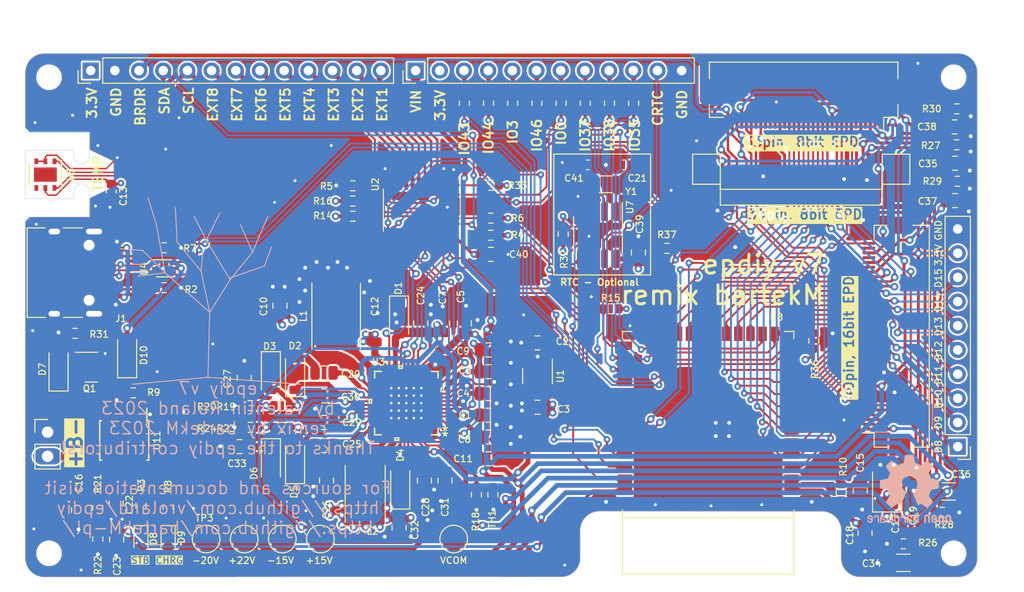
<source format=kicad_pcb>
(kicad_pcb (version 20221018) (generator pcbnew)
  (layers (0 "F.Cu" signal) (1 "In1.Cu" power) (2 "In2.Cu" power) (31 "B.Cu" signal) (34 "B.Paste" user) (35 "F.Paste" user) (36 "B.SilkS" user "B.Silkscreen") (37 "F.SilkS" user "F.Silkscreen") (38 "B.Mask" user) (39 "F.Mask" user) (44 "Edge.Cuts" user))
  (property "git_hash" "Git hash: <1bdea82>")
  (net 0 "")
  (net 1 "GND")
  (net 2 "Net-(U3-INT_LDO)")
  (net 3 "/+22V")
  (net 4 "/-20V")
  (net 5 "/-15V")
  (net 6 "/15V")
  (net 7 "/EN")
  (net 8 "/EP_OE")
  (net 9 "/EP_VCOM")
  (net 10 "/EP_MODE")
  (net 11 "Net-(U3-VREF)")
  (net 12 "Net-(D2-A)")
  (net 13 "EPD_VDD")
  (net 14 "Net-(U3-VEE_DRV)")
  (net 15 "Net-(U7-OSCI)")
  (net 16 "BAT+")
  (net 17 "VBUS")
  (net 18 "Net-(D5-K)")
  (net 19 "Net-(U3-VDDH_DRV)")
  (net 20 "Net-(D4-K)")
  (net 21 "Net-(D5-A)")
  (net 22 "Net-(D2-K)")
  (net 23 "/EP_STV")
  (net 24 "/VNEG_IN")
  (net 25 "Net-(U7-OSCO)")
  (net 26 "Net-(D1-K)")
  (net 27 "Net-(D4-A)")
  (net 28 "Net-(D8-K)")
  (net 29 "Net-(D10-K)")
  (net 30 "Net-(D9-K)")
  (net 31 "Net-(J1-CC1)")
  (net 33 "Net-(J1-CC2)")
  (net 34 "/SDA")
  (net 36 "/SCL")
  (net 37 "/TPS_PWR_GOOD")
  (net 38 "/TPS_nINT")
  (net 42 "/~{GPIO_INTR}")
  (net 43 "/TPS_WAKEUP")
  (net 44 "/TPS_VCOM_CTRL")
  (net 45 "/TPS_PWRUP")
  (net 46 "VIN")
  (net 47 "/USB_D-")
  (net 48 "/USB_D+")
  (net 49 "3.3V")
  (net 54 "/BORDER")
  (net 55 "/GPIO_1")
  (net 56 "/GPIO_2")
  (net 57 "/GPIO_46")
  (net 58 "/GPIO_37")
  (net 59 "/GPIO_36")
  (net 60 "/GPIO_35")
  (net 61 "/RTC_CLK")
  (net 62 "/IO0")
  (net 63 "/CKV")
  (net 64 "/XCL")
  (net 65 "/D0")
  (net 66 "/D1")
  (net 67 "/D2")
  (net 68 "/D3")
  (net 69 "/D4")
  (net 70 "/D5")
  (net 71 "/D6")
  (net 72 "/D7")
  (net 73 "/D8")
  (net 74 "/D9")
  (net 75 "/D10")
  (net 76 "/D11")
  (net 77 "/D12")
  (net 78 "/D13")
  (net 79 "/D14")
  (net 80 "/D15")
  (net 81 "/XSTL")
  (net 82 "/LEH")
  (net 83 "Net-(U11-~{STDBY})")
  (net 84 "Net-(U2-A0)")
  (net 85 "Net-(U11-~{CHRG})")
  (net 86 "Net-(U11-PROG)")
  (net 87 "Net-(U3-TS)")
  (net 88 "Net-(U3-VEE_FB)")
  (net 89 "Net-(U3-VDDH_FB)")
  (net 93 "/EXT1")
  (net 94 "/EXT2")
  (net 95 "/EXT3")
  (net 96 "/EXT4")
  (net 97 "/EXT5")
  (net 98 "/EXT6")
  (net 99 "/EXT7")
  (net 100 "/EXT8")
  (net 110 "/GPIO_3")
  (net 121 "/GPIO_43")
  (net 122 "/GPIO_44")
  (net 123 "Net-(J7-Pin_3)")
  (net 124 "Net-(J7-Pin_4)")
  (net 125 "Net-(J7-Pin_5)")
  (net 126 "Net-(J7-Pin_6)")
  (net 127 "Net-(J7-Pin_7)")
  (net 128 "Net-(J7-Pin_8)")
  (net 129 "Net-(J7-Pin_9)")
  (net 130 "Net-(J7-Pin_10)")
  (footprint "Resistor_SMD:R_0603_1608Metric" (layer "F.Cu") (at 86.487 36.322)
    (fp_text reference "R15")
    (fp_text value "10k")
  )
  (footprint "MountingHole:MountingHole_2.2mm_M2" (layer "F.Cu") (at 122.5 12)
    (fp_text reference "H1" hide)
    (fp_text value "MountingHole")
  )
  (footprint "Capacitor_SMD:C_0805_2012Metric" (layer "F.Cu") (at 78.800194 46.662208)
    (fp_text reference "C3")
    (fp_text value "10uF")
  )
  (footprint "Capacitor_SMD:C_0805_2012Metric" (layer "F.Cu") (at 34.544 56.769 90)
    (fp_text reference "C22")
    (fp_text value "100nF")
  )
  (footprint "LED_SMD:LED_0603_1608Metric" (layer "F.Cu") (at 40.005 60.579 -90)
    (fp_text reference "D9")
    (fp_text value "LED RED")
  )
  (footprint "Resistor_SMD:R_0603_1608Metric" (layer "F.Cu") (at 37.15 57 -90)
    (fp_text reference "R3")
    (fp_text value "1k")
  )
  (footprint "Resistor_SMD:R_0603_1608Metric" (layer "F.Cu") (at 40.005 57.15 -90)
    (fp_text reference "R8")
    (fp_text value "1k")
  )
  (footprint "LED_SMD:LED_0603_1608Metric" (layer "F.Cu") (at 37.151201 60.579113 -90)
    (fp_text reference "D8")
    (fp_text value "LED GREEN")
  )
  (footprint "Capacitor_SMD:C_0805_2012Metric" (layer "F.Cu") (at 113.2 59.9 90)
    (fp_text reference "C18")
    (fp_text value "1uF")
  )
  (footprint "Capacitor_SMD:C_0805_2012Metric" (layer "F.Cu") (at 34.6 60.55 90)
    (fp_text reference "C23")
    (fp_text value "100nF")
  )
  (footprint "Capacitor_SMD:C_0805_2012Metric" (layer "F.Cu") (at 73.66 52.07 180)
    (fp_text reference "C11")
    (fp_text value "4.7uF")
  )
  (footprint "Capacitor_SMD:C_0805_2012Metric" (layer "F.Cu") (at 118.3 55.3 -90)
    (fp_text reference "C19")
    (fp_text value "10uF")
  )
  (footprint "Capacitor_SMD:C_1206_3216Metric" (layer "F.Cu") (at 117.225 63 180)
    (fp_text reference "C34")
    (fp_text value "1uF/50V")
  )
  (footprint "Capacitor_SMD:C_0805_2012Metric" (layer "F.Cu") (at 122.647 21.03)
    (fp_text reference "C35")
    (fp_text value "1uF/25V")
  )
  (footprint "Capacitor_SMD:C_1206_3216Metric" (layer "F.Cu") (at 122 55.5)
    (fp_text reference "C36")
    (fp_text value "1uF/50V")
  )
  (footprint "Capacitor_SMD:C_0805_2012Metric" (layer "F.Cu") (at 122.65 24.957)
    (fp_text reference "C37")
    (fp_text value "1uF/25V")
  )
  (footprint "Resistor_SMD:R_0603_1608Metric" (layer "F.Cu") (at 59.4 23.4 180)
    (fp_text reference "R5")
    (fp_text value "0")
  )
  (footprint "Resistor_SMD:R_0603_1608Metric" (layer "F.Cu") (at 72.39 55.8466 90)
    (fp_text reference "R18")
    (fp_text value "43k")
  )
  (footprint "Resistor_SMD:R_0603_1608Metric" (layer "F.Cu") (at 117.225 61 180)
    (fp_text reference "R26")
    (fp_text value "47k")
  )
  (footprint "Resistor_SMD:R_0603_1608Metric" (layer "F.Cu") (at 122.825 19.1)
    (fp_text reference "R27")
    (fp_text value "47k")
  )
  (footprint "Resistor_SMD:R_0603_1608Metric" (layer "F.Cu") (at 121.3 57.7)
    (fp_text reference "R28")
    (fp_text value "47k")
  )
  (footprint "Resistor_SMD:R_0603_1608Metric" (layer "F.Cu") (at 122.9 22.925)
    (fp_text reference "R29")
    (fp_text value "47k")
  )
  (footprint "Resistor_SMD:R_0603_1608Metric" (layer "F.Cu") (at 74.1132 55.8466 -90)
    (fp_text reference "TH1")
    (fp_text value "10k/3380K")
  )
  (footprint "Package_SO:TSSOP-24_4.4x7.8mm_P0.65mm" (layer "F.Cu") (at 66.65 25.9625 -90)
    (fp_text reference "U2")
    (fp_text value "PCA9535PW")
  )
  (footprint "Capacitor_SMD:C_0805_2012Metric" (layer "F.Cu") (at 71.12 37.846 -90)
    (fp_text reference "C5")
    (fp_text value "4.7uF")
  )
  (footprint "Capacitor_Tantalum_SMD:CP_EIA-3528-15_AVX-H" (layer "F.Cu") (at 115.5 55.2 90)
    (fp_text reference "C17")
    (fp_text value "100uF")
  )
  (footprint "Capacitor_SMD:C_0805_2012Metric" (layer "F.Cu") (at 73.66 40.64)
    (fp_text reference "C9")
    (fp_text value "10uF")
  )
  (footprint "Resistor_SMD:R_0603_1608Metric" (layer "F.Cu") (at 51.943 46.482 180)
    (fp_text reference "R19")
    (fp_text value "1M")
  )
  (footprint "Inductor_SMD:L_Taiyo-Yuden_NR-40xx_HandSoldering" (layer "F.Cu") (at 60.706 55.753 90)
    (fp_text reference "L2")
    (fp_text value "2.2uH")
  )
  (footprint "Inductor_SMD:L_Taiyo-Yuden_NR-50xx_HandSoldering" (layer "F.Cu") (at 57.658 37.084 90)
    (fp_text reference "L1")
    (fp_text value "4.7uH")
  )
  (footprint "Resistor_SMD:R_0603_1608Metric" (layer "F.Cu") (at 48.641 48.768 180)
    (fp_text reference "R24")
    (fp_text value "47.5k")
  )
  (footprint "Resistor_SMD:R_0603_1608Metric" (layer "F.Cu") (at 51.943 48.768 180)
    (fp_text reference "R23")
    (fp_text value "1M")
  )
  (footprint "Resistor_SMD:R_0603_1608Metric" (layer "F.Cu") (at 48.641 46.482 180)
    (fp_text reference "R20")
    (fp_text value "52.3k")
  )
  (footprint "Capacitor_SMD:C_0805_2012Metric" (layer "F.Cu") (at 64.262 59.309 90)
    (fp_text reference "C32")
    (fp_text value "10uF")
  )
  (footprint "Capacitor_SMD:C_0805_2012Metric" (layer "F.Cu") (at 69.088 54.356 90)
    (fp_text reference "C31")
    (fp_text value "4.7uF")
  )
  (footprint "Capacitor_SMD:C_0805_2012Metric" (layer "F.Cu") (at 56.388 45.466 180)
    (fp_text reference "C30")
    (fp_text value "100nF")
  )
  (footprint "Capacitor_SMD:C_0805_2012Metric" (layer "F.Cu") (at 56.388 48.26)
    (fp_text reference "C29")
    (fp_text value "100nF")
  )
  (footprint "Capacitor_SMD:C_0805_2012Metric" (layer "F.Cu") (at 112.7 55.4 -90)
    (fp_text reference "C15")
    (fp_text value "100nF")
  )
  (footprint "epaper-breakout:TPS651851RSLR" (layer "F.Cu") (at 65.024 46.228 180)
    (fp_text reference "U3")
    (fp_text value "TPS651851RSLR" hide)
  )
  (footprint "Capacitor_SMD:C_0805_2012Metric" (layer "F.Cu") (at 73.66 49.784 180)
    (fp_text reference "C8")
    (fp_text value "4.7uF")
  )
  (footprint "Capacitor_SMD:C_0805_2012Metric" (layer "F.Cu") (at 61.722 38.862 90)
    (fp_text reference "C12")
    (fp_text value "10uF")
  )
  (footprint "Capacitor_SMD:C_0805_2012Metric" (layer "F.Cu") (at 73.66 42.926 180)
    (fp_text reference "C6")
    (fp_text value "22uF")
  )
  (footprint "Diode_SMD:D_SOD-123" (layer "F.Cu") (at 50.8 52.324 -90)
    (fp_text reference "D6")
    (fp_text value "MBR0540")
  )
  (footprint "Diode_SMD:D_SOD-123" (layer "F.Cu") (at 53.34 52.324 90)
    (fp_text reference "D5")
    (fp_text value "MBR0540")
  )
  (footprint "Diode_SMD:D_SOD-123" (layer "F.Cu") (at 50.8 43.18 -90)
    (fp_text reference "D3")
    (fp_text value "MBR0540")
  )
  (footprint "Diode_SMD:D_SOD-123" (layer "F.Cu") (at 53.34 43.18 90)
    (fp_text reference "D2")
    (fp_text value "MBR0540")
  )
  (footprint "Capacitor_SMD:C_0805_2012Metric" (layer "F.Cu") (at 48.006 43.561 -90)
    (fp_text reference "C27")
    (fp_text value "2.2uF")
  )
  (footprint "Capacitor_SMD:C_0805_2012Metric" (layer "F.Cu") (at 66.548 37.846 90)
    (fp_text reference "C24")
    (fp_text value "4.7uF")
  )
  (footprint "Capacitor_SMD:C_0805_2012Metric" (layer "F.Cu") (at 73.66 47.498)
    (fp_text reference "C1")
    (fp_text value "4.7uF")
  )
  (footprint "Capacitor_SMD:C_0805_2012Metric" (layer "F.Cu") (at 56.388 43.053)
    (fp_text reference "C20")
    (fp_text value "10nF")
  )
  (footprint "Capacitor_SMD:C_0805_2012Metric" (layer "F.Cu") (at 68.834 37.846 90)
    (fp_text reference "C7")
    (fp_text value "4.7uF")
  )
  (footprint "Capacitor_SMD:C_0805_2012Metric" (layer "F.Cu") (at 56.388 50.673)
    (fp_text reference "C25")
    (fp_text value "10nF")
  )
  (footprint "Capacitor_SMD:C_0805_2012Metric" (layer "F.Cu") (at 47.498 50.8 180)
    (fp_text reference "C33")
    (fp_text value "2.2uF")
  )
  (footprint "Capacitor_SMD:C_0805_2012Metric" (layer "F.Cu") (at 73.66 45.2247 180)
    (fp_text reference "C4")
    (fp_text value "4.7uF")
  )
  (footprint "Capacitor_SMD:C_0805_2012Metric" (layer "F.Cu") (at 66.929 54.356 90)
    (fp_text reference "C28")
    (fp_text value "4.7uF")
  )
  (footprint "Diode_SMD:D_SOD-123" (layer "F.Cu") (at 64.389 54.991 90)
    (fp_text reference "D4")
    (fp_text value "MBR0540")
  )
  (footprint "Capacitor_SMD:C_0805_2012Metric" (layer "F.Cu") (at 78.8 39.9 180)
    (fp_text reference "C2")
    (fp_text value "10uF")
  )
  (footprint "Capacitor_SMD:C_0805_2012Metric" (layer "F.Cu") (at 122.6 17.221)
    (fp_text reference "C38")
    (fp_text value "1uF/25V")
  )
  (footprint "Resistor_SMD:R_0603_1608Metric" (layer "F.Cu") (at 122.825 15.321)
    (fp_text reference "R30")
    (fp_text value "100k")
  )
  (footprint "Diode_SMD:D_SOD-123" (layer "F.Cu") (at 64.262 37.338 -90)
    (fp_text reference "D1")
    (fp_text value "MBR0540")
  )
  (footprint "Resistor_SMD:R_0603_1608Metric" (layer "F.Cu") (at 32.621 60.5 -90)
    (fp_text reference "R22")
    (fp_text value "100k")
  )
  (footprint "Resistor_SMD:R_0603_1608Metric" (layer "F.Cu") (at 32.621 57.226 -90)
    (fp_text reference "R21")
    (fp_text value "510k")
  )
  (footprint "Capacitor_SMD:C_0805_2012Metric" (layer "F.Cu") (at 51.75 36 -90)
    (fp_text reference "C10")
    (fp_text value "22uF")
  )
  (footprint "Capacitor_SMD:C_0805_2012Metric" (layer "F.Cu") (at 56.642 54.356 90)
    (fp_text reference "C26")
    (fp_text value "4.7uF")
  )
  (footprint "TestPoint:TestPoint_Pad_D2.5mm" (layer "F.Cu") (at 52 60.5)
    (fp_text reference "TP2" hide)
    (fp_text value "-15V")
  )
  (footprint "TestPoint:TestPoint_Pad_D2.5mm" (layer "F.Cu") (at 44 60.5)
    (fp_text reference "TP3")
    (fp_text value "-20V")
  )
  (footprint "TestPoint:TestPoint_Pad_D2.5mm" (layer "F.Cu") (at 56 60.5)
    (fp_text reference "TP4" hide)
    (fp_text value "+15V")
  )
  (footprint "TestPoint:TestPoint_Pad_D2.5mm" (layer "F.Cu") (at 70 60.5)
    (fp_text reference "TP5" hide)
    (fp_text value "VCOM")
  )
  (footprint "MountingHole:MountingHole_2.2mm_M2" (layer "F.Cu") (at 122.5 62)
    (fp_text reference "H3" hide)
    (fp_text value "MountingHole")
  )
  (footprint "Capacitor_SMD:C_0805_2012Metric" (layer "F.Cu") (at 73.9 30.6)
    (fp_text reference "C40")
    (fp_text value "100nF")
  )
  (footprint "Resistor_SMD:R_0603_1608Metric" (layer "F.Cu") (at 110.7 55.6 -90)
    (fp_text reference "R10")
    (fp_text value "10k")
  )
  (footprint "Resistor_SMD:R_0603_1608Metric" (layer "F.Cu") (at 73.9 28.6 180)
    (fp_text reference "R4")
    (fp_text value "10k")
  )
  (footprint "Resistor_SMD:R_0603_1608Metric" (layer "F.Cu") (at 73.9 26.8 180)
    (fp_text reference "R6")
    (fp_text value "10k")
  )
  (footprint "Resistor_SMD:R_0603_1608Metric" (layer "F.Cu") (at 59.4 26.6)
    (fp_text reference "R14")
    (fp_text value "10k")
  )
  (footprint "Resistor_SMD:R_0603_1608Metric" (layer "F.Cu") (at 59.4 25)
    (fp_text reference "R16")
    (fp_text value "10k")
  )
  (footprint "TestPoint:TestPoint_Pad_D2.5mm" (layer "F.Cu") (at 48 60.5)
    (fp_text reference "TP1" hide)
    (fp_text value "+22V")
  )
  (footprint "epaper-breakout:TP4056_SOP-8-PP" (layer "F.Cu") (at 35.4 50.141 -90)
    (fp_text reference "U11")
    (fp_text value "TP4056")
  )
  (footprint "Diode_SMD:D_SOD-123" (layer "F.Cu") (at 35.7 41.2 90)
    (fp_text reference "D10")
    (fp_text value "1N5817")
  )
  (footprint "Resistor_SMD:R_0603_1608Metric" (layer "F.Cu") (at 36.35 45.15 180)
    (fp_text reference "R9")
    (fp_text value "6.8k")
  )
  (footprint "MountingHole:MountingHole_2.2mm_M2" (layer "F.Cu") (at 27.5 62)
    (fp_text reference "H2" hide)
    (fp_text value "MountingHole")
  )
  (footprint "Connector_PinHeader_2.54mm:PinHeader_1x02_P2.54mm_Vertical" (layer "F.Cu") (at 27.35 49.275)
    (fp_text reference "J5" hide)
    (fp_text value "CONN_BAT")
  )
  (footprint "Package_TO_SOT_SMD:SOT-666" (layer "F.Cu") (at 39.586 32.069)
    (fp_text reference "U4")
    (fp_text value "USBLC6-2P6")
  )
  (footprint "Connector_FFC-FPC:Hirose_FH12-40S-0.5SH_1x40-1MP_P0.50mm_Horizontal" (layer "F.Cu") (at 115.45 39.2 90)
    (fp_text reference "U6" hide)
    (fp_text value "ED078KH6")
  )
  (footprint "epaper-breakout:X05A20H34G" (layer "F.Cu") (at 106.5 24.6 180)
    (fp_text reference "U10" hide)
    (fp_text value "ED060XC5")
  )
  (footprint "Package_TO_SOT_SMD:SOT-23" (layer "F.Cu") (at 31.95 42.45)
    (fp_text reference "Q1")
    (fp_text value "AO3401A")
  )
  (footprint "Capacitor_SMD:C_0603_1608Metric" (layer "F.Cu") (at 87.884 21.209)
    (fp_text reference "C21")
    (fp_text value "12pF")
  )
  (footprint "Resistor_SMD:R_0603_1608Metric" (layer "F.Cu") (at 83.82 14.732 -90)
    (fp_text reference "R25" hide)
    (fp_text value "47R")
  )
  (footprint "Package_SO:SOIC-8_3.9x4.9mm_P1.27mm" (layer "F.Cu") (at 85.15 28.6 -90)
    (fp_text reference "U7")
    (fp_text value "PCF8563T")
  )
  (footprint "Resistor_SMD:R_0603_1608Metric" (layer "F.Cu") (at 107.823 39.687 90)
    (fp_text reference "R36")
    (fp_text value "10k")
  )
  (footprint "Resistor_SMD:R_0603_1608Metric" (layer "F.Cu") (at 39.586 29.91)
    (fp_text reference "R7")
    (fp_text value "5.1k")
  )
  (footprint "Resistor_SMD:R_0603_1608Metric" (layer "F.Cu") (at 30.25 38.9 180)
    (fp_text reference "R31")
    (fp_text value "100k")
  )
  (footprint "Resistor_SMD:R_0603_1608Metric" (layer "F.Cu") (at 73.9 23.35 180)
    (fp_text reference "R33")
    (fp_text value "10k")
  )
  (footprint "Package_TO_SOT_SMD:TSOT-23-5" (layer "F.Cu") (at 78.8 43.4 -90)
    (fp_text reference "U1")
    (fp_text value "RT9080-33GJ5")
  )
  (footprint "Resistor_SMD:R_0603_1608Metric" (layer "F.Cu") (at 76.2 14.732 -90)
    (fp_text reference "R12" hide)
    (fp_text value "47R")
  )
  (footprint "Connector_FFC-FPC:Hirose_FH12-33S-0.5SH_1x33-1MP_P0.50mm_Horizontal" (layer "F.Cu") (at 106.751 14.914 180)
    (fp_text reference "J4" hide)
    (fp_text value "XF2M-3315-1A")
  )
  (footprint "Capacitor_SMD:C_0603_1608Metric" (layer "F.Cu") (at 84.074 21.209 180)
    (fp_text reference "C41")
    (fp_text value "12pF")
  )
  (footprint "Resistor_SMD:R_0603_1608Metric" (layer "F.Cu") (at 81.5 28.475 -90)
    (fp_text reference "R32")
    (fp_text value "10k")
  )
  (footprint "Capacitor_SMD:C_0805_2012Metric" (layer "F.Cu") (at 30.6 57.45 90)
    (fp_text reference "C16")
    (fp_text value "10uF")
  )
  (footprint "Connector_PinHeader_2.54mm:PinHeader_1x10_P2.54mm_Vertical" (layer "F.Cu") (at 122.936 50.8 180)
    (fp_text reference "J6" hide)
    (fp_text value "8BIT_HEADER")
  )
  (footprint "Capacitor_SMD:C_0603_1608Metric" (layer "F.Cu") (at 34.036 24.003 -90)
    (fp_text reference "C13")
    (fp_text value "100nF")
  )
  (footprint "Resistor_SMD:R_0603_1608Metric" (layer "F.Cu") (at 39.586 34.101)
    (fp_text reference "R2")
    (fp_text value "5.1k")
  )
  (footprint "Connector_PinHeader_2.54mm:PinHeader_1x12_P2.54mm_Vertical" (layer "F.Cu") (at 66 11.3 90)
    (fp_text reference "J7" hide)
    (fp_text value "ESP_HDR")
  )
  (footprint "Resistor_SMD:R_0603_1608Metric" (layer "F.Cu") (at 86.36 14.732 -90)
    (fp_text reference "R34" hide)
    (fp_text value "47R")
  )
  (footprint "Espressif:ESP32-S3-WROOM-1" (layer "F.Cu") (at 96.725 48.45 180)
    (fp_text reference "U8")
    (fp_text value "ESP32-S3-WROOM-1")
  )
  (footprint "Resistor_SMD:R_0603_1608Metric" (layer "F.Cu") (at 73.66 14.732 -90)
    (fp_text reference "R11" hide)
    (fp_text value "47R")
  )
  (footprint "Resistor_SMD:R_0603_1608Metric" (layer "F.Cu") (at 78.74 14.732 -90)
    (fp_text reference "R13" hide)
    (fp_text value "47R")
  )
  (footprint "Resistor_SMD:R_0603_1608Metric" (layer "F.Cu") (at 92.393 29.972)
    (fp_text reference "R37")
    (fp_text value "10k")
  )
  (footprint "Connector_PinHeader_2.54mm:PinHeader_1x13_P2.54mm_Vertical" (layer "F.Cu") (at 31.875 11.3 90)
    (fp_text reference "J2" hide)
    (fp_text value "EXTENSION_HEADER")
  )
  (footprint "Package_SON:Texas_PWSON-N6" (layer "F.Cu") (at 27.117 22.228 -90)
    (fp_text reference "U5")
    (fp_text value "HDC2080")
  )
  (footprint "MountingHole:MountingHole_2.2mm_M2" (layer "F.Cu") (at 27.5 12)
    (fp_text reference "H4" hide)
    (fp_text value "MountingHole")
  )
  (footprint "Resistor_SMD:R_0603_1608Metric" (layer "F.Cu") (at 88.9 14.732 -90)
    (fp_text reference "R35" hide)
    (fp_text value "47R")
  )
  (footprint "Capacitor_SMD:C_0805_2012Metric" (layer "F.Cu") (at 89.4 30.4 -90)
    (fp_text reference "C39")
    (fp_text value "100nF")
  )
  (footprint "Connector_USB:USB_C_Receptacle_HRO_TYPE-C-31-M-12" (layer "F.Cu") (at 29.102 32.524 -90)
    (fp_text reference "J1")
    (fp_text value "USB_C_Receptacle_USB2.0")
  )
  (footprint "Resistor_SMD:R_0603_1608Metric" (layer "F.Cu") (at 81.28 14.732 -90)
    (fp_text reference "R17" hide)
    (fp_text value "47R")
  )
  (footprint "Diode_SMD:D_SOD-123" (layer "F.Cu") (at 28.5 42.6 90)
    (fp_text reference "D7")
    (fp_text value "MBR0540")
  )
  (footprint "Resistor_SMD:R_0603_1608Metric" (layer "F.Cu") (at 71.12 14.732 -90)
    (fp_text reference "R1" hide)
    (fp_text value "47R")
  )
  (footprint "Crystal:Crystal_SMD_3215-2Pin_3.2x1.5mm" (layer "F.Cu") (at 85.979 23.241)
    (fp_text reference "Y1")
    (fp_text value "32.768K")
  )
  (footprint "Symbol:OSHW-Logo2_9.8x8mm_SilkScreen" (layer "B.Cu") (at 117.856 55.372 180)
    (fp_text reference "REF**" hide)
    (fp_text value "OSHW-Logo2_9.8x8mm_SilkScreen" hide)
  )
  (gr_rect (start 94.107 20.193) (end 97.028 25.019) (stroke (width 0.2)) (fill solid) (layer "F.Cu"))
  (gr_rect (start 112.649 13.843) (end 117.475 10.922) (stroke (width 0.2)) (fill solid) (layer "F.Cu"))
  (gr_rect (start 115.8875 20.193) (end 118.8085 25.019) (stroke (width 0.2)) (fill solid) (layer "F.Cu"))
  (gr_rect (start 96.012 13.843) (end 100.838 10.922) (stroke (width 0.2)) (fill solid) (layer "F.Cu"))
  (gr_line (start 46.528002 33.257997) (end 44.008004 29.118001) (stroke (width 0.1)) (layer "B.SilkS"))
  (gr_line (start 48.868 30.378) (end 50.487998 26.598003) (stroke (width 0.1)) (layer "B.SilkS"))
  (gr_line (start 38.788009 27.498002) (end 37.88801 24.618005) (stroke (width 0.1)) (layer "B.SilkS"))
  (gr_line (start 43.468005 32.357998) (end 40.948007 29.298001) (stroke (width 0.1)) (layer "B.SilkS"))
  (gr_line (start 50.127999 31.817998) (end 50.847998 29.838) (stroke (width 0.1)) (layer "B.SilkS"))
  (gr_line (start 39.688008 32.537998) (end 38.788009 27.498002) (stroke (width 0.1)) (layer "B.SilkS"))
  (gr_line (start 46.528002 33.077997) (end 50.127999 31.817998) (stroke (width 0.1)) (layer "B.SilkS"))
  (gr_line (start 44.188004 43.517987) (end 44.368004 36.677994) (stroke (width 0.1)) (layer "B.SilkS"))
  (gr_line (start 39.688008 32.537998) (end 36.808011 32.897997) (stroke (width 0.1)) (layer "B.SilkS"))
  (gr_line (start 40.948007 29.298001) (end 40.768007 25.698004) (stroke (width 0.1)) (layer "B.SilkS"))
  (gr_line (start 44.368004 36.677994) (end 39.688008 32.537998) (stroke (width 0.1)) (layer "B.SilkS"))
  (gr_line (start 48.868 30.378) (end 47.608001 27.498002) (stroke (width 0.1)) (layer "B.SilkS"))
  (gr_line (start 37.34801 30.198) (end 35.008012 30.018) (stroke (width 0.1)) (layer "B.SilkS"))
  (gr_line (start 44.008004 29.118001) (end 42.748005 26.598003) (stroke (width 0.1)) (layer "B.SilkS"))
  (gr_line (start 46.528002 33.257997) (end 48.868 30.378) (stroke (width 0.1)) (layer "B.SilkS"))
  (gr_line (start 44.188004 43.517987) (end 36.268011 44.237987) (stroke (width 0.1)) (layer "B.SilkS"))
  (gr_line (start 39.688008 32.537998) (end 37.34801 30.198) (stroke (width 0.1)) (layer "B.SilkS"))
  (gr_line (start 44.008004 29.118001) (end 45.448003 26.238003) (stroke (width 0.1)) (layer "B.SilkS"))
  (gr_line (start 43.468005 32.357998) (end 43.648005 30.378) (stroke (width 0.1)) (layer "B.SilkS"))
  (gr_line (start 44.368004 36.677994) (end 43.468005 32.357998) (stroke (width 0.1)) (layer "B.SilkS"))
  (gr_line (start 44.188004 43.517987) (end 53.907995 44.237987) (stroke (width 0.1)) (layer "B.SilkS"))
  (gr_line (start 44.368004 36.677994) (end 46.528002 33.257997) (stroke (width 0.1)) (layer "B.SilkS"))
  (gr_line (start 80.518 32.766) (end 80.518 20.066) (stroke (width 0.12)) (layer "F.SilkS"))
  (gr_line (start 90.678 20.066) (end 80.518 20.066) (stroke (width 0.12)) (layer "F.SilkS"))
  (gr_line (start 90.678 32.766) (end 80.518 32.766) (stroke (width 0.12)) (layer "F.SilkS"))
  (gr_line (start 90.678 20.066) (end 90.678 32.766) (stroke (width 0.12)) (layer "F.SilkS"))
  (gr_line (start 25 62.5) (end 25 26.67) (stroke (width 0.05)) (layer "Edge.Cuts"))
  (gr_line (start 27 64.5) (end 81.3 64.485786) (stroke (width 0.05)) (layer "Edge.Cuts"))
  (gr_line (start 125 11.5) (end 125 62.5) (stroke (width 0.05)) (layer "Edge.Cuts"))
  (gr_line (start 27 9.5) (end 123 9.5) (stroke (width 0.05)) (layer "Edge.Cuts"))
  (gr_arc (start 25 11.5) (mid 25.585786 10.085786) (end 27 9.5) (stroke (width 0.05)) (layer "Edge.Cuts"))
  (gr_arc (start 83.3 59.6) (mid 83.885782 58.185782) (end 85.3 57.6) (stroke (width 0.05)) (layer "Edge.Cuts"))
  (gr_line (start 30.109001 20.306839) (end 30.099 19.685) (stroke (width 0.05)) (layer "Edge.Cuts"))
  (gr_arc (start 31.750004 20.30665) (mid 30.929596 21.11178) (end 30.109001 20.306839) (stroke (width 0.05)) (layer "Edge.Cuts"))
  (gr_line (start 83.3 62.485786) (end 83.3 59.6) (stroke (width 0.05)) (layer "Edge.Cuts"))
  (gr_arc (start 83.3 62.485786) (mid 82.714218 63.900004) (end 81.3 64.485786) (stroke (width 0.05)) (layer "Edge.Cuts"))
  (gr_arc (start 112.666214 64.485786) (mid 111.251996 63.900004) (end 110.666214 62.485786) (stroke (width 0.05)) (layer "Edge.Cuts"))
  (gr_line (start 88.7 57.6) (end 85.3 57.6) (stroke (width 0.05)) (layer "Edge.Cuts"))
  (gr_arc (start 123 9.5) (mid 124.414214 10.085786) (end 125 11.5) (stroke (width 0.05)) (layer "Edge.Cuts"))
  (gr_line (start 30.108997 24.003189) (end 30.099 24.765) (stroke (width 0.05)) (layer "Edge.Cuts"))
  (gr_line (start 25 24.765) (end 25 19.685) (stroke (width 0.05)) (layer "Edge.Cuts"))
  (gr_arc (start 27 64.5) (mid 25.585786 63.914214) (end 25 62.5) (stroke (width 0.05)) (layer "Edge.Cuts"))
  (gr_arc (start 30.108997 24.003189) (mid 30.929405 23.198059) (end 31.75 24.003) (stroke (width 0.05)) (layer "Edge.Cuts"))
  (gr_line (start 31.75 17.78) (end 25 17.78) (stroke (width 0.05)) (layer "Edge.Cuts"))
  (gr_line (start 25 19.685) (end 30.099 19.685) (stroke (width 0.05)) (layer "Edge.Cuts"))
  (gr_line (start 110.666214 62.485786) (end 110.685791 59.614213) (stroke (width 0.05)) (layer "Edge.Cuts"))
  (gr_arc (start 125 62.5) (mid 124.414214 63.914214) (end 123 64.5) (stroke (width 0.05)) (layer "Edge.Cuts"))
  (gr_line (start 112.666214 64.485786) (end 123 64.5) (stroke (width 0.05)) (layer "Edge.Cuts"))
  (gr_line (start 25 17.78) (end 25 11.5) (stroke (width 0.05)) (layer "Edge.Cuts"))
  (gr_arc (start 108.685791 57.614213) (mid 110.1 58.2) (end 110.685791 59.614213) (stroke (width 0.05)) (layer "Edge.Cuts"))
  (gr_line (start 30.099 24.765) (end 25 24.765) (stroke (width 0.05)) (layer "Edge.Cuts"))
  (gr_line (start 108.685791 57.614213) (end 88.7 57.6) (stroke (width 0.05)) (layer "Edge.Cuts"))
  (gr_line (start 31.750004 20.30665) (end 31.75 17.78) (stroke (width 0.05)) (layer "Edge.Cuts"))
  (gr_line (start 31.75 26.67) (end 31.75 24.003) (stroke (width 0.05)) (layer "Edge.Cuts"))
  (gr_line (start 25 26.67) (end 31.75 26.67) (stroke (width 0.05)) (layer "Edge.Cuts"))
  (gr_text "epdiy v7\nby Valentin Roland 2023\nremix by bartekM 2023\nThanks to the epdiy contributors!\n\nFor sources and documentation visit\nhttps://github.com/vroland/epdiy\nhttps://github.com/bartekM-pl/" (at 45.25 52) (layer "B.SilkS") (effects (font (size 1.3 1.3)) (justify mirror)))
  (gr_text "+B-" (at 30.226 50.4 90) (layer "F.SilkS" knockout) (effects (font (size 1.5 1.5) (thickness 0.3))))
  (gr_text "EXT4" (at 54.864 12.954 90) (layer "F.SilkS") (effects (font (size 1 1) (thickness 0.2)) (justify right)))
  (gr_text "EXT8" (at 44.704 12.954 90) (layer "F.SilkS") (effects (font (size 1 1) (thickness 0.2)) (justify right)))
  (gr_text "STB" (at 37.084 62.738) (layer "F.SilkS" knockout) (effects (font (size 0.7 0.7) (thickness 0.12))))
  (gr_text "VIN" (at 66.04 13.208 90) (layer "F.SilkS") (effects (font (size 1 1) (thickness 0.2)) (justify right)))
  (gr_text "SCL" (at 42.164 12.954 90) (layer "F.SilkS") (effects (font (size 1 1) (thickness 0.2)) (justify right)))
  (gr_text "EXT3" (at 57.404 12.954 90) (layer "F.SilkS") (effects (font (size 1 1) (thickness 0.2)) (justify right)))
  (gr_text "IO46" (at 78.74 16.256 90) (layer "F.SilkS") (effects (font (size 1 1) (thickness 0.2)) (justify right)))
  (gr_text "EXT5" (at 52.324 12.954 90) (layer "F.SilkS") (effects (font (size 1 1) (thickness 0.2)) (justify right)))
  (gr_text "EXT7" (at 47.244 12.954 90) (layer "F.SilkS") (effects (font (size 1 1) (thickness 0.2)) (justify right)))
  (gr_text "D15" (at 120.904 32.004 90) (layer "F.SilkS") (effects (font (size 0.7 0.7) (thickness 0.12) bold) (justify right)))
  (gr_text "IO43" (at 71.12 16.637 90) (layer "F.SilkS") (effects (font (size 1 1) (thickness 0.2)) (justify right)))
  (gr_text "40pin, 16bit EPD" (at 111.506 32.766 90) (layer "F.SilkS" knockout) (effects (font (size 1 1) (thickness 0.2)) (justify right)))
  (gr_text "D8" (at 120.904 50.038 90) (layer "F.SilkS") (effects (font (size 0.7 0.7) (thickness 0.12) bold) (justify right)))
  (gr_text "GND" (at 120.904 26.924 90) (layer "F.SilkS") (effects (font (size 0.7 0.7) (thickness 0.12) bold) (justify right)))
  (gr_text "EXT2" (at 59.944 12.954 90) (layer "F.SilkS") (effects (font (size 1 1) (thickness 0.2)) (justify right)))
  (gr_text "GND" (at 34.544 12.954 90) (layer "F.SilkS") (effects (font (size 1 1) (thickness 0.2)) (justify right)))
  (gr_text "33pin, 8bit EPD" (at 112.649 18.796) (layer "F.SilkS" knockout) (effects (font (size 1 1) (thickness 0.2)) (justify right)))
  (gr_text "SDA" (at 39.624 12.954 90) (layer "F.SilkS") (effects (font (size 1 1) (thickness 0.2)) (justify right)))
  (gr_text "CRTC" (at 91.44 13.208 90) (layer "F.SilkS") (effects (font (size 1 1) (thickness 0.2)) (justify right)))
  (gr_text "EXT1" (at 62.484 12.954 90) (layer "F.SilkS") (effects (font (size 1 1) (thickness 0.2)) (justify right)))
  (gr_text "D13" (at 120.904 37.084 90) (layer "F.SilkS") (effects (font (size 0.7 0.7) (thickness 0.12) bold) (justify right)))
  (gr_text "D10" (at 120.904 44.704 90) (layer "F.SilkS") (effects (font (size 0.7 0.7) (thickness 0.12) bold) (justify right)))
  (gr_text "IO3" (at 76.2 16.383 90) (layer "F.SilkS") (effects (font (size 1 1) (thickness 0.2)) (justify right)))
  (gr_text "IO38" (at 86.36 16.256 90) (layer "F.SilkS") (effects (font (size 1 1) (thickness 0.2)) (justify right)))
  (gr_text "D14" (at 120.904 34.544 90) (layer "F.SilkS") (effects (font (size 0.7 0.7) (thickness 0.12) bold) (justify right)))
  (gr_text "IO0" (at 81.28 16.51 90) (layer "F.SilkS") (effects (font (size 1 1) (thickness 0.2)) (justify right)))
  (gr_text "GND" (at 93.98 13.208 90) (layer "F.SilkS") (effects (font (size 1 1) (thickness 0.2)) (justify right)))
  (gr_text "IO44" (at 73.66 16.51 90) (layer "F.SilkS") (effects (font (size 1 1) (thickness 0.2)) (justify right)))
  (gr_text "3.3V" (at 68.58 13.208 90) (layer "F.SilkS") (effects (font (size 1 1) (thickness 0.2)) (justify right)))
  (gr_text "RTC - Optional" (at 89.535 33.528) (layer "F.SilkS") (effects (font (size 0.7 0.7)) (justify right)))
  (gr_text "3.3V" (at 120.904 29.464 90) (layer "F.SilkS") (effects (font (size 0.7 0.7) (thickness 0.12) bold) (justify right)))
  (gr_text "34pin, 8bit EPD" (at 113.03 26.416) (layer "F.SilkS" knockout) (effects (font (size 1 1) (thickness 0.2)) (justify right)))
  (gr_text "3.3V" (at 32.004 12.954 90) (layer "F.SilkS") (effects (font (size 1 1) (thickness 0.2)) (justify right)))
  (gr_text "TEMP" (at 32.639 20.066 90) (layer "F.SilkS") (effects (font (size 1 1) (thickness 0.2)) (justify right)))
  (gr_text "EXT6" (at 49.784 12.954 90) (layer "F.SilkS") (effects (font (size 1 1) (thickness 0.2)) (justify right)))
  (gr_text "D11" (at 120.904 42.164 90) (layer "F.SilkS") (effects (font (size 0.7 0.7) (thickness 0.12) bold) (justify right)))
  (gr_text "CHRG" (at 40.132 62.738) (layer "F.SilkS" knockout) (effects (font (size 0.7 0.7) (thickness 0.12))))
  (gr_text "IO37" (at 83.82 16.256 90) (layer "F.SilkS") (effects (font (size 1 1) (thickness 0.2)) (justify right)))
  (gr_text "D9" (at 120.904 47.498 90) (layer "F.SilkS") (effects (font (size 0.7 0.7) (thickness 0.12) bold) (justify right)))
  (gr_text "epdiy v7\nremix bartekM" (at 109.093 33.274) (layer "F.SilkS") (effects (font (size 2 2) (thickness 0.3)) (justify right)))
  (gr_text "IO35" (at 89.027 16.256 90) (layer "F.SilkS") (effects (font (size 1 1) (thickness 0.2)) (justify right)))
  (gr_text "D12" (at 120.904 39.624 90) (layer "F.SilkS") (effects (font (size 0.7 0.7) (thickness 0.12) bold) (justify right)))
  (gr_text "BRDR\n" (at 37.084 12.954 90) (layer "F.SilkS") (effects (font (size 1 1) (thickness 0.2)) (justify right)))
  (segment (start 63.854 36.896) (end 67.604 36.896) (width 1) (layer "F.Cu") (net 1))
  (segment (start 67.604 36.896) (end 71.12 36.896) (width 1) (layer "F.Cu") (net 1))
  (segment (start 67.944 55.306) (end 69.088 55.306) (width 0.5) (layer "F.Cu") (net 1))
  (segment (start 66.548 36.185998) (end 66.548 36.896) (width 0.5) (layer "F.Cu") (net 1))
  (segment (start 112.629494 18.114376) (end 112.750032 17.993838) (width 0.3) (layer "F.Cu") (net 1))
  (segment (start 118.3 56.25) (end 118.3 55.4095) (width 0.3) (layer "F.Cu") (net 1))
  (segment (start 123.475 55.5) (end 123.475 54.025) (width 0.3) (layer "F.Cu") (net 1))
  (segment (start 67.287999 42.164) (end 68.072 42.164) (width 0.2) (layer "F.Cu") (net 1))
  (segment (start 34.671 20.447) (end 33.528 21.59) (width 0.15) (layer "F.Cu") (net 1))
  (segment (start 56.642 55.306) (end 55.944 55.306) (width 0.5) (layer "F.Cu") (net 1))
  (segment (start 98.605908 25.99) (end 98.597954 25.997954) (width 0.3) (layer "F.Cu") (net 1))
  (segment (start 111.75 24.6) (end 111.75 25.75) (width 0.3) (layer "F.Cu") (net 1))
  (segment (start 66.929 55.306) (end 66.929 56.321) (width 0.5) (layer "F.Cu") (net 1))
  (segment (start 98.597954 25.997954) (end 98.595908 26) (width 0.3) (layer "F.Cu") (net 1))
  (segment (start 66.823999 43.253) (end 66.823999 42.628) (width 0.2) (layer "F.Cu") (net 1))
  (segment (start 102.25 24.6) (end 102.25 22.65) (width 0.3) (layer "F.Cu") (net 1))
  (segment (start 123.65 19.15) (end 124.3 19.8) (width 0.3) (layer "F.Cu") (net 1))
  (segment (start 57.658 23.368) (end 58.543 23.368) (width 0.3) (layer "F.Cu") (net 1))
  (segment (start 67.224001 49.686872) (end 67.448129 49.911) (width 0.2) (layer "F.Cu") (net 1))
  (segment (start 115.75 63) (end 114.5 63) (width 0.3) (layer "F.Cu") (net 1))
  (segment (start 71.12 36.896) (end 72.104 36.896) (width 0.5) (layer "F.Cu") (net 1))
  (segment (start 34.506 35.879) (end 34.401 35.774) (width 0.3) (layer "F.Cu") (net 1))
  (segment (start 34.036 58.227) (end 34.544 57.719) (width 0.2) (layer "F.Cu") (net 1))
  (segment (start 115.5 53.41) (end 115.5 53.6625) (width 0.3) (layer "F.Cu") (net 1))
  (segment (start 107.49 56.71) (end 107.6 56.6) (width 0.3) (layer "F.Cu") (net 1))
  (segment (start 45.55 50.8) (end 45.5 50.75) (width 0.5) (layer "F.Cu") (net 1))
  (segment (start 27.117 20.381) (end 27.117 20.828) (width 0.15) (layer "F.Cu") (net 1))
  (segment (start 40.411 29.91) (end 41.364 29.91) (width 0.25) (layer "F.Cu") (net 1))
  (segment (start 67.604 35.896) (end 67.604 36.896) (width 0.5) (layer "F.Cu") (net 1))
  (segment (start 61.2 33.4) (end 61.61001 33.81001) (width 0.5) (layer "F.Cu") (net 1))
  (segment (start 51.75 35.05) (end 51.75 34.75) (width 0.5) (layer "F.Cu") (net 1))
  (segment (start 72.39 57.435) (end 72.39 56.9804) (width 0.5) (layer "F.Cu") (net 1))
  (segment (start 86.11 56.71) (end 86 56.6) (width 0.3) (layer "F.Cu") (net 1))
  (segment (start 67.448129 49.911) (end 68.072 49.911) (width 0.2) (layer "F.Cu") (net 1))
  (segment (start 77.165508 46.2495) (end 77.165508 47.0115) (width 0.75) (layer "F.Cu") (net 1))
  (segment (start 64.262 60.259) (end 62.759 60.259) (width 0.5) (layer "F.Cu") (net 1))
  (segment (start 58.763181 46.827999) (end 58.496777 47.094403) (width 0.2) (layer "F.Cu") (net 1))
  (segment (start 96.825 48.99) (end 99.625 48.99) (width 0.3) (layer "F.Cu") (net 1))
  (segment (start 55.438 48.26) (end 55.438 46.812) (width 0.5) (layer "F.Cu") (net 1))
  (segment (start 97.524201 49.690799) (end 96.825 50.39) (width 0.3) (layer "F.Cu") (net 1))
  (segment (start 123.55 17.45) (end 124.3 18.2) (width 0.3) (layer "F.Cu") (net 1))
  (segment (start 96.825 50.39) (end 96.825 47.59) (width 0.3) (layer "F.Cu") (net 1))
  (segment (start 96.825 47.59) (end 99.625 47.59) (width 0.3) (layer "F.Cu") (net 1))
  (segment (start 34.544 62.253805) (end 34.544 61.556) (width 0.5) (layer "F.Cu") (net 1))
  (segment (start 98.225 50.39) (end 98.225 47.59) (width 0.3) (layer "F.Cu") (net 1))
  (segment (start 55.438 45.466) (end 54.534785 45.466) (width 0.5) (layer "F.Cu") (net 1))
  (segment (start 64.434009 49.213008) (end 64.434009 51.517935) (width 0.2) (layer "F.Cu") (net 1))
  (segment (start 123.725 23.225) (end 124.2 23.7) (width 0.3) (layer "F.Cu") (net 1))
  (segment (start 78.8 41.350253) (end 78.815408 41.334845) (width 0.3) (layer "F.Cu") (net 1))
  (segment (start 69.088 56.070999) (end 68.658999 56.5) (width 0.5) (layer "F.Cu") (net 1))
  (segment (start 74.168 57.404) (end 74.168 56.7264) (width 0.5) (layer "F.Cu") (net 1))
  (segment (start 66.929 56.321) (end 66.75 56.5) (width 0.5) (layer "F.Cu") (net 1))
  (segment (start 71.12 36.18) (end 71.12 36.896) (width 0.5) (layer "F.Cu") (net 1))
  (segment (start 54.534785 45.466) (end 54.396686 45.604099) (width 0.5) (layer "F.Cu") (net 1))
  (segment (start 68.925 21.6345) (end 68.9595 21.6) (width 0.3) (layer "F.Cu") (net 1))
  (segment (start 34.633 29.264) (end 34.623 29.274) (width 0.3) (layer "F.Cu") (net 1))
  (segment (start 51.75 34.75) (end 51 34) (width 0.5) (layer "F.Cu") (net 1))
  (segment (start 112.7 57.2) (end 112.9 57.4) (width 0.3) (layer "F.Cu") (net 1))
  (segment (start 96.825 47.606645) (end 96.825 47.59) (width 0.3) (layer "F.Cu") (net 1))
  (segment (start 70.827737 44.402) (end 71.374 44.402) (width 0.2) (layer "F.Cu") (net 1))
  (segment (start 97.524201 49.689044) (end 97.524201 49.690799) (width 0.3) (layer "F.Cu") (net 1))
  (segment (start 74.168 56.7264) (end 74.1132 56.6716) (width 0.2) (layer "F.Cu") (net 1))
  (segment (start 46.99 48.768) (end 47.816 48.768) (width 0.5) (layer "F.Cu") (net 1))
  (segment (start 123.65 15.45) (end 124.3 16.1) (width 0.3) (layer "F.Cu") (net 1))
  (segment (start 102.25 22.65) (end 102.5 22.4) (width 0.3) (layer "F.Cu") (net 1))
  (segment (start 27.305 20.193) (end 27.117 20.381) (width 0.15) (layer "F.Cu") (net 1))
  (segment (start 83.058 24.511) (end 83.245 24.698) (width 0.3) (layer "F.Cu") (net 1))
  (segment (start 55.944 55.306) (end 55.25 56) (width 0.5) (layer "F.Cu") (net 1))
  (segment (start 29.718 21.59) (end 28.321 20.193) (width 0.15) (layer "F.Cu") (net 1))
  (segment (start 26.167 20.828) (end 27.117 20.828) (width 0.15) (layer "F.Cu") (net 1))
  (segment (start 66.929 55.306) (end 67.944 55.306) (width 0.5) (layer "F.Cu") (net 1))
  (segment (start 40.411 34.101) (end 41.364 34.101) (width 0.25) (layer "F.Cu") (net 1))
  (segment (start 77.8 46.8) (end 77.8 46.4875) (width 0.5) (layer "F.Cu") (net 1))
  (segment (start 55.438 46.812) (end 55.438 45.466) (width 0.5) (layer "F.Cu") (net 1))
  (segment (start 112.750032 16.764968) (end 112.751 16.764) (width 0.3) (layer "F.Cu") (net 1))
  (segment (start 61.722 37.059068) (end 62.015534 36.765534) (width 0.5) (layer "F.Cu") (net 1))
  (segment (start 51.75 34.5) (end 52.25 34) (width 0.5) (layer "F.Cu") (net 1))
  (segment (start 99.625 50.39) (end 96.825 50.39) (width 0.3) (layer "F.Cu") (net 1))
  (segment (start 71.12 36.896) (end 71.896 36.896) (width 0.5) (layer "F.Cu") (net 1))
  (segment (start 28.321 20.193) (end 27.305 20.193) (width 0.15) (layer "F.Cu") (net 1))
  (segment (start 61.722 37.912) (end 62.738 36.896) (width 1) (layer "F.Cu") (net 1))
  (segment (start 68.925 23.1) (end 68.925 21.6345) (width 0.3) (layer "F.Cu") (net 1))
  (segment (start 69.575 23.1) (end 69.575 22.125) (width 0.3) (layer "F.Cu") (net 1))
  (segment (start 110.75 22.95) (end 111 22.7) (width 0.25) (layer "F.Cu") (net 1))
  (segment (start 48.006 41.783) (end 48.006 42.611) (width 0.75) (layer "F.Cu") (net 1))
  (segment (start 69.088 55.306) (end 69.088 56.070999) (width 0.5) (layer "F.Cu") (net 1))
  (segment (start 71.896 36.896) (end 72.5 37.5) (width 0.5) (layer "F.Cu") (net 1))
  (segment (start 112.750032 17.993838) (end 112.750032 16.764968) (width 0.3) (layer "F.Cu") (net 1))
  (segment (start 62.738 36.896) (end 63.854 36.896) (width 1) (layer "F.Cu") (net 1))
  (segment (start 34.623 29.274) (end 33.147 29.274) (width 0.5) (layer "F.Cu") (net 1))
  (segment (start 123.597 21.197) (end 124.2 21.8) (width 0.3) (layer "F.Cu") (net 1))
  (segment (start 75.6985 30.6) (end 74.85 30.6) (width 0.75) (layer "F.Cu") (net 1))
  (segment (start 68.834 36.074) (end 68.834 36.896) (width 0.5) (layer "F.Cu") (net 1))
  (segment (start 34.401 35.774) (end 33.147 35.774) (width 0.5) (layer "F.Cu") (net 1))
  (segment (start 63.075 23.1) (end 63.075 21.875) (width 0.3) (layer "F.Cu") (net 1))
  (segment (start 105.475 56.71) (end 107.49 56.71) (width 0.3) (layer "F.Cu") (net 1))
  (segment (start 67.999 45.628001) (end 69.601736 45.628001) (width 0.2) (layer "F.Cu") (net 1))
  (segment (start 122.125 57.7) (end 123.1 57.7) (width 0.3) (layer "F.Cu") (net 1))
  (segment (start 87.975 56.71) (end 86.11 56.71) (width 0.3) (layer "F.Cu") (net 1))
  (segment (start 61.61001 33.81001) (end 64.172012 33.81001) (width 0.5) (layer "F.Cu") (net 1))
  (segment (start 34.036 58.42) (end 35.179 58.42) (width 0.5) (layer "F.Cu") (net 1))
  (segment (start 123.6 24.957) (end 123.6 25.6) (width 0.3) (layer "F.Cu") (net 1))
  (segment (start 64.434009 51.517935) (end 64.367281 51.584663) (width 0.2) (layer "F.Cu") (net 1))
  (segment (start 37.305 45.28) (end 37.175 45.15) (width 0.5) (layer "F.Cu") (net 1))
  (segment (start 29.425 38.9) (end 28.6 38.9) (width 0.3) (layer "F.Cu") (net 1))
  (segment (start 37.305 47.441) (end 37.305 45.28) (width 0.5) (layer "F.Cu") (net 1))
  (segment (start 33.528 21.59) (end 29.718 21.59) (width 0.15) (layer "F.Cu") (net 1))
  (segment (start 113.6 44.95) (end 114.45 44.95) (width 0.3) (layer "F.Cu") (net 1))
  (segment (start 99.25 24.6) (end 99.25 25.74) (width 0.3) (layer "F.Cu") (net 1))
  (segment (start 123.65 19.1) (end 123.65 19.15) (width 0.3) (layer "F.Cu") (net 1))
  (segment (start 113.75 24.6) (end 113.75 23.15) (width 0.3) (layer "F.Cu") (net 1))
  (segment (start 116.4 61) (end 115.5 61) (width 0.3) (layer "F.Cu") (net 1))
  (segment (start 89.4 28.7) (end 89.4 29.45) (width 0.3) (layer "F.Cu") (net 1))
  (segment (start 85.979 21.209) (end 87.109 21.209) (width 0.3) (layer "F.Cu") (net 1))
  (segment (start 123.55 17.221) (end 123.55 17.45) (width 0.3) (layer "F.Cu") (net 1))
  (segment (start 64.424001 49.203) (end 64.434009 49.213008) (width 0.2) (layer "F.Cu") (net 1))
  (segment (start 114.808 52.705) (end 114.808 52.9705) (width 0.3) (layer "F.Cu") (net 1))
  (segment (start 113.75 23.15) (end 113.4 22.8) (width 0.3) (layer "F.Cu") (net 1))
  (segment (start 113.2 60.85) (end 113.2 61.8) (width 0.3) (layer "F.Cu") (net 1))
  (segment (start 110.75 24.6) (end 110.75 22.95) (width 0.25) (layer "F.Cu") (net 1))
  (segment (start 70.576992 46.438008) (end 70.993 46.022) (width 0.2) (layer "F.Cu") (net 1))
  (segment (start 75.7055 30.607) (end 75.6985 30.6) (width 0.3) (layer "F.Cu") (net 1))
  (segment (start 116 45.4) (end 116.3 45.1) (width 0.3) (layer "F.Cu") (net 1))
  (segment (start 32.639 62.103) (end 32.639 61.343) (width 0.5) (layer "F.Cu") (net 1))
  (segment (start 62.049 46.827999) (end 58.763181 46.827999) (width 0.2) (layer "F.Cu") (net 1))
  (segment (start 123.597 21.03) (end 123.597 21.197) (width 0.3) (layer "F.Cu") (net 1))
  (segment (start 58.543 23.368) (end 58.575 23.4) (width 0.3) (layer "F.Cu") (net 1))
  (segment (start 97.517216 48.298861) (end 96.825 47.606645) (width 0.3) (layer "F.Cu") (net 1))
  (segment (start 71.3 36) (end 71.12 36.18) (width 0.5) (layer "F.Cu") (net 1))
  (segment (start 77.810001 46.810001) (end 77.8 46.8) (width 0.5) (layer "F.Cu") (net 1))
  (segment (start 30.6 58.4) (end 30.6 59.5) (width 0.3) (layer "F.Cu") (net 1))
  (segment (start 51.75 35.05) (end 51.75 34.5) (width 0.5) (layer "F.Cu") (net 1))
  (segment (start 111.75 25.75) (end 113 27) (width 0.3) (layer "F.Cu") (net 1))
  (segment (start 68.84 36.068) (end 68.834 36.074) (width 0.5) (layer "F.Cu") (net 1))
  (segment (start 123.725 22.925) (end 123.725 23.225) (width 0.3) (layer "F.Cu") (net 1))
  (segment (start 66.823999 42.628) (end 67.287999 42.164) (width 0.2) (layer "F.Cu") (net 1))
  (segment (start 99 25.99) (end 98.605908 25.99) (width 0.3) (layer "F.Cu") (net 1))
  (segment (start 68.072 49.911) (end 68.451743 49.531257) (width 0.2) (layer "F.Cu") (net 1))
  (segment (start 99.625 47.59) (end 99.625 50.39) (width 0.3) (layer "F.Cu") (net 1))
  (segment (start 114.9 45.4) (end 116 45.4) (width 0.3) (layer "F.Cu") (net 1))
  (segment (start 114.808 52.9705) (end 115.5 53.6625) (width 0.3) (layer "F.Cu") (net 1))
  (segment (start 123.65 15.321) (end 123.65 15.45) (width 0.3) (layer "F.Cu") (net 1))
  (segment (start 98.928355 48.298861) (end 98.928355 48.286645) (width 0.3) (layer "F.Cu") (net 1))
  (segment (start 34.544 61.556) (end 34.6 61.5) (width 0.5) (layer "F.Cu") (net 1))
  (segment (start 61.722 37.912) (end 61.722 37.059068) (width 0.5) (layer "F.Cu") (net 1))
  (segment (start 39.459 32.069) (end 38.661 32.069) (width 0.25) (layer "F.Cu") (net 1))
  (segment (start 112.7 56.35) (end 112.7 57.2) (width 0.3) (layer "F.Cu") (net 1))
  (segment (start 84.849 21.209) (end 85.979 21.209) (width 0.3) (layer "F.Cu") (net 1))
  (segment (start 98.93103 49.69603) (end 99.625 50.39) (width 0.3) (layer "F.Cu") (net 1))
  (segment (start 113.6 43.45) (end 114.75 43.45) (width 0.3) (layer "F.Cu") (net 1))
  (segment (start 56.642 55.306) (end 55.556 55.306) (width 0.5) (layer "F.Cu") (net 1))
  (segment (start 123.6 25.6) (end 124.1 26.1) (width 0.3) (layer "F.Cu") (net 1))
  (segment (start 55.556 55.306) (end 55.25 55) (width 0.5) (layer "F.Cu") (net 1))
  (segment (start 38.059 47.441) (end 38.1 47.4) (width 0.5) (layer "F.Cu") (net 1))
  (segment (start 67.224001 49.203) (end 67.224001 49.686872) (width 0.2) (layer "F.Cu") (net 1))
  (segment (start 83.245 24.698) (end 83.245 26.125) (width 0.3) (layer "F.Cu") (net 1))
  (segment (start 69.575 22.125) (end 70 21.7) (width 0.3) (layer "F.Cu") (net 1))
  (segment (start 98.928355 48.286645) (end 99.625 47.59) (width 0.3) (layer "F.Cu") (net 1))
  (segment (start 69.601736 45.628001) (end 70.827737 44.402) (width 0.2) (layer "F.Cu") (net 1))
  (segment (start 65.491 60.259) (end 65.5 60.25) (width 0.5) (layer "F.Cu") (net 1))
  (segment (start 114.75 43.45) (end 115.2 43) (width 0.3) (layer "F.Cu") (net 1))
  (segment (start 46.99 46.482) (end 47.816 46.482) (width 0.5) (layer "F.Cu") (net 1))
  (segment (start 34.765 46.065) (end 34.6 45.9) (width 0.5) (layer "F.Cu") (net 1))
  (segment (start 62.759 60.259) (end 62.75 60.25) (width 0.5) (layer "F.Cu") (net 1))
  (segment (start 33.909 25.654) (end 33.909 24.778) (width 0.2) (layer "F.Cu") (net 1))
  (segment (start 37.305 47.441) (end 38.059 47.441) (width 0.5) (layer "F.Cu") (net 1))
  (segment (start 46.548 50.8) (end 45.55 50.8) (width 0.5) (layer "F.Cu") (net 1))
  (segment (start 55.438 46.812) (end 57.562 46.812) (width 0.5) (layer "F.Cu") (net 1))
  (segment (start 123.475 54.025) (end 123.5 54) (width 0.3) (layer "F.Cu") (net 1))
  (segment (start 57.844403 47.094403) (end 58.496777 47.094403) (width 0.5) (layer "F.Cu") (net 1))
  (segment (start 98.907398 49.69603) (end 98.93103 49.69603) (width 0.3) (layer "F.Cu") (net 1))
  (segment (start 64.172012 33.81001) (end 66.548 36.185998) (width 0.5) (layer "F.Cu") (net 1))
  (segment (start 57.562 46.812) (end 57.844403 47.094403) (width 0.5) (layer "F.Cu") (net 1))
  (segment (start 34.036 58.42) (end 34.036 58.227) (width 0.2) (layer "F.Cu") (net 1))
  (segment (start 78.8 42.2625) (end 78.8 41.350253) (width 0.3) (layer "F.Cu") (net 1))
  (segment (start 116.205 52.705) (end 115.5 53.41) (width 0.3) (layer "F.Cu") (net 1))
  (segment (start 98.595908 26) (end 97.7 26) (width 0.3) (layer "F.Cu") (net 1))
  (segment (start 64.262 60.259) (end 65.491 60.259) (width 0.5) (layer "F.Cu") (net 1))
  (segment (start 99.25 25.74) (end 99 25.99) (width 0.3) (layer "F.Cu") (net 1))
  (segment (start 114.808 52.705) (end 116.205 52.705) (width 0.75) (layer "F.Cu") (net 1))
  (segment (start 110.25 38.45) (end 109.8 38.9) (width 0.3) (layer "F.Cu") (net 1))
  (segment (start 68.009008 46.438008) (end 70.576992 46.438008) (width 0.2) (layer "F.Cu") (net 1))
  (segment (start 67.999 46.428) (end 68.009008 46.438008) (width 0.2) (layer "F.Cu") (net 1))
  (segment (start 34.765 47.441) (end 34.765 46.065) (width 0.5) (layer "F.Cu") (net 1))
  (segment (start 113.6 38.45) (end 110.25 38.45) (width 0.3) (layer "F.Cu") (net 1))
  (segment (start 32.639 61.343) (end 32.621 61.325) (width 0.5) (layer "F.Cu") (net 1))
  (segment (start 63.075 21.875) (end 62.8 21.6) (width 0.3) (layer "F.Cu") (net 1))
  (segment (start 114.45 44.95) (end 114.9 45.4) (width 0.3) (layer "F.Cu") (net 1))
  (segment (start 28.6 38.9) (end 28.5 38.8) (width 0.3) (layer "F.Cu") (net 1))
  (via (at 54.483 57.531) (size 0.7) (drill 0.3) (layers "F.Cu" "B.Cu") (net 1))
  (via (at 102.362 56.896) (size 0.7) (drill 0.3) (layers "F.Cu" "B.Cu") (net 1))
  (via (at 110.998 48.006) (size 0.7) (drill 0.3) (layers "F.Cu" "B.Cu") (net 1))
  (via (at 42.672 57.277) (size 0.7) (drill 0.3) (layers "F.Cu" "B.Cu") (net 1))
  (via (at 81.661 63.246) (size 0.7) (drill 0.3) (layers "F.Cu" "B.Cu") (net 1))
  (via (at 112.9 57.4) (size 0.8) (drill 0.4) (layers "F.Cu" "B.Cu") (net 1))
  (via (at 68.9595 21.6) (size 0.7) (drill 0.3) (layers "F.Cu" "B.Cu") (net 1))
  (via (at 68.658999 56.5) (size 0.8) (drill 0.4) (layers "F.Cu" "B.Cu") (net 1))
  (via (at 97.7 26) (size 0.8) (drill 0.4) (layers "F.Cu" "B.Cu") (net 1))
  (via (at 76 48.75) (size 0.8) (drill 0.4) (layers "F.Cu" "B.Cu") (net 1))
  (via (at 70 21.7) (size 0.7) (drill 0.3) (layers "F.Cu" "B.Cu") (net 1))
  (via (at 34.633 29.264) (size 0.8) (drill 0.4) (layers "F.Cu" "B.Cu") (net 1))
  (via (at 61.2 33.4) (size 0.8) (drill 0.4) (layers "F.Cu" "B.Cu") (net 1))
  (via (at 41.364 34.101) (size 0.8) (drill 0.4) (layers "F.Cu" "B.Cu") (net 1))
  (via (at 115.2 43) (size 0.8) (drill 0.4) (layers "F.Cu" "B.Cu") (net 1))
  (via (at 46.101 58.293) (size 0.7) (drill 0.3) (layers "F.Cu" "B.Cu") (net 1))
  (via (at 76 44.25) (size 0.8) (drill 0.4) (layers "F.Cu" "B.Cu") (net 1))
  (via (at 70.993 46.022) (size 0.8) (drill 0.4) (layers "F.Cu" "B.Cu") (net 1))
  (via (at 67.604 35.896) (size 0.8) (drill 0.4) (layers "F.Cu" "B.Cu") (net 1))
  (via (at 65.5 60.25) (size 0.8) (drill 0.4) (layers "F.Cu" "B.Cu") (net 1))
  (via (at 25.781 38.608) (size 0.7) (drill 0.3) (layers "F.Cu" "B.Cu") (net 1))
  (via (at 97.028 57.023) (size 0.7) (drill 0.3) (layers "F.Cu" "B.Cu") (net 1))
  (via (at 68.072 42.164) (size 0.8) (drill 0.4) (layers "F.Cu" "B.Cu") (net 1))
  (via (at 28.5 38.8) (size 0.8) (drill 0.4) (layers "F.Cu" "B.Cu") (net 1))
  (via (at 74.5 46.25) (size 0.8) (drill 0.4) (layers "F.Cu" "B.Cu") (net 1))
  (via (at 58.8 32) (size 0.8) (drill 0.4) (layers "F.Cu" "B.Cu") (net 1))
  (via (at 71.374 44.402) (size 0.8) (drill 0.4) (layers "F.Cu" "B.Cu") (net 1))
  (via (at 85.979 21.209) (size 0.8) (drill 0.4) (layers "F.Cu" "B.Cu") (net 1))
  (via (at 34.036 58.42) (size 0.7) (drill 0.3) (layers "F.Cu" "B.Cu") (net 1))
  (via (at 102.5 22.4) (size 0.8) (drill 0.4) (layers "F.Cu" "B.Cu") (net 1))
  (via (at 32.385 25.527) (size 0.7) (drill 0.3) (layers "F.Cu" "B.Cu") (net 1))
  (via (at 68.84 36.068) (size 0.8) (drill 0.4) (layers "F.Cu" "B.Cu") (net 1))
  (via (at 124.3 19.8) (size 0.8) (drill 0.4) (layers "F.Cu" "B.Cu") (net 1))
  (via (at 41.148 16.256) (size 0.7) (drill 0.3) (layers "F.Cu" "B.Cu") (net 1))
  (via (at 39.751 19.558) (size 0.7) (drill 0.3) (layers "F.Cu" "B.Cu") (net 1))
  (via (at 89.4 28.7) (size 0.8) (drill 0.4) (layers "F.Cu" "B.Cu") (net 1))
  (via (at 124.2 21.8) (size 0.8) (drill 0.4) (layers "F.Cu" "B.Cu") (net 1))
  (via (at 92.837 23.876) (size 0.7) (drill 0.3) (layers "F.Cu" "B.Cu") (net 1))
  (via (at 116.205 52.705) (size 0.8) (drill 0.4) (layers "F.Cu" "B.Cu") (net 1))
  (via (at 78.815408 41.334845) (size 0.8) (drill 0.4) (layers "F.Cu" "B.Cu") (net 1))
  (via (at 57.658 23.368) (size 0.8) (drill 0.4) (layers "F.Cu" "B.Cu") (net 1))
  (via (at 76 39.75) (size 0.8) (drill 0.4) (layers "F.Cu" "B.Cu") (net 1))
  (via (at 99.568 29.845) (size 0.8) (drill 0.4) (layers "F.Cu" "B.Cu") (net 1))
  (via (at 54.4 32) (size 0.8) (drill 0.4) (layers "F.Cu" "B.Cu") (net 1))
  (via (at 77.089 39.878) (size 0.8) (drill 0.4) (layers "F.Cu" "B.Cu") (net 1))
  (via (at 29.972 16.002) (size 0.7) (drill 0.3) (layers "F.Cu" "B.Cu") (net 1))
  (via (at 30.6 59.5) (size 0.8) (drill 0.4) (layers "F.Cu" "B.Cu") (net 1))
  (via (at 81.407 20.955) (size 0.7) (drill 0.3) (layers "F.Cu" "B.Cu") (net 1))
  (via (at 98.928355 48.298861) (size 0.8) (drill 0.4) (layers "F.Cu" "B.Cu") (net 1))
  (via (at 48.006 41.783) (size 0.8) (drill 0.4) (layers "F.Cu" "B.Cu") (net 1))
  (via (at 77.165508 47.0115) (size 0.8) (drill 0.4) (layers "F.Cu" "B.Cu") (net 1))
  (via (at 67.25 58.5) (size 0.8) (drill 0.4) (layers "F.Cu" "B.Cu") (net 1))
  (via (at 33.401 41.021) (size 0.7) (drill 0.3) (layers "F.Cu" "B.Cu") (net 1))
  (via (at 54.396686 45.604099) (size 0.8) (drill 0.4) (layers "F.Cu" "B.Cu") (net 1))
  (via (at 95.504 18.669) (size 0.7) (drill 0.3) (layers "F.Cu" "B.Cu") (net 1))
  (via (at 83.058 24.511) (size 0.7) (drill 0.3) (layers "F.Cu" "B.Cu") (net 1))
  (via (at 123.5 54) (size 0.8) (drill 0.4) (layers "F.Cu" "B.Cu") (net 1))
  (via (at 77.165508 46.2495) (size 0.8) (drill 0.4) (layers "F.Cu" "B.Cu") (net 1))
  (via (at 84.201 28.702) (size 0.7) (drill 0.3) (layers "F.Cu" "B.Cu") (net 1))
  (via (at 57.8 31.4) (size 0.8) (drill 0.4) (layers "F.Cu" "B.Cu") (net 1))
  (via (at 118.3 55.4095) (size 0.8) (drill 0.4) (layers "F.Cu" "B.Cu") (net 1))
  (via (at 114.808 52.705) (size 0.8) (drill 0.4) (layers "F.Cu" "B.Cu") (net 1))
  (via (at 55.25 55) (size 0.8) (drill 0.4) (layers "F.Cu" "B.Cu") (net 1))
  (via (at 56.8 32) (size 0.8) (drill 0.4) (layers "F.Cu" "B.Cu") (net 1))
  (via (at 39.459 32.069) (size 0.7) (drill 0.3) (layers "F.Cu" "B.Cu") (net 1))
  (via (at 77 49.75) (size 0.8) (drill 0.4) (layers "F.Cu" "B.Cu") (net 1))
  (via (at 68.451743 49.531257) (size 0.8) (drill 0.4) (layers "F.Cu" "B.Cu") (net 1))
  (via (at 55.438 46.812) (size 0.8) (drill 0.4) (layers "F.Cu" "B.Cu") (net 1))
  (via (at 91.186 56.896) (size 0.7) (drill 0.3) (layers "F.Cu" "B.Cu") (net 1))
  (via (at 113 27) (size 0.8) (drill 0.4) (layers "F.Cu" "B.Cu") (net 1))
  (via (at 124.3 18.2) (size 0.8) (drill 0.4) (layers "F.Cu" "B.Cu") (net 1))
  (via (at 67.944 55.306) (size 0.8) (drill 0.4) (layers "F.Cu" "B.Cu") (net 1))
  (via (at 107.6 56.6) (size 0.8) (drill 0.4) (layers "F.Cu" "B.Cu") (net 1))
  (via (at 98.907398 49.69603) (size 0.8) (drill 0.4) (layers "F.Cu" "B.Cu") (net 1))
  (via (at 34.671 20.447) (size 0.7) (drill 0.3) (layers "F.Cu" "B.Cu") (net 1))
  (via (at 50.038 58.293) (size 0.7) (drill 0.3) (layers "F.Cu" "B.Cu") (net 1))
  (via (at 62.8 21.6) (size 0.7) (drill 0.3) (layers "F.Cu" "B.Cu") (net 1))
  (via (at 33.909 25.654) (size 0.7) (drill 0.3) (layers "F.Cu" "B.Cu") (net 1))
  (via (at 53.8 35.6) (size 0.8) (drill 0.4) (layers "F.Cu" "B.Cu") (net 1))
  (via (at 111 22.7) (size 0.8) (drill 0.4) (layers "F.Cu" "B.Cu") (net 1))
  (via (at 72.39 57.435) (size 0.8) (drill 0.4) (layers "F.Cu" "B.Cu") (net 1))
  (via (at 86 56.6) (size 0.8) (drill 0.4) (layers "F.Cu" "B.Cu") (net 1))
  (via (at 53.34 22.86) (size 0.7) (drill 0.3) (layers "F.Cu" "B.Cu") (net 1))
  (via (at 58.496777 47.094403) (size 0.8) (drill 0.4) (layers "F.Cu" "B.Cu") (net 1))
  (via (at 54.4 34.4) (size 0.8) (drill 0.4) (layers "F.Cu" "B.Cu") (net 1))
  (via (at 38.862 42.926) (size 0.7) (drill 0.3) (layers "F.Cu" "B.Cu") (net 1))
  (via (at 103.886 14.605) (size 0.7) (drill 0.3) (layers "F.Cu" "B.Cu") (net 1))
  (via (at 74.168 57.404) (size 0.8) (drill 0.4) (layers "F.Cu" "B.Cu") (net 1))
  (via (at 115.5 61) (size 0.8) (drill 0.4) (layers "F.Cu" "B.Cu") (net 1))
  (via (at 66.75 56.5) (size 0.8) (drill 0.4) (layers "F.Cu" "B.Cu") (net 1))
  (via (at 123.1 57.7) (size 0.8) (drill 0.4) (layers "F.Cu" "B.Cu") (net 1))
  (via (at 76 46.5) (size 0.8) (drill 0.4) (layers "F.Cu" "B.Cu") (net 1))
  (via (at 52.25 34) (size 0.8) (drill 0.4) (layers "F.Cu" "B.Cu") (net 1))
  (via (at 109.8 38.9) (size 0.8) (drill 0.4) (layers "F.Cu" "B.Cu") (net 1))
  (via (at 55.25 56) (size 0.8) (drill 0.4) (layers "F.Cu" "B.Cu") (net 1))
  (via (at 77.343 36.957) (size 0.7) (drill 0.3) (layers "F.Cu" "B.Cu") (net 1))
  (via (at 32.639 62.103) (size 0.8) (drill 0.4) (layers "F.Cu" "B.Cu") (net 1))
  (via (at 64.367281 51.584663) (size 0.8) (drill 0.4) (layers "F.Cu" "B.Cu") (net 1))
  (via (at 46.99 48.768) (size 0.8) (drill 0.4) (layers "F.Cu" "B.Cu") (net 1))
  (via (at 113.2 61.8) (size 0.8) (drill 0.4) (layers "F.Cu" "B.Cu") (net 1))
  (via (at 57.15 19.177) (size 0.7) (drill 0.3) (layers "F.Cu" "B.Cu") (net 1))
  (via (at 116.3 45.1) (size 0.8) (drill 0.4) (layers "F.Cu" "B.Cu") (net 1))
  (via (at 124.1 26.1) (size 0.8) (drill 0.4) (layers "F.Cu" "B.Cu") (net 1))
  (via (at 45.5 50.75) (size 0.8) (drill 0.4) (layers "F.Cu" "B.Cu") (net 1))
  (via (at 26.035 16.764) (size 0.7) (drill 0.3) (layers "F.Cu" "B.Cu") (net 1))
  (via (at 60.6 34.6) (size 0.8) (drill 0.4) (layers "F.Cu" "B.Cu") (net 1))
  (via (at 67.75 57.5) (size 0.8) (drill 0.4) (layers "F.Cu" "B.Cu") (net 1))
  (via (at 88.519 38.1) (size 0.7) (drill 0.3) (layers "F.Cu" "B.Cu") (net 1))
  (via (at 64 37.75) (size 0.8) (drill 0.4) (layers "F.Cu" "B.Cu") (net 1))
  (via (at 67.604 36.896) (size 0.8) (drill 0.4) (layers "F.Cu" "B.Cu") (net 1))
  (via (at 44.704 40.005) (size 0.7) (drill 0.3) (layers "F.Cu" "B.Cu") (net 1))
  (via (at 72.5 37.5) (size 0.8) (drill 0.4) (layers "F.Cu" "B.Cu") (net 1))
  (via (at 55.6 31.4) (size 0.8) (drill 0.4) (layers "F.Cu" "B.Cu") (net 1))
  (via (at 124.3 16.1) (size 0.8) (drill 0.4) (layers "F.Cu" "B.Cu") (net 1))
  (via (at 114.5 63) (size 0.8) (drill 0.4) (layers "F.Cu" "B.Cu") (net 1))
  (via (at 97.524201 49.689044) (size 0.8) (drill 0.4) (layers "F.Cu" "B.Cu") (net 1))
  (via (at 41.364 29.91) (size 0.8) (drill 0.4) (layers "F.Cu" "B.Cu") (net 1))
  (via (at 34.544 62.253805) (size 0.8) (drill 0.4) (layers "F.Cu" "B.Cu") (net 1))
  (via (at 75.7055 30.607) (size 0.7) (drill 0.3) (layers "F.Cu" "B.Cu") (net 1))
  (via (at 34.506 35.879) (size 0.8) (drill 0.4) (layers "F.Cu" "B.Cu") (net 1))
  (via (at 103.505 18.34) (size 0.7) (drill 0.3) (layers "F.Cu" "B.Cu") (net 1))
  (via (at 84.455 35.052) (size 0.7) (drill 0.3) (layers "F.Cu" "B.Cu") (net 1))
  (via (at 124.2 23.7) (size 0.8) (drill 0.4) (layers "F.Cu" "B.Cu") (net 1))
  (via (at 62.015534 36.765534) (size 0.8) (drill 0.4) (layers "F.Cu" "B.Cu") (net 1))
  (via (at 30.861 63.754) (size 0.7) (drill 0.3) (layers "F.Cu" "B.Cu") (net 1))
  (via (at 113.4 22.8) (size 0.8) (drill 0.4) (layers "F.Cu" "B.Cu") (net 1))
  (via (at 63.854 36.896) (size 0.8) (drill 0.4) (layers "F.Cu" "B.Cu") (net 1))
  (via (at 53.8 33.2) (size 0.8) (drill 0.4) (layers "F.Cu" "B.Cu") (net 1))
  (via (at 69.342 25.654) (size 0.7) (drill 0.3) (layers "F.Cu" "B.Cu") (net 1))
  (via (at 34.6 45.9) (size 0.8) (drill 0.4) (layers "F.Cu" "B.Cu") (net 1))
  (via (at 62.75 60.25) (size 0.8) (drill 0.4) (layers "F.Cu" "B.Cu") (net 1))
  (via (at 51 34) (size 0.8) (drill 0.4) (layers "F.Cu" "B.Cu") (net 1))
  (via (at 112.629494 18.114376) (size 0.8) (drill 0.4) (layers "F.Cu" "B.Cu") (net 1))
  (via (at 74.5 48.5) (size 0.8) (drill 0.4) (layers "F.Cu" "B.Cu") (net 1))
  (via (at 32.639 19.177) (size 0.7) (drill 0.3) (layers "F.Cu" "B.Cu") (net 1))
  (via (at 76 42) (size 0.8) (drill 0.4) (layers "F.Cu" "B.Cu") (net 1))
  (via (at 35.179 58.42) (size 0.7) (drill 0.3) (layers "F.Cu" "B.Cu") (net 1))
  (via (at 97.517216 48.298861) (size 0.8) (drill 0.4) (layers "F.Cu" "B.Cu") (net 1))
  (via (at 25.908 59.436) (size 0.7) (drill 0.3) (layers "F.Cu" "B.Cu") (net 1))
  (via (at 26.162 27.432) (size 0.7) (drill 0.3) (layers "F.Cu" "B.Cu") (net 1))
  (via (at 38.1 47.4) (size 0.8) (drill 0.4) (layers "F.Cu" "B.Cu") (net 1))
  (via (at 118.745 10.541) (size 0.7) (drill 0.3) (layers "F.Cu" "B.Cu") (net 1))
  (via (at 74.25 44) (size 0.8) (drill 0.4) (layers "F.Cu" "B.Cu") (net 1))
  (via (at 41.656 47.117) (size 0.7) (drill 0.3) (layers "F.Cu" "B.Cu") (net 1))
  (via (at 46.99 46.482) (size 0.8) (drill 0.4) (layers "F.Cu" "B.Cu") (net 1))
  (via (at 71.3 36) (size 0.8) (drill 0.4) (layers "F.Cu" "B.Cu") (net 1))
  (via (at 76 50.5) (size 0.8) (drill 0.4) (layers "F.Cu" "B.Cu") (net 1))
  (via (at 51.181 25.146) (size 0.7) (drill 0.3) (layers "F.Cu" "B.Cu") (net 1))
  (segment (start 63.854 37.604) (end 64 37.75) (width 0.5) (layer "B.Cu") (net 1))
  (segment (start 63.854 36.896) (end 63.854 37.604) (width 0.5) (layer "B.Cu") (net 1))
  (segment (start 67.999 46.028) (end 69.796 46.028) (width 0.2) (layer "F.Cu") (net 2))
  (segment (start 70.612 45.212) (end 69.796 46.028) (width 0.3) (layer "F.Cu") (net 2))
  (segment (start 72.6973 45.212) (end 72.71 45.2247) (width 0.5) (layer "F.Cu") (net 2))
  (segment (start 70.739 45.212) (end 70.612 45.212) (width 0.3) (layer "F.Cu") (net 2))
  (segment (start 70.739 45.212) (end 72.6973 45.212) (width 0.5) (layer "F.Cu") (net 2))
  (segment (start 50.8 50.674) (end 51.307 50.674) (width 0.5) (layer "F.Cu") (net 3))
  (segment (start 117.265 57.465) (end 117.265 53.135) (width 0.3) (layer "F.Cu") (net 3))
  (segment (start 119.5 19.8) (end 119.1 19.4) (width 0.3) (layer "F.Cu") (net 3))
  (segment (start 62.049 48.027999) (end 61.065001 48.027999) (width 0.2) (layer "F.Cu") (net 3))
  (segment (start 102.541 14.403) (end 103.251 15.113) (width 0.3) (layer "F.Cu") (net 3))
  (segment (start 48 52.711) (end 48.448 52.263) (width 0.5) (layer "F.Cu") (net 3))
  (segment (start 77.6 59.7) (end 78.2 59.1) (width 0.5) (layer "F.Cu") (net 3))
  (segment (start 61.065001 48.027999) (end 60.452 48.641) (width 0.2) (layer "F.Cu") (net 3))
  (segment (start 52.768 48.768) (end 53.657 48.768) (width 0.5) (layer "F.Cu") (net 3))
  (segment (start 118.05 58.25) (end 117.6 57.8) (width 0.5) (layer "F.Cu") (net 3))
  (segment (start 103.251 15.113) (end 103.251 16.764) (width 0.3) (layer "F.Cu") (net 3))
  (segment (start 98.574908 14.403) (end 102.541 14.403) (width 0.3) (layer "F.Cu") (net 3))
  (segment (start 48 60.5) (end 48 52.711) (width 0.5) (layer "F.Cu") (net 3))
  (segment (start 119.51 56.51) (end 119.51 30.705908) (width 0.3) (layer "F.Cu") (net 3))
  (segment (start 51.307 50.674) (end 52.768 49.213) (width 0.5) (layer "F.Cu") (net 3))
  (segment (start 119.51 57.19) (end 118.9 57.8) (width 0.3) (layer "F.Cu") (net 3))
  (segment (start 78.2 59.1) (end 78.2 57.5) (width 0.5) (layer "F.Cu") (net 3))
  (segment (start 119.1 19.4) (end 113.9 19.4) (width 0.3) (layer "F.Cu") (net 3))
  (segment (start 97.39 19.99) (end 97.39 15.587908) (width 0.3) (layer "F.Cu") (net 3))
  (segment (start 118.9 57.8) (end 117.6 57.8) (width 0.3) (layer "F.Cu") (net 3))
  (segment (start 117.59 47.95) (end 113.6 47.95) (width 0.3) (layer "F.Cu") (net 3))
  (segment (start 117.265 53.135) (end 118.54 51.86) (width 0.3) (layer "F.Cu") (net 3))
  (segment (start 98.2 20.8) (end 98.25 20.85) (width 0.3) (layer "F.Cu") (net 3))
  (segment (start 118.54 51.86) (end 118.54 48.9) (width 0.3) (layer "F.Cu") (net 3))
  (segment (start 97.39 15.587908) (end 98.574908 14.403) (width 0.3) (layer "F.Cu") (net 3))
  (segment (start 118.05 61) (end 118.05 58.25) (width 0.5) (layer "F.Cu") (net 3))
  (segment (start 119.5 30.695908) (end 119.5 19.8) (width 0.3) (layer "F.Cu") (net 3))
  (segment (start 50.52 63.02) (end 74.28 63.02) (width 0.5) (layer "F.Cu") (net 3))
  (segment (start 74.28 63.02) (end 77.6 59.7) (width 0.5) (layer "F.Cu") (net 3))
  (segment (start 98.2 20.8) (end 97.39 19.99) (width 0.3) (layer "F.Cu") (net 3))
  (segment (start 48.448 52.263) (end 48.448 50.8) (width 0.5) (layer "F.Cu") (net 3))
  (segment (start 119.51 56.51) (end 119.51 57.19) (width 0.3) (layer "F.Cu") (net 3))
  (segment (start 53.657 48.768) (end 53.5 48.925) (width 0.3) (layer "F.Cu") (net 3))
  (segment (start 48.448 50.8) (end 50.674 50.8) (width 0.75) (layer "F.Cu") (net 3))
  (segment (start 117.6 57.8) (end 117.265 57.465) (width 0.3) (layer "F.Cu") (net 3))
  (segment (start 48 60.5) (end 50.52 63.02) (width 0.5) (layer "F.Cu") (net 3))
  (segment (start 98.25 20.85) (end 98.25 24.6) (width 0.3) (layer "F.Cu") (net 3))
  (segment (start 118.7 61.65) (end 118.05 61) (width 0.5) (layer "F.Cu") (net 3))
  (segment (start 119.51 30.705908) (end 119.5 30.695908) (width 0.3) (layer "F.Cu") (net 3))
  (segment (start 52.768 49.213) (end 52.768 48.768) (width 0.5) (layer "F.Cu") (net 3))
  (segment (start 50.674 50.8) (end 50.8 50.674) (width 0.75) (layer "F.Cu") (net 3))
  (segment (start 118.7 63) (end 118.7 61.65) (width 0.5) (layer "F.Cu") (net 3))
  (segment (start 118.54 48.9) (end 117.59 47.95) (width 0.3) (layer "F.Cu") (net 3))
  (via (at 60.452 48.641) (size 0.8) (drill 0.4) (layers "F.Cu" "B.Cu") (net 3))
  (via (at 117.6 57.8) (size 0.8) (drill 0.4) (layers "F.Cu" "B.Cu") (net 3))
  (via (at 53.657 48.768) (size 0.8) (drill 0.4) (layers "F.Cu" "B.Cu") (net 3))
  (via (at 113.9 19.4) (size 0.8) (drill 0.4) (layers "F.Cu" "B.Cu") (net 3))
  (via (at 98.2 20.8) (size 0.8) (drill 0.4) (layers "F.Cu" "B.Cu") (net 3))
  (via (at 78.2 57.5) (size 0.8) (drill 0.4) (layers "F.Cu" "B.Cu") (net 3))
  (segment (start 116.608987 54.864) (end 117.6 55.855013) (width 0.5) (layer "B.Cu") (net 3))
  (segment (start 117.6 55.855013) (end 117.6 57.8) (width 0.5) (layer "B.Cu") (net 3))
  (segment (start 112.49 20.81) (end 98.21 20.81) (width 0.3) (layer "B.Cu") (net 3))
  (segment (start 78.2 57.5) (end 80.836 54.864) (width 0.5) (layer "B.Cu") (net 3))
  (segment (start 98.21 20.81) (end 98.2 20.8) (width 0.3) (layer "B.Cu") (net 3))
  (segment (start 59.429002 49.663998) (end 60.452 48.641) (width 0.3) (layer "B.Cu") (net 3))
  (segment (start 80.836 54.864) (end 116.608987 54.864) (width 0.5) (layer "B.Cu") (net 3))
  (segment (start 54.552998 49.663998) (end 59.429002 49.663998) (width 0.3) (layer "B.Cu") (net 3))
  (segment (start 113.9 19.4) (end 112.49 20.81) (width 0.3) (layer "B.Cu") (net 3))
  (segment (start 53.657 48.768) (end 54.552998 49.663998) (width 0.3) (layer "B.Cu") (net 3))
  (segment (start 113 19) (end 113.31 18.69) (width 0.3) (layer "F.Cu") (net 4))
  (segment (start 102.251 16.764) (end 102.251 18.351) (width 0.25) (layer "F.Cu") (net 4))
  (segment (start 120 19.250538) (end 120 54.975) (width 0.3) (layer "F.Cu") (net 4))
  (segment (start 53.565494 46.482) (end 53.579747 46.467747) (width 0.5) (layer "F.Cu") (net 4))
  (segment (start 44 60.5) (end 44 46.932) (width 0.5) (layer "F.Cu") (net 4))
  (segment (start 53.579747 46.467747) (end 53.330433 46.467747) (width 0.3) (layer "F.Cu") (net 4))
  (segment (start 114.194092 18.69) (end 114.404092 18.9) (width 0.3) (layer "F.Cu") (net 4))
  (segment (start 50.8 44.83) (end 51.561 44.83) (width 0.5) (layer "F.Cu") (net 4))
  (segment (start 60.567718 45.628001) (end 60.276746 45.337029) (width 0.2) (layer "F.Cu") (net 4))
  (segment (start 44 60.5) (end 47.2 63.7) (width 0.5) (layer "F.Cu") (net 4))
  (segment (start 120.475 57.7) (end 120.475 55.55) (width 0.3) (layer "F.Cu") (net 4))
  (segment (start 60.567718 45.628001) (end 62.049 45.628001) (width 0.2) (layer "F.Cu") (net 4))
  (segment (start 51.561 44.83) (end 52.768 46.037) (width 0.5) (layer "F.Cu") (net 4))
  (segment (start 114.25 24.6) (end 114.25 22.55) (width 0.3) (layer "F.Cu") (net 4))
  (segment (start 52.768 46.482) (end 53.565494 46.482) (width 0.5) (layer "F.Cu") (net 4))
  (segment (start 50.42 44.45) (end 50.8 44.83) (width 0.75) (layer "F.Cu") (net 4))
  (segment (start 74.8 63.7) (end 78.4 60.1) (width 0.5) (layer "F.Cu") (net 4))
  (segment (start 46.421 44.511) (end 48.006 44.511) (width 0.5) (layer "F.Cu") (net 4))
  (segment (start 79.2 59.3) (end 79.2 58.2) (width 0.5) (layer "F.Cu") (net 4))
  (segment (start 113.6 48.95) (end 116.15 48.95) (width 0.3) (layer "F.Cu") (net 4))
  (segment (start 114.404092 18.9) (end 119.649462 18.9) (width 0.3) (layer "F.Cu") (net 4))
  (segment (start 121.8 55.5) (end 120.525 55.5) (width 0.5) (layer "F.Cu") (net 4))
  (segment (start 120.475 55.55) (end 120.525 55.5) (width 0.3) (layer "F.Cu") (net 4))
  (segment (start 48.448 44.45) (end 50.42 44.45) (width 0.75) (layer "F.Cu") (net 4))
  (segment (start 52.768 46.037) (end 52.768 46.482) (width 0.5) (layer "F.Cu") (net 4))
  (segment (start 114.25 22.55) (end 113 21.3) (width 0.3) (layer "F.Cu") (net 4))
  (segment (start 47.2 63.7) (end 74.8 63.7) (width 0.5) (layer "F.Cu") (net 4))
  (segment (start 113.31 18.69) (end 114.194092 18.69) (width 0.3) (layer "F.Cu") (net 4))
  (segment (start 78.4 60.1) (end 79.2 59.3) (width 0.5) (layer "F.Cu") (net 4))
  (segment (start 113 21.3) (end 113 19) (width 0.3) (layer "F.Cu") (net 4))
  (segment (start 102.251 18.351) (end 102.3 18.4) (width 0.25) (layer "F.Cu") (net 4))
  (segment (start 116.15 48.95) (end 116.2 48.9) (width 0.3) (layer "F.Cu") (net 4))
  (segment (start 120 54.975) (end 120.525 55.5) (width 0.3) (layer "F.Cu") (net 4))
  (segment (start 44 46.932) (end 46.421 44.511) (width 0.5) (layer "F.Cu") (net 4))
  (segment (start 119.649462 18.9) (end 120 19.250538) (width 0.3) (layer "F.Cu") (net 4))
  (via (at 113 19) (size 0.8) (drill 0.4) (layers "F.Cu" "B.Cu") (net 4))
  (via (at 121.8 55.5) (size 0.8) (drill 0.4) (layers "F.Cu" "B.Cu") (net 4))
  (via (at 53.579747 46.467747) (size 0.8) (drill 0.4) (layers "F.Cu" "B.Cu") (net 4))
  (via (at 102.3 18.4) (size 0.8) (drill 0.4) (layers "F.Cu" "B.Cu") (net 4))
  (via (at 116.2 48.9) (size 0.8) (drill 0.4) (layers "F.Cu" "B.Cu") (net 4))
  (via (at 60.276746 45.337029) (size 0.8) (drill 0.4) (layers "F.Cu" "B.Cu") (net 4))
  (via (at 79.2 58.2) (size 0.8) (drill 0.4) (layers "F.Cu" "B.Cu") (net 4))
  (segment (start 122.61 53.268) (end 118.242 48.9) (width 0.3) (layer "B.Cu") (net 4))
  (segment (start 118.5 58.8) (end 121.8 55.5) (width 0.5) (layer "B.Cu") (net 4))
  (segment (start 54.246693 44.75) (end 59.689717 44.75) (width 0.3) (layer "B.Cu") (net 4))
  (segment (start 114.126 55.626) (end 117.3 58.8) (width 0.5) (layer "B.Cu") (net 4))
  (segment (start 117.3 58.8) (end 118.5 58.8) (width 0.5) (layer "B.Cu") (net 4))
  (segment (start 113 19) (end 102.9 19) (width 0.3) (layer "B.Cu") (net 4))
  (segment (start 122.61 54.69) (end 122.61 53.268) (width 0.3) (layer "B.Cu") (net 4))
  (segment (start 81.774 55.626) (end 114.126 55.626) (width 0.5) (layer "B.Cu") (net 4))
  (segment (start 102.9 19) (end 102.3 18.4) (width 0.3) (layer "B.Cu") (net 4))
  (segment (start 118.242 48.9) (end 116.2 48.9) (width 0.3) (layer "B.Cu") (net 4))
  (segment (start 59.689717 44.75) (end 60.276746 45.337029) (width 0.3) (layer "B.Cu") (net 4))
  (segment (start 121.8 55.5) (end 122.61 54.69) (width 0.3) (layer "B.Cu") (net 4))
  (segment (start 53.579747 45.416946) (end 54.246693 44.75) (width 0.3) (layer "B.Cu") (net 4))
  (segment (start 79.2 58.2) (end 81.774 55.626) (width 0.5) (layer "B.Cu") (net 4))
  (segment (start 53.579747 46.467747) (end 53.579747 45.416946) (width 0.3) (layer "B.Cu") (net 4))
  (segment (start 76.769806 54.625) (end 77.2 55.055194) (width 0.5) (layer "F.Cu") (net 5))
  (segment (start 73.66 49.53) (end 73.406 49.784) (width 0.25) (layer "F.Cu") (net 5))
  (segment (start 120.8 17.9) (end 117.3 17.9) (width 0.3) (layer "F.Cu") (net 5))
  (segment (start 121.9 53.649462) (end 121.1 52.849462) (width 0.3) (layer "F.Cu") (net 5))
  (segment (start 114.75 21.75) (end 114.6 21.6) (width 0.3) (layer "F.Cu") (net 5))
  (segment (start 67.999 47.628) (end 69.218 47.628) (width 0.2) (layer "F.Cu") (net 5))
  (segment (start 72.30669 44.23969) (end 73.206612 44.23969) (width 0.2) (layer "F.Cu") (net 5))
  (segment (start 74.086619 53.205) (end 73.62 52.738381) (width 0.5) (layer "F.Cu") (net 5))
  (segment (start 70.029096 48.514) (end 69.673106 48.15801) (width 0.5) (layer "F.Cu") (net 5))
  (segment (start 69.492608 45.227999) (end 70.978608 43.741999) (width 0.2) (layer "F.Cu") (net 5))
  (segment (start 71.391999 48.465999) (end 72.71 49.784) (width 0.5) (layer "F.Cu") (net 5))
  (segment (start 75.349806 53.205) (end 74.086619 53.205) (width 0.5) (layer "F.Cu") (net 5))
  (segment (start 75.94 53.795194) (end 75.349806 53.205) (width 0.5) (layer "F.Cu") (net 5))
  (segment (start 122 20.727) (end 121.697 21.03) (width 0.3) (layer "F.Cu") (net 5))
  (segment (start 76.454806 54.31) (end 76.414487 54.31) (width 0.5) (layer "F.Cu") (net 5))
  (segment (start 114.751 17.088) (end 114.935 17.272) (width 0.3) (layer "F.Cu") (net 5))
  (segment (start 73.62 52.738381) (end 73.62 50.694) (width 0.5) (layer "F.Cu") (net 5))
  (segment (start 114.35 30.45) (end 113.6 30.45) (width 0.3) (layer "F.Cu") (net 5))
  (segment (start 117.3 17.9) (end 116.1 16.7) (width 0.3) (layer "F.Cu") (net 5))
  (segment (start 122.79 22.123) (end 121.697 21.03) (width 0.3) (layer "F.Cu") (net 5))
  (segment (start 73.62 50.694) (end 72.71 49.784) (width 0.5) (layer "F.Cu") (net 5))
  (segment (start 69.673106 48.15801) (end 69.601548 48.086452) (width 0.5) (layer "F.Cu") (net 5))
  (segment (start 122.79 25.41) (end 122.79 22.123) (width 0.3) (layer "F.Cu") (net 5))
  (segment (start 114.751 16.764) (end 114.751 17.088) (width 0.3) (layer "F.Cu") (net 5))
  (segment (start 122 19.1) (end 120.8 17.9) (width 0.3) (layer "F.Cu") (net 5))
  (segment (start 73.66 44.693078) (end 73.66 49.53) (width 0.25) (layer "F.Cu") (net 5))
  (segment (start 76.769806 54.625) (end 76.454806 54.31) (width 0.5) (layer "F.Cu") (net 5))
  (segment (start 73.406 49.784) (end 72.71 49.784) (width 0.25) (layer "F.Cu") (net 5))
  (segment (start 77.2 58.8) (end 73.64 62.36) (width 0.5) (layer "F.Cu") (net 5))
  (segment (start 70.350199 48.465999) (end 71.391999 48.465999) (width 0.5) (layer "F.Cu") (net 5))
  (segment (start 73.64 62.36) (end 53.86 62.36) (width 0.5) (layer "F.Cu") (net 5))
  (segment (start 122 19.1) (end 122 20.727) (width 0.3) (layer "F.Cu") (net 5))
  (segment (start 116.1 16.7) (end 116.015 16.7) (width 0.3) (layer "F.Cu") (net 5))
  (segment (start 121.9 53.8) (end 121.9 53.649462) (width 0.3) (layer "F.Cu") (net 5))
  (segment (start 70.978608 43.741999) (end 71.808999 43.741999) (width 0.2) (layer "F.Cu") (net 5))
  (segment (start 116.015 16.7) (end 115.443 17.272) (width 0.3) (layer "F.Cu") (net 5))
  (segment (start 75.94 53.835513) (end 75.94 53.795194) (width 0.5) (layer "F.Cu") (net 5))
  (segment (start 69.218 47.628) (end 69.639 48.049) (width 0.2) (layer "F.Cu") (net 5))
  (segment (start 121.1 27.1) (end 122.79 25.41) (width 0.3) (layer "F.Cu") (net 5))
  (segment (start 77.2 55.055194) (end 77.2 58.8) (width 0.5) (layer "F.Cu") (net 5))
  (segment (start 73.206612 44.23969) (end 73.66 44.693078) (width 0.2) (layer "F.Cu") (net 5))
  (segment (start 67.999 45.227999) (end 69.492608 45.227999) (width 0.2) (layer "F.Cu") (net 5))
  (segment (start 70.029096 48.514) (end 70.302198 48.514) (width 0.5) (layer "F.Cu") (net 5))
  (segment (start 71.808999 43.741999) (end 72.30669 44.23969) (width 0.2) (layer "F.Cu") (net 5))
  (segment (start 114.75 24.6) (end 114.75 21.75) (width 0.3) (layer "F.Cu") (net 5))
  (segment (start 76.414487 54.31) (end 75.94 53.835513) (width 0.5) (layer "F.Cu") (net 5))
  (segment (start 53.86 62.36) (end 52 60.5) (width 0.5) (layer "F.Cu") (net 5))
  (segment (start 114.935 17.272) (end 115.443 17.272) (width 0.3) (layer "F.Cu") (net 5))
  (segment (start 115.1 28.2) (end 115.1 29.7) (width 0.3) (layer "F.Cu") (net 5))
  (segment (start 121.1 52.849462) (end 121.1 27.1) (width 0.3) (layer "F.Cu") (net 5))
  (segment (start 115.1 29.7) (end 114.35 30.45) (width 0.3) (layer "F.Cu") (net 5))
  (segment (start 70.302198 48.514) (end 70.350199 48.465999) (width 0.5) (layer "F.Cu") (net 5))
  (via (at 115.1 28.2) (size 0.8) (drill 0.4) (layers "F.Cu" "B.Cu") (net 5))
  (via (at 116.1 16.7) (size 0.8) (drill 0.4) (layers "F.Cu" "B.Cu") (net 5))
  (via (at 76.769806 54.625) (size 0.8) (drill 0.4) (layers "F.Cu" "B.Cu") (net 5))
  (via (at 114.6 21.6) (size 0.8) (drill 0.4) (layers "F.Cu" "B.Cu") (net 5))
  (via (at 121.9 53.8) (size 0.8) (drill 0.4) (layers "F.Cu" "B.Cu") (net 5))
  (segment (start 110.744 52.578) (end 78.822 52.578) (width 0.5) (layer "B.Cu") (net 5))
  (segment (start 121.9 53.8) (end 117.8 49.7) (width 0.5) (layer "B.Cu") (net 5))
  (segment (start 116.535513 49.71) (end 115.864487 49.71) (width 0.5) (layer "B.Cu") (net 5))
  (segment (start 76.775 54.625) (end 76.769806 54.625) (width 0.5) (layer "B.Cu") (net 5))
  (segment (start 116.1 18.04) (end 116.1 16.7) (width 0.3) (layer "B.Cu") (net 5))
  (segment (start 113.622 49.7) (end 110.744 52.578) (width 0.5) (layer "B.Cu") (net 5))
  (segment (start 115.854487 49.7) (end 113.622 49.7) (width 0.5) (layer "B.Cu") (net 5))
  (segment (start 78.822 52.578) (end 76.775 54.625) (width 0.5) (layer "B.Cu") (net 5))
  (segment (start 114.6 19.54) (end 116.1 18.04) (width 0.3) (layer "B.Cu") (net 5))
  (segment (start 114.6 21.6) (end 115.1 22.1) (width 0.3) (layer "B.Cu") (net 5))
  (segment (start 114.6 21.6) (end 114.6 19.54) (width 0.3) (layer "B.Cu") (net 5))
  (segment (start 115.864487 49.71) (end 115.854487 49.7) (width 0.5) (layer "B.Cu") (net 5))
  (segment (start 117.8 49.7) (end 116.545513 49.7) (width 0.5) (layer "B.Cu") (net 5))
  (segment (start 115.1 22.1) (end 115.1 28.2) (width 0.3) (layer "B.Cu") (net 5))
  (segment (start 116.545513 49.7) (end 116.535513 49.71) (width 0.5) (layer "B.Cu") (net 5))
  (segment (start 113.6 31.45) (end 114.55 31.45) (width 0.3) (layer "F.Cu") (net 6))
  (segment (start 121.7 24.957) (end 121.7 24.096) (width 0.3) (layer "F.Cu") (net 6))
  (segment (start 121.2 25.457) (end 121.7 24.957) (width 0.3) (layer "F.Cu") (net 6))
  (segment (start 114.55 31.45) (end 116.9 29.1) (width 0.3) (layer "F.Cu") (net 6))
  (segment (start 64.824 43.253) (end 64.824 41.32099) (width 0.2) (layer "F.Cu") (net 6))
  (segment (start 65.623999 49.203) (end 65.623999 50.510999) (width 0.2) (layer "F.Cu") (net 6))
  (segment (start 120.5 23.074) (end 120.887 22.687) (width 0.3) (layer "F.Cu") (net 6))
  (segment (start 67.31 52.197) (end 67.879 52.197) (width 0.5) (layer "F.Cu") (net 6))
  (segment (start 115.301 18.4) (end 119.8 18.4) (width 0.3) (layer "F.Cu") (net 6))
  (segment (start 120.5 52.9) (end 120.5 23.074) (width 0.3) (layer "F.Cu") (net 6))
  (segment (start 121.7 24.096) (end 122.075 23.721) (width 0.3) (layer "F.Cu") (net 6))
  (segment (start 115.018454 18.117454) (end 115.301 18.4) (width 0.3) (layer "F.Cu") (net 6))
  (segment (start 121.125 22.925) (end 120.887 22.687) (width 0.3) (layer "F.Cu") (net 6))
  (segment (start 65.913 50.8) (end 67.31 52.197) (width 0.3) (layer "F.Cu") (net 6))
  (segment (start 98.91 22.39) (end 98.91 20.41) (width 0.3) (layer "F.Cu") (net 6))
  (segment (start 119.8 18.4) (end 120.887 19.487) (width 0.3) (layer "F.Cu") (net 6))
  (segment (start 54.75 59.25) (end 56 60.5) (width 0.3) (layer "F.Cu") (net 6))
  (segment (start 66.04 50.927) (end 67.31 52.197) (width 0.5) (layer "F.Cu") (net 6))
  (segment (start 54 59.25) (end 54.75 59.25) (width 0.3) (layer "F.Cu") (net 6))
  (segment (start 98.75 24.6) (end 98.75 22.55) (width 0.3) (layer "F.Cu") (net 6))
  (segment (start 121.2 25.8) (end 121.2 25.457) (width 0.3) (layer "F.Cu") (net 6))
  (segment (start 122.075 22.925) (end 121.125 22.925) (width 0.3) (layer "F.Cu") (net 6))
  (segment (start 70.44 54.758) (end 70.44 56.86) (width 0.5) (layer "F.Cu") (net 6))
  (segment (start 65.623999 50.510999) (end 65.913 50.8) (width 0.2) (layer "F.Cu") (net 6))
  (segment (start 120.7095 53.9) (end 120.7095 53.1095) (width 0.3) (layer "F.Cu") (net 6))
  (segment (start 56.968 61.468) (end 56 60.5) (width 0.5) (layer "F.Cu") (net 6))
  (segment (start 70.44 56.86) (end 65.832 61.468) (width 0.5) (layer "F.Cu") (net 6))
  (segment (start 98.75 22.55) (end 98.91 22.39) (width 0.3) (layer "F.Cu") (net 6))
  (segment (start 70.44 57.994) (end 70.44 56.86) (width 0.5) (layer "F.Cu") (net 6))
  (segment (start 67.879 52.197) (end 69.088 53.406) (width 0.5) (layer "F.Cu") (net 6))
  (segment (start 114.184454 18.117454) (end 113.751 17.684) (width 0.3) (layer "F.Cu") (net 6))
  (segment (start 116.9 29.1) (end 117.9 29.1) (width 0.3) (layer "F.Cu") (net 6))
  (segment (start 64.824 41.32099) (end 65.12399 41.021) (width 0.2) (layer "F.Cu") (net 6))
  (segment (start 73.025 59.055) (end 71.501 59.055) (width 0.5) (layer "F.Cu") (net 6))
  (segment (start 71.501 59.055) (end 70.44 57.994) (width 0.5) (layer "F.Cu") (net 6))
  (segment (start 113.751 17.684) (end 113.751 16.764) (width 0.3) (layer "F.Cu") (net 6))
  (segment (start 69.088 53.406) (end 70.44 54.758) (width 0.5) (layer "F.Cu") (net 6))
  (segment (start 122.075 23.721) (end 122.075 22.925) (width 0.3) (layer "F.Cu") (net 6))
  (segment (start 65.832 61.468) (end 56.968 61.468) (width 0.5) (layer "F.Cu") (net 6))
  (segment (start 120.7095 53.1095) (end 120.5 52.9) (width 0.3) (layer "F.Cu") (net 6))
  (segment (start 115.018454 18.117454) (end 114.184454 18.117454) (width 0.3) (layer "F.Cu") (net 6))
  (segment (start 120.887 19.487) (end 120.887 22.687) (width 0.3) (layer "F.Cu") (net 6))
  (segment (start 65.913 50.8) (end 66.04 50.927) (width 0.2) (layer "F.Cu") (net 6))
  (segment (start 98.91 20.41) (end 98.1 19.6) (width 0.3) (layer "F.Cu") (net 6))
  (via (at 120.7095 53.9) (size 0.8) (drill 0.4) (layers "F.Cu" "B.Cu") (net 6))
  (via (at 73.025 59.055) (size 0.8) (drill 0.4) (layers "F.Cu" "B.Cu") (net 6))
  (via (at 54 59.25) (size 0.8) (drill 0.4) (layers "F.Cu" "B.Cu") (net 6))
  (via (at 121.2 25.8) (size 0.8) (drill 0.4) (layers "F.Cu" "B.Cu") (net 6))
  (via (at 65.12399 41.021) (size 0.8) (drill 0.4) (layers "F.Cu" "B.Cu") (net 6))
  (via (at 115.018454 18.117454) (size 0.8) (drill 0.4) (layers "F.Cu" "B.Cu") (net 6))
  (via (at 117.9 29.1) (size 0.8) (drill 0.4) (layers "F.Cu" "B.Cu") (net 6))
  (via (at 98.1 19.6) (size 0.8) (drill 0.4) (layers "F.Cu" "B.Cu") (net 6))
  (segment (start 79.898 54.102) (end 111.39814 54.102) (width 0.5) (layer "B.Cu") (net 6))
  (segment (start 74.945 59.055) (end 79.898 54.102) (width 0.5) (layer "B.Cu") (net 6))
  (segment (start 118.354487 53.9) (end 120.7095 53.9) (width 0.5) (layer "B.Cu") (net 6))
  (segment (start 114.101 17.2) (end 99.8 17.2) (width 0.3) (layer "B.Cu") (net 6))
  (segment (start 64 40.5) (end 55.258 40.5) (width 0.3) (layer "B.Cu") (net 6))
  (segment (start 99.8 17.2) (end 98.1 18.9) (width 0.3) (layer "B.Cu") (net 6))
  (segment (start 116.5 51.3) (end 117.79 52.59) (width 0.5) (layer "B.Cu") (net 6))
  (segment (start 117.9 29.1) (end 121.2 25.8) (width 0.3) (layer "B.Cu") (net 6))
  (segment (start 98.1 18.9) (end 98.1 19.6) (width 0.3) (layer "B.Cu") (net 6))
  (segment (start 115.018454 18.117454) (end 114.101 17.2) (width 0.3) (layer "B.Cu") (net 6))
  (segment (start 117.79 53.335513) (end 118.354487 53.9) (width 0.5) (layer "B.Cu") (net 6))
  (segment (start 64.46899 40.96899) (end 64 40.5) (width 0.3) (layer "B.Cu") (net 6))
  (segment (start 65.12399 41.021) (end 65.07198 40.96899) (width 0.3) (layer "B.Cu") (net 6))
  (segment (start 117.79 52.59) (end 117.79 53.335513) (width 0.5) (layer "B.Cu") (net 6))
  (segment (start 49.582 46.176) (end 49.582 54.832) (width 0.3) (layer "B.Cu") (net 6))
  (segment (start 111.39814 54.102) (end 114.20014 51.3) (width 0.5) (layer "B.Cu") (net 6))
  (segment (start 65.07198 40.96899) (end 64.46899 40.96899) (width 0.3) (layer "B.Cu") (net 6))
  (segment (start 49.582 54.832) (end 54 59.25) (width 0.3) (layer "B.Cu") (net 6))
  (segment (start 114.20014 51.3) (end 116.5 51.3) (width 0.5) (layer "B.Cu") (net 6))
  (segment (start 73.025 59.055) (end 74.945 59.055) (width 0.5) (layer "B.Cu") (net 6))
  (segment (start 55.258 40.5) (end 49.582 46.176) (width 0.3) (layer "B.Cu") (net 6))
  (segment (start 105.475 54.17) (end 110.095 54.17) (width 0.25) (layer "F.Cu") (net 7))
  (segment (start 110.095 54.17) (end 110.7 54.775) (width 0.25) (layer "F.Cu") (net 7))
  (segment (start 112.375 54.775) (end 112.7 54.45) (width 0.25) (layer "F.Cu") (net 7))
  (segment (start 110.7 54.775) (end 112.375 54.775) (width 0.25) (layer "F.Cu") (net 7))
  (segment (start 108.45 32.95) (end 106.81 31.31) (width 0.2) (layer "F.Cu") (net 8))
  (segment (start 80.773116 19.177) (end 80.391558 19.558558) (width 0.2) (layer "F.Cu") (net 8))
  (segment (start 93.1 27.4) (end 89.8 24.1) (width 0.2) (layer "F.Cu") (net 8))
  (segment (start 109.75 24.6) (end 109.75 26.85) (width 0.25) (layer "F.Cu") (net 8))
  (segment (start 79.121 25.146) (end 80.391 23.876) (width 0.2) (layer "F.Cu") (net 8))
  (segment (start 109.75 26.85) (end 110.6 27.7) (width 0.25) (layer "F.Cu") (net 8))
  (segment (start 115.5 32.5) (end 115.05 32.95) (width 0.25) (layer "F.Cu") (net 8))
  (segment (start 109.75 22.401435) (end 109.75 24.6) (width 0.25) (layer "F.Cu") (net 8))
  (segment (start 89.8 21.068396) (end 87.908604 19.177) (width 0.2) (layer "F.Cu") (net 8))
  (segment (start 63.1 28.8) (end 63.075 28.825) (width 0.2) (layer "F.Cu") (net 8))
  (segment (start 110.251 16.764) (end 110.236 16.779) (width 0.25) (layer "F.Cu") (net 8))
  (segment (start 99.431263 27.4) (end 93.1 27.4) (width 0.2) (layer "F.Cu") (net 8))
  (segment (start 87.908604 19.177) (end 80.773116 19.177) (width 0.2) (layer "F.Cu") (net 8))
  (segment (start 76.581 25.146) (end 79.121 25.146) (width 0.2) (layer "F.Cu") (net 8))
  (segment (start 106.81 31.31) (end 103.341264 31.310001) (width 0.2) (layer "F.Cu") (net 8))
  (segment (start 80.391 23.876) (end 80.391 19.558) (width 0.2) (layer "F.Cu") (net 8))
  (segment (start 110.236 16.779) (end 110.236 21.915435) (width 0.25) (layer "F.Cu") (net 8))
  (segment (start 63.1 27.2845) (end 63.1 28.8) (width 0.2) (layer "F.Cu") (net 8))
  (segment (start 110.236 21.915435) (end 109.75 22.401435) (width 0.25) (layer "F.Cu") (net 8))
  (segment (start 89.8 24.1) (end 89.8 21.068396) (width 0.2) (layer "F.Cu") (net 8))
  (segment (start 115.05 32.95) (end 113.6 32.95) (width 0.25) (layer "F.Cu") (net 8))
  (segment (start 103.341264 31.310001) (end 99.431263 27.4) (width 0.2) (layer "F.Cu") (net 8))
  (segment (start 113.6 32.95) (end 108.45 32.95) (width 0.2) (layer "F.Cu") (net 8))
  (via (at 110.6 27.7) (size 0.8) (drill 0.4) (layers "F.Cu" "B.Cu") (net 8))
  (via (at 76.581 25.146) (size 0.7) (drill 0.3) (layers "F.Cu" "B.Cu") (net 8))
  (via (at 115.5 32.5) (size 0.8) (drill 0.4) (layers "F.Cu" "B.Cu") (net 8))
  (via (at 63.1 27.2845) (size 0.7) (drill 0.3) (layers "F.Cu" "B.Cu") (net 8))
  (segment (start 110.6 27.7) (end 115.4 32.5) (width 0.25) (layer "B.Cu") (net 8))
  (segment (start 115.4 32.5) (end 115.5 32.5) (width 0.25) (layer "B.Cu") (net 8))
  (segment (start 76.581 25.146) (end 75.946 25.146) (width 0.2) (layer "B.Cu") (net 8))
  (segment (start 75.946 25.146) (end 71.6 20.8) (width 0.2) (layer "B.Cu") (net 8))
  (segment (start 71.6 20.8) (end 67.9 20.8) (width 0.2) (layer "B.Cu") (net 8))
  (segment (start 67.9 20.8) (end 63.1 25.6) (width 0.2) (layer "B.Cu") (net 8))
  (segment (start 63.1 25.6) (end 63.1 27.2845) (width 0.2) (layer "B.Cu") (net 8))
  (segment (start 66.424 42.518869) (end 67.289869 41.653) (width 0.2) (layer "F.Cu") (net 9))
  (segment (start 73.701035 54) (end 73.091535 53.3905) (width 0.5) (layer "F.Cu") (net 9))
  (segment (start 104.75 20.15) (end 104.75 24.6) (width 0.3) (layer "F.Cu") (net 9))
  (segment (start 117.334015 31.265985) (end 117.29 31.31) (width 0.3) (layer "F.Cu") (net 9))
  (segment (start 116.459 15.494) (end 112.672 15.494) (width 0.3) (layer "F.Cu") (net 9))
  (segment (start 67.6275 41.4655) (end 68.199 40.894) (width 0.3) (layer "F.Cu") (net 9))
  (segment (start 67.44 41.653) (end 67.6275 41.4655) (width 0.2) (layer "F.Cu") (net 9))
  (segment (start 117.4 42.004092) (end 114.954092 44.45) (width 0.3) (layer "F.Cu") (net 9))
  (segment (start 114.954092 44.45) (end 113.6 44.45) (width 0.3) (layer "F.Cu") (net 9))
  (segment (start 121.65 16.336838) (end 122 15.986838) (width 0.3) (layer "F.Cu") (net 9))
  (segment (start 74.2 60.5) (end 76.3 58.4) (width 0.5) (layer "F.Cu") (net 9))
  (segment (start 117.475 16.51) (end 116.459 15.494) (width 0.3) (layer "F.Cu") (net 9))
  (segment (start 71.324 39) (end 71.12 38.796) (width 0.5) (layer "F.Cu") (net 9))
  (segment (start 121.65 17.221) (end 121.65 16.336838) (width 0.3) (layer "F.Cu") (net 9))
  (segment (start 72.25 39) (end 71.324 39) (width 0.5) (layer "F.Cu") (net 9))
  (segment (start 117.29 32.694092) (end 117.4 32.804092) (width 0.3) (layer "F.Cu") (net 9))
  (segment (start 122 15.986838) (end 122 15.321) (width 0.3) (layer "F.Cu") (net 9))
  (segment (start 117.475 16.51) (end 118.186 17.221) (width 0.3) (layer "F.Cu") (net 9))
  (segment (start 118.186 17.221) (end 121.65 17.221) (width 0.3) (layer "F.Cu") (net 9))
  (segment (start 68.4215 40.6715) (end 69.2445 40.6715) (width 0.75) (layer "F.Cu") (net 9))
  (segment (start 70 60.5) (end 74.2 60.5) (width 0.5) (layer "F.Cu") (net 9))
  (segment (start 117.4 32.804092) (end 117.4 42.004092) (width 0.3) (layer "F.Cu") (net 9))
  (segment (start 111.962 14.784) (end 105.231 14.784) (width 0.3) (layer "F.Cu") (net 9))
  (segment (start 76.3 55.3) (end 75 54) (width 0.5) (layer "F.Cu") (net 9))
  (segment (start 66.424 43.253) (end 66.424 42.518869) (width 0.2) (layer "F.Cu") (net 9))
  (segment (start 75 54) (end 73.701035 54) (width 0.5) (layer "F.Cu") (net 9))
  (segment (start 69.2445 40.6715) (end 71.12 38.796) (width 0.75) (layer "F.Cu") (net 9))
  (segment (start 67.6275 41.4655) (end 67.818 41.275) (width 0.2) (layer "F.Cu") (net 9))
  (segment (start 105.231 14.784) (end 104.267 15.748) (width 0.3) (layer "F.Cu") (net 9))
  (segment (start 76.3 58.4) (end 76.3 55.3) (width 0.5) (layer "F.Cu") (net 9))
  (segment (start 112.672 15.494) (end 111.962 14.784) (width 0.3) (layer "F.Cu") (net 9))
  (segment (start 104.267 19.667) (end 104.75 20.15) (width 0.3) (layer "F.Cu") (net 9))
  (segment (start 104.267 15.748) (end 104.267 19.667) (width 0.3) (layer "F.Cu") (net 9))
  (segment (start 67.818 41.275) (end 68.4215 40.6715) (width 0.5) (layer "F.Cu") (net 9))
  (segment (start 117.29 31.31) (end 117.29 32.694092) (width 0.3) (layer "F.Cu") (net 9))
  (segment (start 67.289869 41.653) (end 67.44 41.653) (width 0.2) (layer "F.Cu") (net 9))
  (via (at 114.954092 44.45) (size 0.8) (drill 0.4) (layers "F.Cu" "B.Cu") (net 9))
  (via (at 117.475 16.51) (size 0.8) (drill 0.4) (layers "F.Cu" "B.Cu") (net 9))
  (via (at 117.334015 31.265985) (size 0.8) (drill 0.4) (layers "F.Cu" "B.Cu") (net 9))
  (via (at 72.25 39) (size 0.8) (drill 0.4) (layers "F.Cu" "B.Cu") (net 9))
  (via (at 73.091535 53.3905) (size 0.8) (drill 0.4) (layers "F.Cu" "B.Cu") (net 9))
  (segment (start 73.091535 53.3905) (end 74.666035 51.816) (width 0.5) (layer "B.Cu") (net 9))
  (segment (start 73.44 53.042035) (end 73.091535 53.3905) (width 0.5) (layer "B.Cu") (net 9))
  (segment (start 74.666035 51.816) (end 110.236 51.816) (width 0.5) (layer "B.Cu") (net 9))
  (segment (start 116.7 30.63197) (end 117.334015 31.265985) (width 0.3) (layer "B.Cu") (net 9))
  (segment (start 116.7 19.9) (end 116.7 30.63197) (width 0.3) (layer "B.Cu") (net 9))
  (segment (start 72.3 39) (end 73.44 40.14) (width 0.5) (layer "B.Cu") (net 9))
  (segment (start 114.954092 47.097908) (end 114.954092 44.45) (width 0.5) (layer "B.Cu") (net 9))
  (segment (start 117.6 19) (end 116.7 19.9) (width 0.3) (layer "B.Cu") (net 9))
  (segment (start 117.6 16.635) (end 117.6 19) (width 0.3) (layer "B.Cu") (net 9))
  (segment (start 72.25 39) (end 72.3 39) (width 0.5) (layer "B.Cu") (net 9))
  (segment (start 110.236 51.816) (end 114.954092 47.097908) (width 0.5) (layer "B.Cu") (net 9))
  (segment (start 73.44 40.14) (end 73.44 53.042035) (width 0.5) (layer "B.Cu") (net 9))
  (segment (start 117.475 16.51) (end 117.6 16.635) (width 0.3) (layer "B.Cu") (net 9))
  (segment (start 80.391 18.796) (end 79.756 19.431) (width 0.2) (layer "F.Cu") (net 10))
  (segment (start 79.756 23.495) (end 78.911 24.34) (width 0.2) (layer "F.Cu") (net 10))
  (segment (start 101.75 25.445) (end 101.75 24.6) (width 0.2) (layer "F.Cu") (net 10))
  (segment (start 64.2 27.3) (end 63.725 27.775) (width 0.2) (layer "F.Cu") (net 10))
  (segment (start 90.3 23.9) (end 90.3 20.8) (width 0.2) (layer "F.Cu") (net 10))
  (segment (start 88.296 18.796) (end 80.391 18.796) (width 0.2) (layer "F.Cu") (net 10))
  (segment (start 101.251 18.066) (end 101.251 18.161) (width 0.25) (layer "F.Cu") (net 10))
  (segment (start 63.725 27.775) (end 63.725 28.825) (width 0.2) (layer "F.Cu") (net 10))
  (segment (start 101.251 18.951) (end 101.251 18.161) (width 0.25) (layer "F.Cu") (net 10))
  (segment (start 98.9 26.7) (end 93.1 26.7) (width 0.2) (layer "F.Cu") (net 10))
  (segment (start 101.75 19.45) (end 101.251 18.951) (width 0.25) (layer "F.Cu") (net 10))
  (segment (start 79.756 19.431) (end 79.756 23.495) (width 0.2) (layer "F.Cu") (net 10))
  (segment (start 118 32.4) (end 118 44.5) (width 0.2) (layer "F.Cu") (net 10))
  (segment (start 102.213 25.908) (end 101.75 25.445) (width 0.2) (layer "F.Cu") (net 10))
  (segment (start 90.3 20.8) (end 88.296 18.796) (width 0.2) (layer "F.Cu") (net 10))
  (segment (start 100.751 17.566) (end 101.251 18.066) (width 0.25) (layer "F.Cu") (net 10))
  (segment (start 93.1 26.7) (end 90.3 23.9) (width 0.2) (layer "F.Cu") (net 10))
  (segment (start 102.616 25.908) (end 102.213 25.908) (width 0.2) (layer "F.Cu") (net 10))
  (segment (start 78.911 24.34) (end 68.56 24.34) (width 0.2) (layer "F.Cu") (net 10))
  (segment (start 101.75 24.6) (end 101.75 19.45) (width 0.25) (layer "F.Cu") (net 10))
  (segment (start 100.751 16.764) (end 100.751 17.566) (width 0.25) (layer "F.Cu") (net 10))
  (segment (start 101.251 18.161) (end 101.251 16.764) (width 0.25) (layer "F.Cu") (net 10))
  (segment (start 118 44.5) (end 116.05 46.45) (width 0.2) (layer "F.Cu") (net 10))
  (segment (start 68.56 24.34) (end 67.9 25) (width 0.2) (layer "F.Cu") (net 10))
  (segment (start 116.05 46.45) (end 113.6 46.45) (width 0.2) (layer "F.Cu") (net 10))
  (via (at 98.9 26.7) (size 0.7) (drill 0.3) (layers "F.Cu" "B.Cu") (net 10))
  (via (at 102.616 25.908) (size 0.7) (drill 0.3) (layers "F.Cu" "B.Cu") (net 10))
  (via (at 64.2 27.3) (size 0.7) (drill 0.3) (layers "F.Cu" "B.Cu") (net 10))
  (via (at 118 32.4) (size 0.8) (drill 0.4) (layers "F.Cu" "B.Cu") (net 10))
  (via (at 67.9 25) (size 0.7) (drill 0.3) (layers "F.Cu" "B.Cu") (net 10))
  (segment (start 110.718737 25.8) (end 111.1195 26.200763) (width 0.2) (layer "B.Cu") (net 10))
  (segment (start 111.1195 26.200763) (end 111.1195 26.2195) (width 0.2) (layer "B.Cu") (net 10))
  (segment (start 99.913509 25.686491) (end 98.9 26.7) (width 0.2) (layer "B.Cu") (net 10))
  (segment (start 102.616 25.908) (end 102.394491 25.686491) (width 0.2) (layer "B.Cu") (net 10))
  (segment (start 102.724 25.8) (end 110.718737 25.8) (width 0.2) (layer "B.Cu") (net 10))
  (segment (start 102.616 25.908) (end 102.724 25.8) (width 0.2) (layer "B.Cu") (net 10))
  (segment (start 67.9 25) (end 66.5 25) (width 0.2) (layer "B.Cu") (net 10))
  (segment (start 66.5 25) (end 64.2 27.3) (width 0.2) (layer "B.Cu") (net 10))
  (segment (start 102.394491 25.686491) (end 99.913509 25.686491) (width 0.2) (layer "B.Cu") (net 10))
  (segment (start 117.3 32.4) (end 118 32.4) (width 0.2) (layer "B.Cu") (net 10))
  (segment (start 111.1195 26.2195) (end 117.3 32.4) (width 0.2) (layer "B.Cu") (net 10))
  (segment (start 68.961 48.895) (end 72.136 52.07) (width 0.5) (layer "F.Cu") (net 11))
  (segment (start 72.136 52.07) (end 72.71 52.07) (width 0.5) (layer "F.Cu") (net 11))
  (segment (start 68.494001 48.428001) (end 68.961 48.895) (width 0.2) (layer "F.Cu") (net 11))
  (segment (start 67.999 48.428001) (end 68.494001 48.428001) (width 0.2) (layer "F.Cu") (net 11))
  (segment (start 53.34 41.53) (end 54.611 41.53) (width 0.75) (layer "F.Cu") (net 12))
  (segment (start 54.611 41.53) (end 55.438 42.357) (width 0.75) (layer "F.Cu") (net 12))
  (segment (start 55.438 42.357) (end 55.438 43.053) (width 0.75) (layer "F.Cu") (net 12))
  (segment (start 50.8 41.53) (end 53.34 41.53) (width 0.75) (layer "F.Cu") (net 12))
  (segment (start 74.597 58.245) (end 75.448895 57.393105) (width 0.5) (layer "F.Cu") (net 13))
  (segment (start 71.264568 53.612698) (end 71.264568 57.647417) (width 0.5) (layer "F.Cu") (net 13))
  (segment (start 67.191868 50.673) (end 68.32487 50.673) (width 0.2) (layer "F.Cu") (net 13))
  (segment (start 68.32487 50.673) (end 69.075935 51.424065) (width 0.2) (layer "F.Cu") (net 13))
  (segment (start 100.114999 15.113) (end 100.251 15.249001) (width 0.3) (layer "F.Cu") (net 13))
  (segment (start 112.9 26.2) (end 112.25 25.55) (width 0.3) (layer "F.Cu") (net 13))
  (segment (start 118.6 53) (end 119 52.6) (width 0.3) (layer "F.Cu") (net 13))
  (segment (start 109.751 15.494) (end 111.401 15.494) (width 0.3) (layer "F.Cu") (net 13))
  (segment (start 71.862151 58.245) (end 74.597 58.245) (width 0.5) (layer "F.Cu") (net 13))
  (segment (start 118.7905 30.5) (end 118.734515 30.555985) (width 0.3) (layer "F.Cu") (net 13))
  (segment (start 118.4 26.2) (end 112.9 26.2) (width 0.3) (layer "F.Cu") (net 13))
  (segment (start 112.25 25.55) (end 112.25 24.6) (width 0.3) (layer "F.Cu") (net 13))
  (segment (start 118.8 30.4905) (end 118.8 26.6) (width 0.3) (layer "F.Cu") (net 13))
  (segment (start 66.424 49.905132) (end 67.191868 50.673) (width 0.2) (layer "F.Cu") (net 13))
  (segment (start 111.76 15.853) (end 111.76 18.86) (width 0.3) (layer "F.Cu") (net 13))
  (segment (start 116.25 46.95) (end 118.8 44.4) (width 0.3) (layer "F.Cu") (net 13))
  (segment (start 118.7905 30.5) (end 118.8 30.4905) (width 0.3) (layer "F.Cu") (net 13))
  (segment (start 112.25 23.05) (end 112.25 24.6) (width 0.3) (layer "F.Cu") (net 13))
  (segment (start 118.8 42.9) (end 118.8 30.5095) (width 0.3) (layer "F.Cu") (net 13))
  (segment (start 119 52.6) (end 119 44.4) (width 0.3) (layer "F.Cu") (net 13))
  (segment (start 110.39 46.194092) (end 111.145908 46.95) (width 0.3) (layer "F.Cu") (net 13))
  (segment (start 118.8 26.6) (end 118.4 26.2) (width 0.3) (layer "F.Cu") (net 13))
  (segment (start 109.751 15.494) (end 109.751 16.764) (width 0.3) (layer "F.Cu") (net 13))
  (segment (start 118.6 53) (end 118.3 53.3) (width 0.5) (layer "F.Cu") (net 13))
  (segment (start 111.145908 46.95) (end 113.6 46.95) (width 0.3) (layer "F.Cu") (net 13))
  (segment (start 71.264568 57.647417) (end 71.862151 58.245) (width 0.5) (layer "F.Cu") (net 13))
  (segment (start 113.6 46.95) (end 116.25 46.95) (width 0.3) (layer "F.Cu") (net 13))
  (segment (start 116.244015 30.555985) (end 114.35 32.45) (width 0.3) (layer "F.Cu") (net 13))
  (segment (start 118.734515 30.555985) (end 116.244015 30.555985) (width 0.3) (layer "F.Cu") (net 13))
  (segment (start 110.39 45.01) (end 110.39 46.194092) (width 0.3) (layer "F.Cu") (net 13))
  (segment (start 66.424 49.203) (end 66.424 49.905132) (width 0.2) (layer "F.Cu") (net 13))
  (segment (start 118.8 30.5095) (end 118.7905 30.5) (width 0.3) (layer "F.Cu") (net 13))
  (segment (start 114.35 32.45) (end 113.6 32.45) (width 0.3) (layer "F.Cu") (net 13))
  (segment (start 119 44.4) (end 118.8 44.2) (width 0.3) (layer "F.Cu") (net 13))
  (segment (start 112.3 23) (end 112.25 23.05) (width 0.3) (layer "F.Cu") (net 13))
  (segment (start 69.075935 51.424065) (end 71.264568 53.612698) (width 0.5) (layer "F.Cu") (net 13))
  (segment (start 111.45 43.95) (end 110.39 45.01) (width 0.3) (layer "F.Cu") (net 13))
  (segment (start 111.76 18.86) (end 112.3 19.4) (width 0.3) (layer "F.Cu") (net 13))
  (segment (start 100.251 15.249001) (end 100.251 16.764) (width 0.3) (layer "F.Cu") (net 13))
  (segment (start 112.3 19.4) (end 112.3 23) (width 0.3) (layer "F.Cu") (net 13))
  (segment (start 118.3 53.3) (end 118.3 54.35) (width 0.5) (layer "F.Cu") (net 13))
  (segment (start 118.8 44.4) (end 118.8 42.9) (width 0.3) (layer "F.Cu") (net 13))
  (segment (start 75.448895 57.393105) (end 75.448895 56.25) (width 0.5) (layer "F.Cu") (net 13))
  (segment (start 113.6 43.95) (end 111.45 43.95) (width 0.3) (layer "F.Cu") (net 13))
  (segment (start 111.401 15.494) (end 111.76 15.853) (width 0.3) (layer "F.Cu") (net 13))
  (via (at 100.114999 15.113) (size 0.8) (drill 0.4) (layers "F.Cu" "B.Cu") (net 13))
  (via (at 118.6 53) (size 0.8) (drill 0.4) (layers "F.Cu" "B.Cu") (net 13))
  (via (at 118.7905 30.5) (size 0.8) (drill 0.4) (layers "F.Cu" "B.Cu") (net 13))
  (via (at 75.448895 56.25) (size 0.8) (drill 0.4) (layers "F.Cu" "B.Cu") (net 13))
  (via (at 109.751 15.494) (size 0.8) (drill 0.4) (layers "F.Cu" "B.Cu") (net 13))
  (segment (start 109.751 15.494) (end 107.857 13.6) (width 0.3) (layer "B.Cu") (net 13))
  (segment (start 118.8105 30.48) (end 122.936 30.48) (width 0.3) (layer "B.Cu") (net 13))
  (segment (start 118.6 53) (end 118.6 52.2) (width 0.5) (layer "B.Cu") (net 13))
  (segment (start 101.627999 13.6) (end 100.114999 15.113) (width 0.3) (layer "B.Cu") (net 13))
  (segment (start 116.8 50.4) (end 113.98888 50.4) (width 0.5) (layer "B.Cu") (net 13))
  (segment (start 118.6 52.2) (end 116.8 50.4) (width 0.5) (layer "B.Cu") (net 13))
  (segment (start 76.290319 56.25) (end 75.448895 56.25) (width 0.5) (layer "B.Cu") (net 13))
  (segment (start 79.200319 53.34) (end 76.290319 56.25) (width 0.5) (layer "B.Cu") (net 13))
  (segment (start 113.98888 50.4) (end 111.04888 53.34) (width 0.5) (layer "B.Cu") (net 13))
  (segment (start 107.857 13.6) (end 101.627999 13.6) (width 0.3) (layer "B.Cu") (net 13))
  (segment (start 111.04888 53.34) (end 79.200319 53.34) (width 0.5) (layer "B.Cu") (net 13))
  (segment (start 118.7905 30.5) (end 118.8105 30.48) (width 0.3) (layer "B.Cu") (net 13))
  (segment (start 60.593547 44.677028) (end 61.144518 45.227999) (width 0.2) (layer "F.Cu") (net 14))
  (segment (start 60.071 44.45) (end 60.298028 44.677028) (width 0.2) (layer "F.Cu") (net 14))
  (segment (start 58.674 43.053) (end 57.338 43.053) (width 0.5) (layer "F.Cu") (net 14))
  (segment (start 60.298028 44.677028) (end 60.593547 44.677028) (width 0.2) (layer "F.Cu") (net 14))
  (segment (start 60.071 44.45) (end 58.674 43.053) (width 0.5) (layer "F.Cu") (net 14))
  (segment (start 61.144518 45.227999) (end 62.049 45.227999) (width 0.2) (layer "F.Cu") (net 14))
  (segment (start 87.229 23.241) (end 87.229 22.88) (width 0.2) (layer "F.Cu") (net 15))
  (segment (start 87.055 23.415) (end 87.229 23.241) (width 0.2) (layer "F.Cu") (net 15))
  (segment (start 87.229 23.241) (end 87.229 23.479) (width 0.2) (layer "F.Cu") (net 15))
  (segment (start 87.055 26.125) (end 87.055 23.415) (width 0.2) (layer "F.Cu") (net 15))
  (segment (start 88.659 21.45) (end 88.659 21.209) (width 0.2) (layer "F.Cu") (net 15))
  (segment (start 87.229 22.88) (end 88.659 21.45) (width 0.2) (layer "F.Cu") (net 15))
  (segment (start 32.2 49.82) (end 32.2 51.546) (width 0.5) (layer "F.Cu") (net 16))
  (segment (start 32.621 56.401) (end 30.699 56.401) (width 0.5) (layer "F.Cu") (net 16))
  (segment (start 34.6 55.8) (end 34.45 55.8) (width 0.5) (layer "F.Cu") (net 16))
  (segment (start 27.2 43.4) (end 27.2 44.82) (width 0.5) (layer "F.Cu") (net 16))
  (segment (start 32.2 51.546) (end 33.495 52.841) (width 0.5) (layer "F.Cu") (net 16))
  (segment (start 30.6 52.952) (end 29.463 51.815) (width 0.5) (layer "F.Cu") (net 16))
  (segment (start 27.2 44.82) (end 32.2 49.82) (width 0.5) (layer "F.Cu") (net 16))
  (segment (start 34.544 55.819) (end 34.544 54.864) (width 0.5) (layer "F.Cu") (net 16))
  (segment (start 32.621 56.401) (end 32.753 56.401) (width 0.5) (layer "F.Cu") (net 16))
  (segment (start 30.6 56.5) (end 30.6 52.952) (width 0.5) (layer "F.Cu") (net 16))
  (segment (start 34.544 54.864) (end 33.495 53.815) (width 0.5) (layer "F.Cu") (net 16))
  (segment (start 32.8875 42.45) (end 28.15 42.45) (width 0.5) (layer "F.Cu") (net 16))
  (segment (start 33.335 55.819) (end 34.544 55.819) (width 0.5) (layer "F.Cu") (net 16))
  (segment (start 29.463 51.815) (end 27.35 51.815) (width 0.5) (layer "F.Cu") (net 16))
  (segment (start 30.699 56.401) (end 30.6 56.5) (width 0.5) (layer "F.Cu") (net 16))
  (segment (start 28.15 42.45) (end 27.2 43.4) (width 0.5) (layer "F.Cu") (net 16))
  (segment (start 33.495 53.815) (end 33.495 52.841) (width 0.5) (layer "F.Cu") (net 16))
  (segment (start 32.753 56.401) (end 33.335 55.819) (width 0.5) (layer "F.Cu") (net 16))
  (segment (start 31.725 40.7875) (end 31.0125 41.5) (width 0.5) (layer "F.Cu") (net 17))
  (segment (start 35.485 30.074) (end 35.649 29.91) (width 0.5) (layer "F.Cu") (net 17))
  (segment (start 40.511 32.069) (end 41.364 32.069) (width 0.25) (layer "F.Cu") (net 17))
  (segment (start 33.147 30.074) (end 35.485 30.074) (width 0.5) (layer "F.Cu") (net 17))
  (segment (start 29.05 41.5) (end 28.5 40.95) (width 0.5) (layer "F.Cu") (net 17))
  (segment (start 31.0125 41.5) (end 29.05 41.5) (width 0.5) (layer "F.Cu") (net 17))
  (segment (start 35.252 34.974) (end 35.395 35.117) (width 0.5) (layer "F.Cu") (net 17))
  (segment (start 35.7 38.367) (end 35.687 38.354) (width 0.5) (layer "F.Cu") (net 17))
  (segment (start 35.7 39.55) (end 31.725 39.55) (width 0.5) (layer "F.Cu") (net 17))
  (segment (start 33.147 34.974) (end 35.252 34.974) (width 0.5) (layer "F.Cu") (net 17))
  (segment (start 31.725 39.55) (end 31.075 38.9) (width 0.5) (layer "F.Cu") (net 17))
  (segment (start 31.725 39.55) (end 31.725 40.7875) (width 0.5) (layer "F.Cu") (net 17))
  (segment (start 35.7 39.55) (end 35.7 38.367) (width 0.5) (layer "F.Cu") (net 17))
  (via (at 35.649 29.91) (size 0.8) (drill 0.4) (layers "F.Cu" "B.Cu") (net 17))
  (via (at 35.395 35.117) (size 0.8) (drill 0.4) (layers "F.Cu" "B.Cu") (net 17))
  (via (at 41.364 32.069) (size 0.8) (drill 0.4) (layers "F.Cu" "B.Cu") (net 17))
  (via (at 35.687 38.354) (size 0.8) (drill 0.4) (layers "F.Cu" "B.Cu") (net 17))
  (segment (start 35.774 32.069) (end 35.774 30.035) (width 0.5) (layer "B.Cu") (net 17))
  (segment (start 41.364 32.069) (end 41.364 32.677) (width 0.5) (layer "B.Cu") (net 17))
  (segment (start 41.364 32.677) (end 35.687 38.354) (width 0.5) (layer "B.Cu") (net 17))
  (segment (start 35.774 30.035) (end 35.649 29.91) (width 0.5) (layer "B.Cu") (net 17))
  (segment (start 38.568 31.309) (end 40.604 31.309) (width 0.5) (layer "B.Cu") (net 17))
  (segment (start 35.395 35.117) (end 35.774 34.738) (width 0.5) (layer "B.Cu") (net 17))
  (segment (start 35.774 32.069) (end 37.808 32.069) (width 0.5) (layer "B.Cu") (net 17))
  (segment (start 35.774 34.738) (end 35.774 32.069) (width 0.5) (layer "B.Cu") (net 17))
  (segment (start 37.808 32.069) (end 38.568 31.309) (width 0.5) (layer "B.Cu") (net 17))
  (segment (start 40.604 31.309) (end 41.364 32.069) (width 0.5) (layer "B.Cu") (net 17))
  (segment (start 55.438 51.876) (end 53.34 53.974) (width 0.75) (layer "F.Cu") (net 18))
  (segment (start 50.8 53.974) (end 53.34 53.974) (width 0.75) (layer "F.Cu") (net 18))
  (segment (start 55.438 50.673) (end 55.438 51.876) (width 0.75) (layer "F.Cu") (net 18))
  (segment (start 60.598599 49.510401) (end 60.559401 49.510401) (width 0.3) (layer "F.Cu") (net 19))
  (segment (start 57.338 50.673) (end 58.801 50.673) (width 0.5) (layer "F.Cu") (net 19))
  (segment (start 61.426999 48.428001) (end 61.112001 48.742999) (width 0.2) (layer "F.Cu") (net 19))
  (segment (start 62.049 48.428001) (end 61.426999 48.428001) (width 0.2) (layer "F.Cu") (net 19))
  (segment (start 61.112001 48.996999) (end 60.598599 49.510401) (width 0.3) (layer "F.Cu") (net 19))
  (segment (start 58.801 50.673) (end 59.963599 49.510401) (width 0.5) (layer "F.Cu") (net 19))
  (segment (start 61.112001 48.957801) (end 61.112001 48.996999) (width 0.3) (layer "F.Cu") (net 19))
  (segment (start 59.963599 49.510401) (end 60.559401 49.510401) (width 0.5) (layer "F.Cu") (net 19))
  (segment (start 61.112001 48.742999) (end 61.112001 48.957801) (width 0.2) (layer "F.Cu") (net 19))
  (segment (start 59.6265 51.8795) (end 60.706 50.8) (width 0.5) (layer "F.Cu") (net 20))
  (segment (start 66.929 52.705) (end 66.929 53.406) (width 0.2) (layer "F.Cu") (net 20))
  (segment (start 65.224 51) (end 66.929 52.705) (width 0.2) (layer "F.Cu") (net 20))
  (segment (start 62.696999 50.250999) (end 62.506499 50.441499) (width 0.2) (layer "F.Cu") (net 20))
  (segment (start 62.696999 50.333001) (end 62.696999 50.250999) (width 0.5) (layer "F.Cu") (net 20))
  (segment (start 62.23 50.8) (end 62.4205 50.6095) (width 0.5) (layer "F.Cu") (net 20))
  (segment (start 66.482 53.406) (end 66.929 53.406) (width 1) (layer "F.Cu") (net 20))
  (segment (start 56.642 52.705) (end 57.4675 51.8795) (width 0.5) (layer "F.Cu") (net 20))
  (segment (start 63.501 55.753) (end 64.389 56.641) (width 0.75) (layer "F.Cu") (net 20))
  (segment (start 64.135 55.753) (end 64.389 55.499) (width 0.75) (layer "F.Cu") (net 20))
  (segment (start 64.389 55.499) (end 66.482 53.406) (width 1) (layer "F.Cu") (net 20))
  (segment (start 62.506499 50.441499) (end 62.401998 50.546) (width 0.2) (layer "F.Cu") (net 20))
  (segment (start 58.220999 54.984999) (end 58.220999 55.381001) (width 0.75) (layer "F.Cu") (net 20))
  (segment (start 62.4205 50.6095) (end 62.696999 50.333001) (width 0.5) (layer "F.Cu") (net 20))
  (segment (start 56.642 53.406) (end 58.220999 54.984999) (width 0.75) (layer "F.Cu") (net 20))
  (segment (start 62.823999 49.203) (end 62.823999 50.123999) (width 0.2) (layer "F.Cu") (net 20))
  (segment (start 64.389 56.641) (end 64.389 55.499) (width 1) (layer "F.Cu") (net 20))
  (segment (start 56.642 53.406) (end 56.642 52.705) (width 0.5) (layer "F.Cu") (net 20))
  (segment (start 57.4675 51.8795) (end 59.6265 51.8795) (width 0.5) (layer "F.Cu") (net 20))
  (segment (start 64.824 51.108) (end 66.929 53.213) (width 0.2) (layer "F.Cu") (net 20))
  (segment (start 62.823999 50.123999) (end 62.696999 50.250999) (width 0.2) (layer "F.Cu") (net 20))
  (segment (start 58.220999 55.381001) (end 58.592998 55.753) (width 0.75) (layer "F.Cu") (net 20))
  (segment (start 66.929 53.213) (end 66.929 53.406) (width 0.2) (layer "F.Cu") (net 20))
  (segment (start 60.706 50.8) (end 62.23 50.8) (width 0.5) (layer "F.Cu") (net 20))
  (segment (start 65.224 49.203) (end 65.224 51) (width 0.2) (layer "F.Cu") (net 20))
  (segment (start 58.592998 55.753) (end 63.501 55.753) (width 0.75) (layer "F.Cu") (net 20))
  (segment (start 64.824 49.203) (end 64.824 51.108) (width 0.2) (layer "F.Cu") (net 20))
  (segment (start 63.501 55.753) (end 64.135 55.753) (width 0.75) (layer "F.Cu") (net 20))
  (segment (start 57.338 48.514) (end 59.380198 48.514) (width 0.5) (layer "F.Cu") (net 21))
  (segment (start 62.049 47.628) (end 60.449 47.628) (width 0.2) (layer "F.Cu") (net 21))
  (segment (start 53.778602 50.674) (end 55.057592 49.39501) (width 0.5) (layer "F.Cu") (net 21))
  (segment (start 53.34 50.674) (end 53.778602 50.674) (width 0.5) (layer "F.Cu") (net 21))
  (segment (start 60.449 47.628) (end 60.071 48.006) (width 0.2) (layer "F.Cu") (net 21))
  (segment (start 60.162401 47.914599) (end 60.449 47.628) (width 0.2) (layer "F.Cu") (net 21))
  (segment (start 59.563 48.514) (end 60.071 48.006) (width 0.3) (layer "F.Cu") (net 21))
  (segment (start 56.20299 49.39501) (end 57.338 48.26) (width 0.5) (layer "F.Cu") (net 21))
  (segment (start 57.338 48.514) (end 59.563 48.514) (width 0.3) (layer "F.Cu") (net 21))
  (segment (start 55.057592 49.39501) (end 56.20299 49.39501) (width 0.5) (layer "F.Cu") (net 21))
  (segment (start 59.871 46.028) (end 59.563 45.72) (width 0.2) (layer "F.Cu") (net 22))
  (segment (start 57.338 45.466) (end 57.338 44.765) (width 0.5) (layer "F.Cu") (net 22))
  (segment (start 59.871 46.028) (end 62.049 46.028) (width 0.2) (layer "F.Cu") (net 22))
  (segment (start 57.338 44.765) (end 56.813219 44.240219) (width 0.5) (layer "F.Cu") (net 22))
  (segment (start 59.055 45.212) (end 59.563 45.72) (width 0.5) (layer "F.Cu") (net 22))
  (segment (start 57.338 45.212) (end 59.055 45.212) (width 0.5) (layer "F.Cu") (net 22))
  (segment (start 53.929781 44.240219) (end 53.34 44.83) (width 0.5) (layer "F.Cu") (net 22))
  (segment (start 56.813219 44.240219) (end 53.929781 44.240219) (width 0.5) (layer "F.Cu") (net 22))
  (segment (start 92.71 34.671) (end 92.71 31.79) (width 0.2) (layer "F.Cu") (net 23))
  (segment (start 111.5 45) (end 111.95 45.45) (width 0.2) (layer "F.Cu") (net 23))
  (segment (start 89.74 37.641) (end 92.71 34.671) (width 0.2) (layer "F.Cu") (net 23))
  (segment (start 92.71 31.79) (end 93.3 31.2) (width 0.2) (layer "F.Cu") (net 23))
  (segment (start 108.929797 32.2655) (end 107.564297 30.9) (width 0.2) (layer "F.Cu") (net 23))
  (segment (start 107.564297 30.9) (end 105 30.9) (width 0.2) (layer "F.Cu") (net 23))
  (segment (start 93.218 29.972) (end 93.218 31.118) (width 0.25) (layer "F.Cu") (net 23))
  (segment (start 89.74 38.95) (end 89.74 37.641) (width 0.2) (layer "F.Cu") (net 23))
  (segment (start 100.75 24.6) (end 100.75 20.65) (width 0.25) (layer "F.Cu") (net 23))
  (segment (start 99.751 17.58297) (end 99.751 16.764) (width 0.25) (layer "F.Cu") (net 23))
  (segment (start 111.95 45.45) (end 113.6 45.45) (width 0.2) (layer "F.Cu") (net 23))
  (segment (start 100.75 26.15) (end 100.5 26.4) (width 0.2) (layer "F.Cu") (net 23))
  (segment (start 105 30.9) (end 100.5 26.4) (width 0.2) (layer "F.Cu") (net 23))
  (segment (start 93.218 31.118) (end 93.3 31.2) (width 0.25) (layer "F.Cu") (net 23))
  (segment (start 100.75 24.6) (end 100.75 26.15) (width 0.2) (layer "F.Cu") (net 23))
  (segment (start 100.75 20.65) (end 100.2 20.1) (width 0.25) (layer "F.Cu") (net 23))
  (segment (start 100.234015 18.065985) (end 99.751 17.58297) (width 0.25) (layer "F.Cu") (net 23))
  (via (at 111.5 45) (size 0.7) (drill 0.3) (layers "F.Cu" "B.Cu") (net 23))
  (via (at 100.234015 18.065985) (size 0.8) (drill 0.4) (layers "F.Cu" "B.Cu") (net 23))
  (via (at 100.5 26.4) (size 0.7) (drill 0.3) (layers "F.Cu" "B.Cu") (net 23))
  (via (at 108.929797 32.2655) (size 0.7) (drill 0.3) (layers "F.Cu" "B.Cu") (net 23))
  (via (at 100.2 20.1) (size 0.8) (drill 0.4) (layers "F.Cu" "B.Cu") (net 23))
  (via (at 93.3 31.2) (size 0.7) (drill 0.3) (layers "F.Cu" "B.Cu") (net 23))
  (segment (start 111.259594 45) (end 108.929797 42.670203) (width 0.2) (layer "B.Cu") (net 23))
  (segment (start 94.1 30.4) (end 96.5 30.4) (width 0.2) (layer "B.Cu") (net 23))
  (segment (start 111.5 45) (end 111.259594 45) (width 0.2) (layer "B.Cu") (net 23))
  (segment (start 93.3 31.2) (end 94.1 30.4) (width 0.2) (layer "B.Cu") (net 23))
  (segment (start 108.929797 42.670203) (end 108.929797 32.2655) (width 0.2) (layer "B.Cu") (net 23))
  (segment (start 100.2 20.1) (end 100.2 18.1) (width 0.25) (layer "B.Cu") (net 23))
  (segment (start 100.2 18.1) (end 100.234015 18.065985) (width 0.25) (layer "B.Cu") (net 23))
  (segment (start 96.5 30.4) (end 100.5 26.4) (width 0.2) (layer "B.Cu") (net 23))
  (segment (start 67.512001 40.763839) (end 67.512001 39.675999) (width 0.3) (layer "F.Cu") (net 24))
  (segment (start 63.881 42.037) (end 63.881 40.894) (width 0.25) (layer "F.Cu") (net 24))
  (segment (start 61.049449 44.428001) (end 61.12016 44.428001) (width 0.3) (layer "F.Cu") (net 24))
  (segment (start 66.024001 47.228001) (end 65.024 46.228) (width 0.2) (layer "F.Cu") (net 24))
  (segment (start 63.881 41.529) (end 63.881 40.64) (width 0.5) (layer "F.Cu") (net 24))
  (segment (start 63.624 43.253) (end 63.624 44.828) (width 0.2) (layer "F.Cu") (net 24))
  (segment (start 62.049 44.828) (end 61.520159 44.828) (width 0.2) (layer "F.Cu") (net 24))
  (segment (start 61.520159 44.828) (end 61.12016 44.428001) (width 0.2) (layer "F.Cu") (net 24))
  (segment (start 69.723 47.244) (end 69.977 47.498) (width 0.2) (layer "F.Cu") (net 24))
  (segment (start 66.802 41.47384) (end 67.512001 40.763839) (width 0.3) (layer "F.Cu") (net 24))
  (segment (start 64.454 38.796) (end 64.262 38.988) (width 1) (layer "F.Cu") (net 24))
  (segment (start 63.624 42.542) (end 63.624 43.253) (width 0.25) (layer "F.Cu") (net 24))
  (segment (start 68.54 39.451) (end 68.54 39.09) (width 0.75) (layer "F.Cu") (net 24))
  (segment (start 68.437001 47.228001) (end 68.453 47.244) (width 0.2) (layer "F.Cu") (net 24))
  (segment (start 65.024 46.228) (end 63.4492 44.6532) (width 0.25) (layer "F.Cu") (net 24))
  (segment (start 63.881 40.132) (end 63.881 39.369) (width 0.75) (layer "F.Cu") (net 24))
  (segment (start 67.999 47.228001) (end 68.437001 47.228001) (width 0.2) (layer "F.Cu") (net 24))
  (segment (start 63.881 40.894) (end 63.881 40.64) (width 0.2) (layer "F.Cu") (net 24))
  (segment (start 67.371 38.796) (end 68.834 38.796) (width 1) (layer "F.Cu") (net 24))
  (segment (start 66.024001 43.253) (end 66.024001 42.306999) (width 0.2) (layer "F.Cu") (net 24))
  (segment (start 63.624 42.294) (end 63.624 42.542) (width 0.25) (layer "F.Cu") (net 24))
  (segment (start 63.224001 44.428001) (end 65.024 46.228) (width 0.2) (layer "F.Cu") (net 24))
  (segment (start 66.548 38.796) (end 64.454 38.796) (width 1) (layer "F.Cu") (net 24))
  (segment (start 60.326257 43.704809) (end 61.049449 44.428001) (width 0.3) (layer "F.Cu") (net 24))
  (segment (start 63.624 44.828) (end 65.024 46.228) (width 0.2) (layer "F.Cu") (net 24))
  (segment (start 67.512001 38.937001) (end 67.371 38.796) (width 0.3) (layer "F.Cu") (net 24))
  (segment (start 66.802 41.529) (end 66.802 41.47384) (width 0.3) (layer "F.Cu") (net 24))
  (segment (start 66.024001 45.227999) (end 65.024 46.228) (width 0.25) (layer "F.Cu") (net 24))
  (segment (start 72.71 47.498) (end 69.946491 47.498) (width 0.5) (layer "F.Cu") (net 24))
  (segment (start 67.512001 39.675999) (end 67.512001 38.937001) (width 0.5) (layer "F.Cu") (net 24))
  (segment (start 62.049 44.428001) (end 61.12016 44.428001) (width 0.2) (layer "F.Cu") (net 24))
  (segment (start 60.326257 43.559743) (end 60.326257 43.704809) (width 0.3) (layer "F.Cu") (net 24))
  (segment (start 68.834 38.584) (end 68.25 38) (width 0.75) (layer "F.Cu") (net 24))
  (segment (start 63.881 40.64) (end 63.881 40.513) (width 0.2) (layer "F.Cu") (net 24))
  (segment (start 63.881 41.399947) (end 63.881 41.021) (width 0.2) (layer "F.Cu") (net 24))
  (segment (start 63.881 41.021) (end 63.881 40.894) (width 0.2) (layer "F.Cu") (net 24))
  (segment (start 63.881 41.021) (end 63.881 40.132) (width 0.3) (layer "F.Cu") (net 24))
  (segment (start 63.881 42.037) (end 63.881 41.399947) (width 0.2) (layer "F.Cu") (net 24))
  (segment (start 69.946491 47.498) (end 70.993 47.498) (width 0.5) (layer "F.Cu") (net 24))
  (segment (start 63.881 42.037) (end 63.881 41.529) (width 0.5) (layer "F.Cu") (net 24))
  (segment (start 63.881 40.64) (end 63.881 39.369) (width 0.5) (layer "F.Cu") (net 24))
  (segment (start 63.881 39.369) (end 64.262 38.988) (width 0.75) (layer "F.Cu") (net 24))
  (segment (start 63.624 42.294) (end 63.881 42.037) (width 0.25) (layer "F.Cu") (net 24))
  (segment (start 68.453 47.244) (end 69.723 47.244) (width 0.2) (layer "F.Cu") (net 24))
  (segment (start 69.946491 47.498) (end 69.7865 47.338009) (width 0.5) (layer "F.Cu") (net 24))
  (segment (start 66.024001 42.306999) (end 66.802 41.529) (width 0.2) (layer "F.Cu") (net 24))
  (segment (start 68.834 38.796) (end 68.834 38.584) (width 0.75) (layer "F.Cu") (net 24))
  (segment (start 68.54 39.09) (end 68.834 38.796) (width 0.75) (layer "F.Cu") (net 24))
  (segment (start 66.548 38.796) (end 67.371 38.796) (width 1) (layer "F.Cu") (net 24))
  (via (at 68.25 38) (size 0.8) (drill 0.4) (layers "F.Cu" "B.Cu") (net 24))
  (via (at 70.993 47.498) (size 0.8) (drill 0.4) (layers "F.Cu" "B.Cu") (net 24))
  (via (at 60.326257 43.559743) (size 0.8) (drill 0.4) (layers "F.Cu" "B.Cu") (net 24))
  (via (at 68.54 39.451) (size 0.8) (drill 0.4) (layers "F.Cu" "B.Cu") (net 24))
  (segment (start 70.104 41.656) (end 70.104 46.609) (width 0.5) (layer "B.Cu") (net 24))
  (segment (start 60.326257 42.035743) (end 60.833 41.529) (width 0.5) (layer "B.Cu") (net 24))
  (segment (start 68.25 39.161) (end 68.54 39.451) (width 0.75) (layer "B.Cu") (net 24))
  (segment (start 64.433188 41.529) (end 64.735189 41.831001) (width 0.5) (layer "B.Cu") (net 24))
  (segment (start 68.599 39.51) (end 68.54 39.451) (width 0.5) (layer "B.Cu") (net 24))
  (segment (start 68.25 38) (end 68.25 39.161) (width 0.75) (layer "B.Cu") (net 24))
  (segment (start 60.833 41.529) (end 64.433188 41.529) (width 0.5) (layer "B.Cu") (net 24))
  (segment (start 60.326257 43.559743) (end 60.326257 42.035743) (width 0.5) (layer "B.Cu") (net 24))
  (segment (start 68.54 39.592802) (end 68.54 39.451) (width 0.5) (layer "B.Cu") (net 24))
  (segment (start 68.599 40.151) (end 68.599 39.51) (width 0.5) (layer "B.Cu") (net 24))
  (segment (start 70.104 46.609) (end 70.993 47.498) (width 0.5) (layer "B.Cu") (net 24))
  (segment (start 68.599 40.151) (end 70.104 41.656) (width 0.5) (layer "B.Cu") (net 24))
  (segment (start 66.301801 41.831001) (end 68.54 39.592802) (width 0.5) (layer "B.Cu") (net 24))
  (segment (start 64.735189 41.831001) (end 66.301801 41.831001) (width 0.5) (layer "B.Cu") (net 24))
  (segment (start 84.729 23.241) (end 84.729 22.88) (width 0.2) (layer "F.Cu") (net 25))
  (segment (start 84.729 22.88) (end 83.299 21.45) (width 0.2) (layer "F.Cu") (net 25))
  (segment (start 84.729 23.642) (end 84.729 23.241) (width 0.2) (layer "F.Cu") (net 25))
  (segment (start 85.785 26.125) (end 85.785 24.698) (width 0.2) (layer "F.Cu") (net 25))
  (segment (start 83.299 21.45) (end 83.299 21.209) (width 0.2) (layer "F.Cu") (net 25))
  (segment (start 85.785 24.698) (end 84.729 23.642) (width 0.2) (layer "F.Cu") (net 25))
  (segment (start 57.658 39.334) (end 58.456 39.334) (width 1) (layer "F.Cu") (net 26))
  (segment (start 58.928 38.862) (end 58.928 38.354) (width 1) (layer "F.Cu") (net 26))
  (segment (start 62.049 44.027999) (end 61.299999 44.027999) (width 0.25) (layer "F.Cu") (net 26))
  (segment (start 57.658 39.334) (end 58.71 39.334) (width 1) (layer "F.Cu") (net 26))
  (segment (start 61.087 43.18) (end 61.087 42.291) (width 0.5) (layer "F.Cu") (net 26))
  (segment (start 58.456 39.334) (end 58.928 38.862) (width 1) (layer "F.Cu") (net 26))
  (segment (start 58.13 39.334) (end 57.658 39.334) (width 0.75) (layer "F.Cu") (net 26))
  (segment (start 61.087 42.291) (end 58.13 39.334) (width 0.75) (layer "F.Cu") (net 26))
  (segment (start 57.658 39.334) (end 58.384 39.334) (width 1) (layer "F.Cu") (net 26))
  (segment (start 61.087 43.815) (end 61.087 43.18) (width 0.3) (layer "F.Cu") (net 26))
  (segment (start 61.299999 44.027999) (end 61.087 43.815) (width 0.25) (layer "F.Cu") (net 26))
  (segment (start 61.594 35.688) (end 64.262 35.688) (width 1) (layer "F.Cu") (net 26))
  (segment (start 58.928 38.354) (end 61.594 35.688) (width 1) (layer "F.Cu") (net 26))
  (segment (start 64.023999 50.149001) (end 63.881 50.292) (width 0.3) (layer "F.Cu") (net 27))
  (segment (start 61.976 52.334) (end 63.382 52.334) (width 1) (layer "F.Cu") (net 27))
  (segment (start 64.023999 50.022001) (end 64.023999 50.149001) (width 0.3) (layer "F.Cu") (net 27))
  (segment (start 63.382 50.791) (end 63.382 51.553) (width 0.75) (layer "F.Cu") (net 27))
  (segment (start 64.023999 52.975999) (end 64.389 53.341) (width 1) (layer "F.Cu") (net 27))
  (segment (start 63.134999 52.086999) (end 63.382 52.334) (width 0.5) (layer "F.Cu") (net 27))
  (segment (start 61.976 52.334) (end 62.601 52.334) (width 0.75) (layer "F.Cu") (net 27))
  (segment (start 63.881 50.292) (end 63.754 50.419) (width 0.3) (layer "F.Cu") (net 27))
  (segment (start 60.706 53.853) (end 60.706 53.604) (width 1) (layer "F.Cu") (net 27))
  (segment (start 63.382 51.553) (end 63.382 52.334) (width 0.75) (layer "F.Cu") (net 27))
  (segment (start 63.754 50.419) (end 63.382 50.791) (width 0.5) (layer "F.Cu") (net 27))
  (segment (start 60.706 53.604) (end 61.976 52.334) (width 1) (layer "F.Cu") (net 27))
  (segment (start 63.382 52.334) (end 64.389 53.341) (width 1) (layer "F.Cu") (net 27))
  (segment (start 62.601 52.334) (end 63.382 51.553) (width 0.75) (layer "F.Cu") (net 27))
  (segment (start 64.023999 49.203) (end 64.023999 50.022001) (width 0.2) (layer "F.Cu") (net 27))
  (segment (start 37.15 59.790412) (end 37.151201 59.791613) (width 0.2) (layer "F.Cu") (net 28))
  (segment (start 37.15 57.825) (end 37.15 59.790412) (width 0.2) (layer "F.Cu") (net 28))
  (segment (start 38.959 52.841) (end 37.305 52.841) (width 0.5) (layer "F.Cu") (net 29))
  (segment (start 41.148 55.03) (end 38.959 52.841) (width 0.2) (layer "F.Cu") (net 29))
  (segment (start 40.2 46.25) (end 40.2 51.6) (width 0.5) (layer "F.Cu") (net 29))
  (segment (start 33.495 44.9595) (end 35.6045 42.85) (width 0.5) (layer "F.Cu") (net 29))
  (segment (start 41.148 61.087) (end 41.148 55.03) (width 0.2) (layer "F.Cu") (net 29))
  (segment (start 41.148 61.087) (end 40.8685 61.3665) (width 0.2) (layer "F.Cu") (net 29))
  (segment (start 40.005 61.3665) (end 37.151314 61.3665) (width 0.2) (layer "F.Cu") (net 29))
  (segment (start 40.2 51.6) (end 38.959 52.841) (width 0.5) (layer "F.Cu") (net 29))
  (segment (start 35.6045 42.85) (end 35.7 42.85) (width 0.5) (layer "F.Cu") (net 29))
  (segment (start 36.8 42.85) (end 40.2 46.25) (width 0.5) (layer "F.Cu") (net 29))
  (segment (start 33.495 47.441) (end 33.495 44.9595) (width 0.5) (layer "F.Cu") (net 29))
  (segment (start 40.8685 61.3665) (end 40.005 61.3665) (width 0.2) (layer "F.Cu") (net 29))
  (segment (start 35.7 42.85) (end 36.8 42.85) (width 0.5) (layer "F.Cu") (net 29))
  (segment (start 37.151314 61.3665) (end 37.151201 61.366613) (width 0.2) (layer "F.Cu") (net 29))
  (segment (start 37.151201 61.366613) (end 37.171588 61.387) (width 0.2) (layer "F.Cu") (net 29))
  (segment (start 40.005 57.975) (end 40.005 59.962) (width 0.2) (layer "F.Cu") (net 30))
  (segment (start 37.681 29.91) (end 38.761 29.91) (width 0.25) (layer "F.Cu") (net 31))
  (segment (start 33.147 31.274) (end 34.285 31.274) (width 0.25) (layer "F.Cu") (net 31))
  (segment (start 34.76 30.799) (end 36.792 30.799) (width 0.25) (layer "F.Cu") (net 31))
  (segment (start 36.792 30.799) (end 37.681 29.91) (width 0.25) (layer "F.Cu") (net 31))
  (segment (start 34.285 31.274) (end 34.76 30.799) (width 0.25) (layer "F.Cu") (net 31))
  (segment (start 38.588 34.274) (end 38.761 34.101) (width 0.25) (layer "F.Cu") (net 33))
  (segment (start 33.147 34.274) (end 38.588 34.274) (width 0.25) (layer "F.Cu") (net 33))
  (segment (start 80.2005 31.623) (end 78.025462 29.447962) (width 0.2) (layer "F.Cu") (net 34))
  (segment (start 82.697 31.623) (end 80.2005 31.623) (width 0.2) (layer "F.Cu") (net 34))
  (segment (start 71.8 27.4) (end 71.9 27.5) (width 0.2) (layer "F.Cu") (net 34))
  (segment (start 73.075 28.6) (end 73 28.6) (width 0.2) (layer "F.Cu") (net 34))
  (segment (start 70 27.4) (end 69.575 27.825) (width 0.2) (layer "F.Cu") (net 34))
  (segment (start 72.1 18.2) (end 72 18.1) (width 0.2) (layer "F.Cu") (net 34))
  (segment (start 29.612 21.992) (end 34.396 21.992) (width 0.15) (layer "F.Cu") (net 34))
  (segment (start 71.8 27.4) (end 70 27.4) (width 0.2) (layer "F.Cu") (net 34))
  (segment (start 34.396 21.992) (end 39.495 16.893) (width 0.2) (layer "F.Cu") (net 34))
  (segment (start 78.025462 29.447962) (end 73.922962 29.447962) (width 0.2) (layer "F.Cu") (net 34))
  (segment (start 74.316 34.184) (end 80.285 34.184) (width 0.2) (layer "F.Cu") (net 34))
  (segment (start 69.598307 28.848307) (end 69.575 28.825) (width 0.2) (layer "F.Cu") (net 34))
  (segment (start 65.224 41.976) (end 65.224 43.253) (width 0.2) (layer "F.Cu") (net 34))
  (segment (start 65.827661 40.227659) (end 65.8 40.25532) (width 0.2) (layer "F.Cu") (net 34))
  (segment (start 69.598307 31.001693) (end 69.598307 28.848307) (width 0.2) (layer "F.Cu") (net 34))
  (segment (start 83.245 31.075) (end 82.697 31.623) (width 0.2) (layer "F.Cu") (net 34))
  (segment (start 65.8 40.25532) (end 65.8 41.4) (width 0.2) (layer "F.Cu") (net 34))
  (segment (start 87.407 46.482) (end 87.475 46.55) (width 0.2) (layer "F.Cu") (net 34))
  (segment (start 83.585969 37.484969) (end 83.585969 44.215969) (width 0.2) (layer "F.Cu") (net 34))
  (segment (start 85.852 46.482) (end 87.407 46.482) (width 0.2) (layer "F.Cu") (net 34))
  (segment (start 72.1 22.3) (end 72.1 18.2) (width 0.2) (layer "F.Cu") (net 34))
  (segment (start 39.495 16.893) (end 39.495 11.3) (width 0.2) (layer "F.Cu") (net 34))
  (segment (start 73.922962 29.447962) (end 73.075 28.6) (width 0.2) (layer "F.Cu") (net 34))
  (segment (start 69.598307 31.001693) (end 71.133693 31.001693) (width 0.2) (layer "F.Cu") (net 34))
  (segment (start 71.133693 31.001693) (end 74.316 34.184) (width 0.2) (layer "F.Cu") (net 34))
  (segment (start 69.575 27.825) (end 69.575 28.825) (width 0.2) (layer "F.Cu") (net 34))
  (segment (start 28.448 20.828) (end 29.612 21.992) (width 0.15) (layer "F.Cu") (net 34))
  (segment (start 28.067 20.828) (end 28.448 20.828) (width 0.15) (layer "F.Cu") (net 34))
  (segment (start 65.8 41.4) (end 65.224 41.976) (width 0.2) (layer "F.Cu") (net 34))
  (segment (start 87.475 46.55) (end 87.975 46.55) (width 0.2) (layer "F.Cu") (net 34))
  (segment (start 83.585969 44.215969) (end 85.852 46.482) (width 0.2) (layer "F.Cu") (net 34))
  (segment (start 73 28.6) (end 71.9 27.5) (width 0.2) (layer "F.Cu") (net 34))
  (segment (start 80.285 34.184) (end 83.585969 37.484969) (width 0.2) (layer "F.Cu") (net 34))
  (via (at 72 18.1) (size 0.8) (drill 0.4) (layers "F.Cu" "B.Cu") (net 34))
  (via (at 69.598307 31.001693) (size 0.7) (drill 0.3) (layers "F.Cu" "B.Cu") (net 34))
  (via (at 72.1 22.3) (size 0.7) (drill 0.3) (layers "F.Cu" "B.Cu") (net 34))
  (via (at 65.827661 40.227659) (size 0.8) (drill 0.4) (layers "F.Cu" "B.Cu") (net 34))
  (via (at 71.9 27.5) (size 0.7) (drill 0.3) (layers "F.Cu" "B.Cu") (net 34))
  (segment (start 72 18.1) (end 46.295 18.1) (width 0.2) (layer "B.Cu") (net 34))
  (segment (start 68.998307 31.001693) (end 66.2 33.8) (width 0.2) (layer "B.Cu") (net 34))
  (segment (start 66.2 39.472161) (end 65.827661 39.8445) (width 0.2) (layer "B.Cu") (net 34))
  (segment (start 46.295 18.1) (end 39.495 11.3) (width 0.2) (layer "B.Cu") (net 34))
  (segment (start 66.2 33.8) (end 66.2 39.472161) (width 0.2) (layer "B.Cu") (net 34))
  (segment (start 69.598307 31.001693) (end 68.998307 31.001693) (width 0.2) (layer "B.Cu") (net 34))
  (segment (start 72.1 27.3) (end 72.1 22.3) (width 0.2) (layer "B.Cu") (net 34))
  (segment (start 71.9 27.5) (end 72.1 27.3) (width 0.2) (layer "B.Cu") (net 34))
  (segment (start 65.827661 39.8445) (end 65.827661 40.227659) (width 0.2) (layer "B.Cu") (net 34))
  (segment (start 66.260942 41.560942) (end 65.623999 42.197885) (width 0.2) (layer "F.Cu") (net 36))
  (segment (start 87.975 47.82) (end 86.555 47.82) (width 0.2) (layer "F.Cu") (net 36))
  (segment (start 66.95 25.2) (end 63.427 25.2) (width 0.2) (layer "F.Cu") (net 36))
  (segment (start 84.515 31.075) (end 84.515 29.905) (width 0.2) (layer "F.Cu") (net 36))
  (segment (start 68.925 27.175) (end 66.95 25.2) (width 0.2) (layer "F.Cu") (net 36))
  (segment (start 68.925 31.925) (end 69 32) (width 0.2) (layer "F.Cu") (net 36))
  (segment (start 42.035 11.305) (end 39.878 13.462) (width 0.2) (layer "F.Cu") (net 36))
  (segment (start 69.3 26.8) (end 73.075 26.8) (width 0.2) (layer "F.Cu") (net 36))
  (segment (start 84.515 29.905) (end 84.201 29.591) (width 0.2) (layer "F.Cu") (net 36))
  (segment (start 68.925 27.175) (end 69.3 26.8) (width 0.2) (layer "F.Cu") (net 36))
  (segment (start 59.88 16.7) (end 47.435 16.7) (width 0.2) (layer "F.Cu") (net 36))
  (segment (start 65.623999 42.197885) (end 65.623999 43.253) (width 0.2) (layer "F.Cu") (net 36))
  (segment (start 29.718 22.352) (end 28.442 23.628) (width 0.15) (layer "F.Cu") (net 36))
  (segment (start 61.722 18.542) (end 59.88 16.7) (width 0.2) (layer "F.Cu") (net 36))
  (segment (start 80.288 30.988) (end 76.974604 27.674604) (width 0.2) (layer "F.Cu") (net 36))
  (segment (start 71.37 32) (end 69 32) (width 0.2) (layer "F.Cu") (net 36))
  (segment (start 73.949604 27.674604) (end 73.075 26.8) (width 0.2) (layer "F.Cu") (net 36))
  (segment (start 83.18 44.445) (end 83.18 37.714) (width 0.2) (layer "F.Cu") (net 36))
  (segment (start 39.878 13.462) (end 39.878 17.145) (width 0.2) (layer "F.Cu") (net 36))
  (segment (start 47.435 16.7) (end 42.035 11.3) (width 0.2) (layer "F.Cu") (net 36))
  (segment (start 86.555 47.82) (end 83.18 44.445) (width 0.2) (layer "F.Cu") (net 36))
  (segment (start 66.260942 40.727053) (end 66.260942 41.560942) (width 0.2) (layer "F.Cu") (net 36))
  (segment (start 34.671 22.352) (end 29.718 22.352) (width 0.15) (layer "F.Cu") (net 36))
  (segment (start 80.137 34.671) (end 74.041 34.671) (width 0.2) (layer "F.Cu") (net 36))
  (segment (start 81.653508 30.988) (end 80.288 30.988) (width 0.2) (layer "F.Cu") (net 36))
  (segment (start 42.035 11.3) (end 42.035 11.305) (width 0.2) (layer "F.Cu") (net 36))
  (segment (start 83.050508 29.591) (end 81.653508 30.988) (width 0.2) (layer "F.Cu") (net 36))
  (segment (start 83.18 37.714) (end 80.137 34.671) (width 0.2) (layer "F.Cu") (net 36))
  (segment (start 74.041 34.671) (end 71.37 32) (width 0.2) (layer "F.Cu") (net 36))
  (segment (start 28.442 23.628) (end 28.067 23.628) (width 0.15) (layer "F.Cu") (net 36))
  (segment (start 76.974604 27.674604) (end 73.949604 27.674604) (width 0.2) (layer "F.Cu") (net 36))
  (segment (start 63.427 25.2) (end 61.722 23.495) (width 0.2) (layer "F.Cu") (net 36))
  (segment (start 68.925 28.825) (end 68.925 31.925) (width 0.2) (layer "F.Cu") (net 36))
  (segment (start 84.201 29.591) (end 83.050508 29.591) (width 0.2) (layer "F.Cu") (net 36))
  (segment (start 66.795248 40.192747) (end 66.260942 40.727053) (width 0.2) (layer "F.Cu") (net 36))
  (segment (start 68.925 27.575) (end 68.925 27.175) (width 0.2) (layer "F.Cu") (net 36))
  (segment (start 61.722 23.495) (end 61.722 18.542) (width 0.2) (layer "F.Cu") (net 36))
  (segment (start 39.878 17.145) (end 34.671 22.352) (width 0.2) (layer "F.Cu") (net 36))
  (segment (start 68.925 27.575) (end 68.925 28.825) (width 0.2) (layer "F.Cu") (net 36))
  (via (at 66.795248 40.192747) (size 0.8) (drill 0.4) (layers "F.Cu" "B.Cu") (net 36))
  (via (at 69 32) (size 0.7) (drill 0.3) (layers "F.Cu" "B.Cu") (net 36))
  (segment (start 66.643997 40.041496) (end 66.643997 34.356003) (width 0.2) (layer "B.Cu") (net 36))
  (segment (start 66.795248 40.192747) (end 66.643997 40.041496) (width 0.2) (layer "B.Cu") (net 36))
  (segment (start 66.643997 34.356003) (end 69 32) (width 0.2) (layer "B.Cu") (net 36))
  (segment (start 67 30.8) (end 67 29.446617) (width 0.2) (layer "F.Cu") (net 37))
  (segment (start 66.3 26.6) (end 60.225 26.6) (width 0.2) (layer "F.Cu") (net 37))
  (segment (start 66.975 27.275) (end 66.3 26.6) (width 0.2) (layer "F.Cu") (net 37))
  (segment (start 63.234 43.243001) (end 63.234 39.179443) (width 0.2) (layer "F.Cu") (net 37))
  (segment (start 66.975 29.421617) (end 66.975 28.825) (width 0.2) (layer "F.Cu") (net 37))
  (segment (start 63.234 39.179443) (end 62.927794 38.873237) (width 0.2) (layer "F.Cu") (net 37))
  (segment (start 67 29.446617) (end 66.975 29.421617) (width 0.2) (layer "F.Cu") (net 37))
  (segment (start 63.224001 43.253) (end 63.234 43.243001) (width 0.2) (layer "F.Cu") (net 37))
  (segment (start 66.975 28.825) (end 66.975 27.275) (width 0.2) (layer "F.Cu") (net 37))
  (via (at 67 30.8) (size 0.7) (drill 0.3) (layers "F.Cu" "B.Cu") (net 37))
  (via (at 62.927794 38.873237) (size 0.8) (drill 0.4) (layers "F.Cu" "B.Cu") (net 37))
  (segment (start 66.863 30.8) (end 65.2 32.463) (width 0.2) (layer "B.Cu") (net 37))
  (segment (start 65.2 37.9) (end 64.226763 38.873237) (width 0.2) (layer "B.Cu") (net 37))
  (segment (start 65.2 32.463) (end 65.2 37.9) (width 0.2) (layer "B.Cu") (net 37))
  (segment (start 64.226763 38.873237) (end 62.927794 38.873237) (width 0.2) (layer "B.Cu") (net 37))
  (segment (start 67 30.8) (end 66.863 30.8) (width 0.2) (layer "B.Cu") (net 37))
  (segment (start 62.893 26.19) (end 61.703 25) (width 0.2) (layer "F.Cu") (net 38))
  (segment (start 70.207191 32.685) (end 68.716263 32.685) (width 0.2) (layer "F.Cu") (net 38))
  (segment (start 67.625 28.825) (end 67.625 27.325) (width 0.2) (layer "F.Cu") (net 38))
  (segment (start 68.821847 48.027999) (end 70.193848 49.4) (width 0.2) (layer "F.Cu") (net 38))
  (segment (start 67.685 28.885) (end 67.625 28.825) (width 0.2) (layer "F.Cu") (net 38))
  (segment (start 66.49 26.19) (end 62.893 26.19) (width 0.2) (layer "F.Cu") (net 38))
  (segment (start 68.716263 32.685) (end 67.685 31.653737) (width 0.2) (layer "F.Cu") (net 38))
  (segment (start 61.703 25) (end 60.225 25) (width 0.2) (layer "F.Cu") (net 38))
  (segment (start 67.685 31.653737) (end 67.685 28.885) (width 0.2) (layer "F.Cu") (net 38))
  (segment (start 67.999 48.027999) (end 68.821847 48.027999) (width 0.2) (layer "F.Cu") (net 38))
  (segment (start 70.193848 49.4) (end 71.1 49.4) (width 0.2) (layer "F.Cu") (net 38))
  (segment (start 67.625 27.325) (end 66.49 26.19) (width 0.2) (layer "F.Cu") (net 38))
  (segment (start 70.513656 32.991465) (end 70.207191 32.685) (width 0.2) (layer "F.Cu") (net 38))
  (via (at 70.513656 32.991465) (size 0.7) (drill 0.3) (layers "F.Cu" "B.Cu") (net 38))
  (via (at 71.1 49.4) (size 0.8) (drill 0.4) (layers "F.Cu" "B.Cu") (net 38))
  (segment (start 70.5 39.4) (end 72.7 41.6) (width 0.2) (layer "B.Cu") (net 38))
  (segment (start 70.5 33.005121) (end 70.5 39.4) (width 0.2) (layer "B.Cu") (net 38))
  (segment (start 70.513656 32.991465) (end 70.5 33.005121) (width 0.2) (layer "B.Cu") (net 38))
  (segment (start 72.7 41.6) (end 72.7 47.8) (width 0.2) (layer "B.Cu") (net 38))
  (segment (start 72.7 47.8) (end 71.1 49.4) (width 0.2) (layer "B.Cu") (net 38))
  (segment (start 73.533 22.225) (end 73.075 22.683) (width 0.2) (layer "F.Cu") (net 42))
  (segment (start 73.075 23.35) (end 70.475 23.35) (width 0.2) (layer "F.Cu") (net 42))
  (segment (start 84 40.069185) (end 83.99597 40.073215) (width 0.2) (layer "F.Cu") (net 42))
  (segment (start 83.99597 43.99097) (end 85.285 45.28) (width 0.2) (layer "F.Cu") (net 42))
  (segment (start 79.629 33.528) (end 80.264 33.528) (width 0.2) (layer "F.Cu") (net 42))
  (segment (start 83.99597 40.073215) (end 83.99597 43.99097) (width 0.2) (layer "F.Cu") (net 42))
  (segment (start 80.264 33.528) (end 84 37.264) (width 0.2) (layer "F.Cu") (net 42))
  (segment (start 73.075 22.683) (end 73.075 23.35) (width 0.2) (layer "F.Cu") (net 42))
  (segment (start 79.146 22.225) (end 73.533 22.225) (width 0.2) (layer "F.Cu") (net 42))
  (segment (start 85.285 45.28) (end 87.975 45.28) (width 0.2) (layer "F.Cu") (net 42))
  (segment (start 70.475 23.35) (end 70.225 23.1) (width 0.2) (layer "F.Cu") (net 42))
  (segment (start 84 37.264) (end 84 40.069185) (width 0.2) (layer "F.Cu") (net 42))
  (via (at 79.146 22.225) (size 0.7) (drill 0.3) (layers "F.Cu" "B.Cu") (net 42))
  (via (at 79.629 33.528) (size 0.7) (drill 0.3) (layers "F.Cu" "B.Cu") (net 42))
  (segment (start 79.121 33.02) (end 79.121 22.25) (width 0.2) (layer "B.Cu") (net 42))
  (segment (start 79.121 22.25) (end 79.146 22.225) (width 0.2) (layer "B.Cu") (net 42))
  (segment (start 79.629 33.528) (end 79.121 33.02) (width 0.2) (layer "B.Cu") (net 42))
  (segment (start 71.481874 46.827999) (end 71.967629 46.342244) (width 0.2) (layer "F.Cu") (net 43))
  (segment (start 68.766619 33.5) (end 66.325 31.058381) (width 0.2) (layer "F.Cu") (net 43))
  (segment (start 69.7 33.5) (end 68.766619 33.5) (width 0.2) (layer "F.Cu") (net 43))
  (segment (start 66.325 31.058381) (end 66.325 28.825) (width 0.2) (layer "F.Cu") (net 43))
  (segment (start 67.999 46.827999) (end 71.481874 46.827999) (width 0.2) (layer "F.Cu") (net 43))
  (via (at 71.967629 46.342244) (size 0.8) (drill 0.4) (layers "F.Cu" "B.Cu") (net 43))
  (via (at 69.7 33.5) (size 0.7) (drill 0.3) (layers "F.Cu" "B.Cu") (net 43))
  (segment (start 70.9 40.7) (end 70 39.8) (width 0.2) (layer "B.Cu") (net 43))
  (segment (start 70 33.8) (end 69.7 33.5) (width 0.2) (layer "B.Cu") (net 43))
  (segment (start 72.047944 46.261929) (end 72.047944 41.847944) (width 0.2) (layer "B.Cu") (net 43))
  (segment (start 70 39.8) (end 70 33.8) (width 0.2) (layer "B.Cu") (net 43))
  (segment (start 71.967629 46.342244) (end 72.047944 46.261929) (width 0.2) (layer "B.Cu") (net 43))
  (segment (start 72.047944 41.847944) (end 70.9 40.7) (width 0.2) (layer "B.Cu") (net 43))
  (segment (start 70.2 42.7) (end 70.91433 41.98567) (width 0.2) (layer "F.Cu") (net 44))
  (segment (start 68.672001 44.027999) (end 68.872001 44.027999) (width 0.2) (layer "F.Cu") (net 44))
  (segment (start 65.675 30.975) (end 65.675 28.825) (width 0.2) (layer "F.Cu") (net 44))
  (segment (start 68.9 34.2) (end 65.675 30.975) (width 0.2) (layer "F.Cu") (net 44))
  (segment (start 67.999 44.027999) (end 68.672001 44.027999) (width 0.2) (layer "F.Cu") (net 44))
  (segment (start 70.91433 41.98567) (end 71.197092 41.98567) (width 0.2) (layer "F.Cu") (net 44))
  (segment (start 68.872001 44.027999) (end 70.2 42.7) (width 0.2) (layer "F.Cu") (net 44))
  (via (at 68.9 34.2) (size 0.7) (drill 0.3) (layers "F.Cu" "B.Cu") (net 44))
  (via (at 71.197092 41.98567) (size 0.8) (drill 0.4) (layers "F.Cu" "B.Cu") (net 44))
  (segment (start 68.9 34.2) (end 69.5 34.8) (width 0.2) (layer "B.Cu") (net 44))
  (segment (start 69.5 40.288578) (end 71.197092 41.98567) (width 0.2) (layer "B.Cu") (net 44))
  (segment (start 69.5 34.8) (end 69.5 40.288578) (width 0.2) (layer "B.Cu") (net 44))
  (segment (start 65.025 31.624) (end 65.025 28.825) (width 0.2) (layer "F.Cu") (net 45))
  (segment (start 64.876356 40.094004) (end 64.46399 40.50637) (width 0.2) (layer "F.Cu") (net 45))
  (segment (start 66.04 32.639) (end 65.025 31.624) (width 0.2) (layer "F.Cu") (net 45))
  (segment (start 64.46399 40.50637) (end 64.46399 42.21601) (width 0.2) (layer "F.Cu") (net 45))
  (segment (start 64.023999 42.656001) (end 64.023999 43.253) (width 0.2) (layer "F.Cu") (net 45))
  (segment (start 64.46399 42.21601) (end 64.023999 42.656001) (width 0.2) (layer "F.Cu") (net 45))
  (via (at 64.876356 40.094004) (size 0.8) (drill 0.4) (layers "F.Cu" "B.Cu") (net 45))
  (via (at 66.04 32.639) (size 0.8) (drill 0.4) (layers "F.Cu" "B.Cu") (net 45))
  (segment (start 65.7 39.27036) (end 64.876356 40.094004) (width 0.2) (layer "B.Cu") (net 45))
  (segment (start 66.04 32.639) (end 65.7 32.979) (width 0.2) (layer "B.Cu") (net 45))
  (segment (start 65.7 32.979) (end 65.7 39.27036) (width 0.2) (layer "B.Cu") (net 45))
  (segment (start 34.9 41.6) (end 45.8 41.6) (width 0.5) (layer "F.Cu") (net 46))
  (segment (start 61 39.75) (end 61.75 39) (width 0.5) (layer "F.Cu") (net 46))
  (segment (start 31.0125 43.4) (end 29.35 43.4) (width 0.5) (layer "F.Cu") (net 46))
  (segment (start 51.75 36.95) (end 51.75 37.75) (width 0.5) (layer "F.Cu") (net 46))
  (segment (start 73.9 37.592) (end 73.9 38.1) (width 0.5) (layer "F.Cu") (net 46))
  (segment (start 60.75 39) (end 60.75 39.5) (width 0.5) (layer "F.Cu") (net 46))
  (segment (start 61.722 39.812) (end 61.722 41.148) (width 0.75) (layer "F.Cu") (net 46))
  (segment (start 68.964 44.828) (end 69.215 44.577) (width 0.25) (layer "F.Cu") (net 46))
  (segment (start 73.5 38.5) (end 73.5 39.85) (width 0.75) (layer "F.Cu") (net 46))
  (segment (start 79.75 42.932) (end 79.75 42.2625) (width 0.2) (layer "F.Cu") (net 46))
  (segment (start 72.71 42.926) (end 71.387944 42.926) (width 0.5) (layer "F.Cu") (net 46))
  (segment (start 72.092259 39.946447) (end 72.092259 40.022259) (width 0.5) (layer "F.Cu") (net 46))
  (segment (start 60.5 39.75) (end 61 39.75) (width 0.5) (layer "F.Cu") (net 46))
  (segment (start 79.75 42.2625) (end 79.75 39.9) (width 0.5) (layer "F.Cu") (net 46))
  (segment (start 31.0125 43.4) (end 33.7 43.4) (width 0.5) (layer "F.Cu") (net 46))
  (segment (start 71.19 20.136) (end 71.19 22.51) (width 0.5) (layer "F.Cu") (net 46))
  (segment (start 62.823999 42.249999) (end 62.484 41.91) (width 0.3) (layer "F.Cu") (net 46))
  (segment (start 60.562 39.812) (end 60.5 39.75) (width 0.5) (layer "F.Cu") (net 46))
  (segment (start 50.45 36.95) (end 51.75 36.95) (width 0.5) (layer "F.Cu") (net 46))
  (segment (start 79.121 38.354) (end 79.75 38.983) (width 0.75) (layer "F.Cu") (net 46))
  (segment (start 77.85 42.925) (end 78.359 43.434) (width 0.2) (layer "F.Cu") (net 46))
  (segment (start 61.722 39.812) (end 60.562 39.812) (width 0.5) (layer "F.Cu") (net 46))
  (segment (start 64.262 58.359) (end 61.412 58.359) (width 0.75) (layer "F.Cu") (net 46))
  (segment (start 66 14.946) (end 71.19 20.136) (width 0.5) (layer "F.Cu") (net 46))
  (segment (start 67.999 44.828) (end 68.964 44.828) (width 0.25) (layer "F.Cu") (net 46))
  (segment (start 61.722 39.028) (end 61.75 39) (width 0.5) (layer "F.Cu") (net 46))
  (segment (start 51.75 37.75) (end 52 38) (width 0.5) (layer "F.Cu") (net 46))
  (segment (start 62.823999 43.253) (end 62.823999 42.376999) (width 0.25) (layer "F.Cu") (net 46))
  (segment (start 61.722 41.148) (end 62.23 41.656) (width 0.75) (layer "F.Cu") (net 46))
  (segment (start 70.866 42.926) (end 72.71 42.926) (width 0.5) (layer "F.Cu") (net 46))
  (segment (start 78.359 43.434) (end 79.248 43.434) (width 0.2) (layer "F.Cu") (net 46))
  (segment (start 66 11.3) (end 66 14.946) (width 0.5) (layer "F.Cu") (net 46))
  (segment (start 34.4 42.1) (end 34.9 41.6) (width 0.5) (layer "F.Cu") (net 46))
  (segment (start 71.19 22.51) (end 71.1 22.6) (width 0.5) (layer "F.Cu") (net 46))
  (segment (start 73.5 38.5) (end 73.646 38.354) (width 0.75) (layer "F.Cu") (net 46))
  (segment (start 73.5 39.85) (end 72.71 40.64) (width 0.75) (layer "F.Cu") (net 46))
  (segment (start 51.75 36.95) (end 52.45 36.95) (width 0.5) (layer "F.Cu") (net 46))
  (segment (start 34.4 42.7) (end 34.4 42.1) (width 0.5) (layer "F.Cu") (net 46))
  (segment (start 60.75 39) (end 61.75 39) (width 0.5) (layer "F.Cu") (net 46))
  (segment (start 61.412 58.359) (end 60.706 57.653) (width 0.75) (layer "F.Cu") (net 46))
  (segment (start 65.391 58.359) (end 65.5 58.25) (width 0.75) (layer "F.Cu") (net 46))
  (segment (start 73.646 38.354) (end 79.121 38.354) (width 0.75) (layer "F.Cu") (net 46))
  (segment (start 45.8 41.6) (end 50.45 36.95) (width 0.5) (layer "F.Cu") (net 46))
  (segment (start 72.71 42.926) (end 72.71 40.64) (width 0.5) (layer "F.Cu") (net 46))
  (segment (start 61.562 39.812) (end 60.75 39) (width 0.5) (layer "F.Cu") (net 46))
  (segment (start 29.35 43.4) (end 28.5 44.25) (width 0.5) (layer "F.Cu") (net 46))
  (segment (start 69.469 44.323) (end 70.866 42.926) (width 0.5) (layer "F.Cu") (net 46))
  (segment (start 33.7 43.4) (end 34.4 42.7) (width 0.5) (layer "F.Cu") (net 46))
  (segment (start 61.722 39.812) (end 61.562 39.812) (width 0.5) (layer "F.Cu") (net 46))
  (segment (start 62.484 41.91) (end 62.23 41.656) (width 0.5) (layer "F.Cu") (net 46))
  (segment (start 79.75 38.983) (end 79.75 39.9) (width 0.75) (layer "F.Cu") (net 46))
  (segment (start 61.722 39.812) (end 61.722 39.028) (width 0.5) (layer "F.Cu") (net 46))
  (segment (start 52.45 36.95) (end 53 37.5) (width 0.5) (layer "F.Cu") (net 46))
  (segment (start 62.823999 42.376999) (end 62.823999 42.249999) (width 0.25) (layer "F.Cu") (net 46))
  (segment (start 77.85 42.2625) (end 77.85 42.925) (width 0.2) (layer "F.Cu") (net 46))
  (segment (start 64.262 58.359) (end 65.391 58.359) (width 0.75) (layer "F.Cu") (net 46))
  (segment (start 60.75 39.5) (end 60.5 39.75) (width 0.5) (layer "F.Cu") (net 46))
  (segment (start 72.092259 40.022259) (end 72.71 40.64) (width 0.5) (layer "F.Cu") (net 46))
  (segment (start 73.9 38.1) (end 73.5 38.5) (width 0.5) (layer "F.Cu") (net 46))
  (segment (start 69.215 44.577) (end 69.469 44.323) (width 0.25) (layer "F.Cu") (net 46))
  (segment (start 79.248 43.434) (end 79.75 42.932) (width 0.2) (layer "F.Cu") (net 46))
  (via (at 73.5 38.5) (size 0.8) (drill 0.4) (layers "F.Cu" "B.Cu") (net 46))
  (via (at 71.387944 42.926) (size 0.8) (drill 0.4) (layers "F.Cu" "B.Cu") (net 46))
  (via (at 65.5 58.25) (size 0.8) (drill 0.4) (layers "F.Cu" "B.Cu") (net 46))
  (via (at 60.75 39) (size 0.8) (drill 0.4) (layers "F.Cu" "B.Cu") (net 46))
  (via (at 57 57) (size 0.8) (drill 0.4) (layers "F.Cu" "B.Cu") (net 46))
  (via (at 72.092259 39.946447) (size 0.8) (drill 0.4) (layers "F.Cu" "B.Cu") (net 46))
  (via (at 59.5 59.25) (size 0.8) (drill 0.4) (layers "F.Cu" "B.Cu") (net 46))
  (via (at 58.25 59) (size 0.8) (drill 0.4) (layers "F.Cu" "B.Cu") (net 46))
  (via (at 71.1 22.6) (size 0.8) (drill 0.4) (layers "F.Cu" "B.Cu") (net 46))
  (via (at 60.5 39.75) (size 0.8) (drill 0.4) (layers "F.Cu" "B.Cu") (net 46))
  (via (at 73.9 37.592) (size 0.8) (drill 0.4) (layers "F.Cu" "B.Cu") (net 46))
  (via (at 58.25 57) (size 0.8) (drill 0.4) (layers "F.Cu" "B.Cu") (net 46))
  (via (at 62.25 59.25) (size 0.8) (drill 0.4) (layers "F.Cu" "B.Cu") (net 46))
  (via (at 58.25 58) (size 0.8) (drill 0.4) (layers "F.Cu" "B.Cu") (net 46))
  (via (at 63 58.5) (size 0.8) (drill 0.4) (layers "F.Cu" "B.Cu") (net 46))
  (via (at 52 38) (size 0.8) (drill 0.4) (layers "F.Cu" "B.Cu") (net 46))
  (via (at 61.75 39) (size 0.8) (drill 0.4) (layers "F.Cu" "B.Cu") (net 46))
  (via (at 53 37.5) (size 0.8) (drill 0.4) (layers "F.Cu" "B.Cu") (net 46))
  (via (at 57 58) (size 0.8) (drill 0.4) (layers "F.Cu" "B.Cu") (net 46))
  (via (at 63 57.25) (size 0.8) (drill 0.4) (layers "F.Cu" "B.Cu") (net 46))
  (via (at 60.75 59.25) (size 0.8) (drill 0.4) (layers "F.Cu" "B.Cu") (net 46))
  (segment (start 73.9 34.276) (end 71 31.376) (width 0.5) (layer "B.Cu") (net 46))
  (segment (start 71 31.376) (end 71 22.7) (width 0.5) (layer "B.Cu") (net 46))
  (segment (start 71 22.7) (end 71.1 22.6) (width 0.5) (layer "B.Cu") (net 46))
  (segment (start 73.9 37.592) (end 73.9 34.276) (width 0.5) (layer "B.Cu") (net 46))
  (segment (start 104.6582 41.06) (end 104.765 41.06) (width 0.2) (layer "F.Cu") (net 47))
  (segment (start 91.567 44.323) (end 91.567 44.069) (width 0.2) (layer "F.Cu") (net 47))
  (segment (start 40.436 31.5315) (end 40.5585 31.409) (width 0.2) (layer "F.Cu") (net 47))
  (segment (start 33.147 31.774) (end 37.9125 31.774) (width 0.2) (layer "F.Cu") (net 47))
  (segment (start 43.051549 29.492451) (end 43.879 29.492451) (width 0.2) (layer "F.Cu") (net 47))
  (segment (start 42.888 29.656) (end 43.051549 29.492451) (width 0.2) (layer "F.Cu") (net 47))
  (segment (start 40.5585 31.409) (end 42.151 31.409) (width 0.2) (layer "F.Cu") (net 47))
  (segment (start 42.507 30.545) (end 42.507 30.037) (width 0.2) (layer "F.Cu") (net 47))
  (segment (start 93.511 42.125) (end 103.5932 42.125) (width 0.2) (layer "F.Cu") (net 47))
  (segment (start 34.758424 32.774) (end 33.147 32.774) (width 0.2) (layer "F.Cu") (net 47))
  (segment (start 105.175 41.47) (end 105.475 41.47) (width 0.2) (layer "F.Cu") (net 47))
  (segment (start 104.765 41.06) (end 105.175 41.47) (width 0.2) (layer "F.Cu") (net 47))
  (segment (start 91.567 44.069) (end 93.511 42.125) (width 0.2) (layer "F.Cu") (net 47))
  (segment (start 38.155 31.5315) (end 38.736 31.5315) (width 0.2) (layer "F.Cu") (net 47))
  (segment (start 42.151 31.409) (end 42.507 31.053) (width 0.2) (layer "F.Cu") (net 47))
  (segment (start 103.5932 42.125) (end 104.6582 41.06) (width 0.2) (layer "F.Cu") (net 47))
  (segment (start 37.9125 31.774) (end 38.155 31.5315) (width 0.2) (layer "F.Cu") (net 47))
  (segment (start 34.868424 32.884) (end 34.758424 32.774) (width 0.2) (layer "F.Cu") (net 47))
  (segment (start 42.507 30.037) (end 42.888 29.656) (width 0.2) (layer "F.Cu") (net 47))
  (segment (start 42.507 31.053) (end 42.507 30.545) (width 0.2) (layer "F.Cu") (net 47))
  (via (at 43.879 29.492451) (size 0.7) (drill 0.3) (layers "F.Cu" "B.Cu") (net 47))
  (via (at 34.868424 32.884) (size 0.7) (drill 0.3) (layers "F.Cu" "B.Cu") (net 47))
  (via (at 91.567 44.323) (size 0.7) (drill 0.3) (layers "F.Cu" "B.Cu") (net 47))
  (via (at 35.014 31.664) (size 0.7) (drill 0.3) (layers "F.Cu" "B.Cu") (net 47))
  (segment (start 86.614 44.323) (end 91.567 44.323) (width 0.2) (layer "B.Cu") (net 47))
  (segment (start 49.491999 29.248001) (end 59.358972 19.381028) (width 0.2) (layer "B.Cu") (net 47))
  (segment (start 34.868424 32.884) (end 34.868424 31.809576) (width 0.2) (layer "B.Cu") (net 47))
  (segment (start 43.879 29.492451) (end 44.12345 29.248001) (width 0.2) (layer "B.Cu") (net 47))
  (segment (start 74.808318 19.381028) (end 77.3 21.87271) (width 0.2) (layer "B.Cu") (net 47))
  (segment (start 44.12345 29.248001) (end 49.491999 29.248001) (width 0.2) (layer "B.Cu") (net 47))
  (segment (start 34.868424 31.809576) (end 35.014 31.664) (width 0.2) (layer "B.Cu") (net 47))
  (segment (start 77.3 21.87271) (end 77.3 35.009) (width 0.2) (layer "B.Cu") (net 47))
  (segment (start 59.358972 19.381028) (end 74.808318 19.381028) (width 0.2) (layer "B.Cu") (net 47))
  (segment (start 77.3 35.009) (end 86.614 44.323) (width 0.2) (layer "B.Cu") (net 47))
  (segment (start 43.717885 29.331336) (end 43.879 29.492451) (width 0.2) (layer "B.Cu") (net 47))
  (segment (start 91.567 43.434) (end 93.326 41.675) (width 0.2) (layer "F.Cu") (net 48))
  (segment (start 31.966 32.577) (end 32.269 32.274) (width 0.2) (layer "F.Cu") (net 48))
  (segment (start 31.966 33.085) (end 31.966 32.577) (width 0.2) (layer "F.Cu") (net 48))
  (segment (start 105.175 40.2) (end 105.475 40.2) (width 0.2) (layer "F.Cu") (net 48))
  (segment (start 33.147 32.274) (end 37.96121 32.274) (width 0.2) (layer "F.Cu") (net 48))
  (segment (start 91.059 43.434) (end 91.567 43.434) (width 0.2) (layer "F.Cu") (net 48))
  (segment (start 43.015 30.418) (end 43.269 30.164) (width 0.2) (layer "F.Cu") (net 48))
  (segment (start 40.436 32.6065) (end 40.5585 32.729) (width 0.2) (layer "F.Cu") (net 48))
  (segment (start 32.269 32.274) (end 33.147 32.274) (width 0.2) (layer "F.Cu") (net 48))
  (segment (start 43.015 31.561) (end 43.015 30.672) (width 0.2) (layer "F.Cu") (net 48))
  (segment (start 40.5585 32.729) (end 41.847 32.729) (width 0.2) (layer "F.Cu") (net 48))
  (segment (start 38.29371 32.6065) (end 38.736 32.6065) (width 0.2) (layer "F.Cu") (net 48))
  (segment (start 37.96121 32.274) (end 38.29371 32.6065) (width 0.2) (layer "F.Cu") (net 48))
  (segment (start 32.155 33.274) (end 31.966 33.085) (width 0.2) (layer "F.Cu") (net 48))
  (segment (start 93.326 41.675) (end 103.4068 41.675) (width 0.2) (layer "F.Cu") (net 48))
  (segment (start 33.147 33.274) (end 32.155 33.274) (width 0.2) (layer "F.Cu") (net 48))
  (segment (start 43.015 30.672) (end 43.015 30.418) (width 0.2) (layer "F.Cu") (net 48))
  (segment (start 41.847 32.729) (end 43.015 31.561) (width 0.2) (layer "F.Cu") (net 48))
  (segment (start 103.4068 41.675) (end 104.4718 40.61) (width 0.2) (layer "F.Cu") (net 48))
  (segment (start 104.765 40.61) (end 105.175 40.2) (width 0.2) (layer "F.Cu") (net 48))
  (segment (start 104.4718 40.61) (end 104.765 40.61) (width 0.2) (layer "F.Cu") (net 48))
  (via (at 43.269 30.164) (size 0.7) (drill 0.3) (layers "F.Cu" "B.Cu") (net 48))
  (via (at 91.059 43.434) (size 0.7) (drill 0.3) (layers "F.Cu" "B.Cu") (net 48))
  (segment (start 77.66 34.859884) (end 77.66 21.650884) (width 0.2) (layer "B.Cu") (net 48))
  (segment (start 86.742116 43.942) (end 77.66 34.859884) (width 0.2) (layer "B.Cu") (net 48))
  (segment (start 77.66 21.650884) (end 74.979117 18.970001) (width 0.2) (layer "B.Cu") (net 48))
  (segment (start 91.059 43.434) (end 90.551 43.942) (width 0.2) (layer "B.Cu") (net 48))
  (segment (start 43.269 29.222) (end 43.269 30.164) (width 0.2) (layer "B.Cu") (net 48))
  (segment (start 43.608549 28.882451) (end 43.269 29.222) (width 0.2) (layer "B.Cu") (net 48))
  (segment (start 49.221433 28.882451) (end 52.704442 25.399442) (width 0.2) (layer "B.Cu") (net 48))
  (segment (start 43.608549 28.882451) (end 49.221433 28.882451) (width 0.2) (layer "B.Cu") (net 48))
  (segment (start 90.551 43.942) (end 86.742116 43.942) (width 0.2) (layer "B.Cu") (net 48))
  (segment (start 74.979117 18.970001) (end 59.134999 18.970001) (width 0.2) (layer "B.Cu") (net 48))
  (segment (start 59.134999 18.970001) (end 52.705 25.4) (width 0.2) (layer "B.Cu") (net 48))
  (segment (start 27.432 24.384) (end 28.245229 24.384) (width 0.15) (layer "F.Cu") (net 49))
  (segment (start 34.938 23.228) (end 35.052 23.114) (width 0.2) (layer "F.Cu") (net 49))
  (segment (start 72 30.6) (end 72.95 30.6) (width 0.3) (layer "F.Cu") (net 49))
  (segment (start 110.7 57.281067) (end 112.418933 59) (width 0.5) (layer "F.Cu") (net 49))
  (segment (start 87.055 31.075) (end 89.125 31.075) (width 0.5) (layer "F.Cu") (net 49))
  (segment (start 109.638 56.425) (end 108.653 55.44) (width 0.5) (layer "F.Cu") (net 49))
  (segment (start 81.5 29.3) (end 81.5 30.2129) (width 0.25) (layer "F.Cu") (net 49))
  (segment (start 112.518933 59.1) (end 113.35 59.1) (width 0.5) (layer "F.Cu") (net 49))
  (segment (start 107.823 41.021) (end 107.188 41.656) (width 0.25) (layer "F.Cu") (net 49))
  (segment (start 110.7 56.425) (end 110.7 57.281067) (width 0.5) (layer "F.Cu") (net 49))
  (segment (start 115.5 56.7375) (end 115.5 58.1) (width 0.5) (layer "F.Cu") (net 49))
  (segment (start 29.917229 22.712) (end 33.393 22.712) (width 0.15) (layer "F.Cu") (net 49))
  (segment (start 66.024001 49.203) (end 66.024001 50.014264) (width 0.2) (layer "F.Cu") (net 49))
  (segment (start 66.024001 50.014264) (end 67.342737 51.333) (width 0.2) (layer "F.Cu") (net 49))
  (segment (start 115.5 58.1) (end 114.6 59) (width 0.5) (layer "F.Cu") (net 49))
  (segment (start 114.6 59) (end 113.35 59) (width 0.5) (layer "F.Cu") (net 49))
  (segment (start 87.312 36.322) (end 88.138 36.322) (width 0.2) (layer "F.Cu") (net 49))
  (segment (start 33.393 22.712) (end 33.909 23.228) (width 0.15) (layer "F.Cu") (net 49))
  (segment (start 112.231437 58.812504) (end 112.518933 59.1) (width 0.5) (layer "F.Cu") (net 49))
  (segment (start 77.8 51.7) (end 77.810001 51.689999) (width 0.5) (layer "F.Cu") (net 49))
  (segment (start 58.575 26.6) (end 57.6 26.6) (width 0.3) (layer "F.Cu") (net 49))
  (segment (start 77.8 52.45) (end 77.8 51.7) (width 0.5) (layer "F.Cu") (net 49))
  (segment (start 72.136 30.6) (end 72.95 30.6) (width 0.75) (layer "F.Cu") (net 49))
  (segment (start 80.391 47.244) (end 80.391 46.355) (width 0.5) (layer "F.Cu") (net 49))
  (segment (start 27.117 24.069) (end 27.432 24.384) (width 0.15) (layer "F.Cu") (net 49))
  (segment (start 79.750194 44.537694) (end 79.75 44.5375) (width 0.5) (layer "F.Cu") (net 49))
  (segment (start 107.823 40.512) (end 107.823 41.021) (width 0.25) (layer "F.Cu") (net 49))
  (segment (start 115.5 55.760403) (end 115.5 58.1) (width 0.75) (layer "F.Cu") (net 49))
  (segment (start 81.5 30.2129) (end 81.484656 30.228244) (width 0.2) (layer "F.Cu") (net 49))
  (segment (start 79.750194 46.662208) (end 79.750194 44.537694) (width 0.5) (layer "F.Cu") (net 49))
  (segment (start 76.75 53.5) (end 77.8 52.45) (width 0.5) (layer "F.Cu") (net 49))
  (segment (start 77.810001 51.689999) (end 77.810001 50.713999) (width 0.5) (layer "F.Cu") (net 49))
  (segment (start 80.391 47.244) (end 79.947 46.8) (width 0.5) (layer "F.Cu") (net 49))
  (segment (start 89.4 32.1155) (end 89.4 31.35) (width 0.5) (layer "F.Cu") (net 49))
  (segment (start 110.7 56.425) (end 109.638 56.425) (width 0.5) (layer "F.Cu") (net 49))
  (segment (start 115.5 58.1) (end 115.477597 58.122403) (width 0.5) (layer "F.Cu") (net 49))
  (segment (start 74.725 28.6) (end 75.7 28.6) (width 0.5) (layer "F.Cu") (net 49))
  (segment (start 89.125 31.075) (end 89.4 31.35) (width 0.5) (layer "F.Cu") (net 49))
  (segment (start 77.810001 50.713999) (end 79.750194 48.773806) (width 0.5) (layer "F.Cu") (net 49))
  (segment (start 27.117 23.628) (end 27.117 24.069) (width 0.15) (layer "F.Cu") (net 49))
  (segment (start 79.947 46.8) (end 79.7 46.8) (width 0.5) (layer "F.Cu") (net 49))
  (segment (start 113.35 59.1) (end 113.35 59) (width 0.5) (layer "F.Cu") (net 49))
  (segment (start 33.909 23.228) (end 34.938 23.228) (width 0.2) (layer "F.Cu") (net 49))
  (segment (start 107.188 41.656) (end 106.934 41.656) (width 0.25) (layer "F.Cu") (net 49))
  (segment (start 75.565 23.368) (end 75.547 23.35) (width 0.3) (layer "F.Cu") (net 49))
  (segment (start 115.5 56.7375) (end 115.5 55.760403) (width 0.5) (layer "F.Cu") (net 49))
  (segment (start 58.575 25) (end 57.6 25) (width 0.3) (layer "F.Cu") (net 49))
  (segment (start 67.342737 51.333) (end 67.945 51.333) (width 0.2) (layer "F.Cu") (net 49))
  (segment (start 108.653 55.44) (end 105.475 55.44) (width 0.5) (layer "F.Cu") (net 49))
  (segment (start 79.750194 48.773806) (end 79.750194 46.662208) (width 0.5) (layer "F.Cu") (net 49))
  (segment (start 28.245229 24.384) (end 29.917229 22.712) (width 0.15) (layer "F.Cu") (net 49))
  (segment (start 70.225 28.825) (end 72 30.6) (width 0.3) (layer "F.Cu") (net 49))
  (segment (start 80.145 46.355) (end 79.7 46.8) (width 0.5) (layer "F.Cu") (net 49))
  (segment (start 75.547 23.35) (end 74.725 23.35) (width 0.3) (layer "F.Cu") (net 49))
  (segment (start 80.391 46.355) (end 80.145 46.355) (width 0.5) (layer "F.Cu") (net 49))
  (segment (start 112.418933 59) (end 113.35 59) (width 0.5) (layer "F.Cu") (net 49))
  (segment (start 74.725 26.8) (end 75.7055 26.8) (width 0.5) (layer "F.Cu") (net 49))
  (via (at 81.484656 30.228244) (size 0.7) (drill 0.3) (layers "F.Cu" "B.Cu") (net 49))
  (via (at 106.934 41.656) (size 0.8) (drill 0.4) (layers "F.Cu" "B.Cu") (net 49))
  (via (at 67.945 51.333) (size 0.8) (drill 0.4) (layers "F.Cu" "B.Cu") (net 49))
  (via (at 76.75 53.5) (size 0.8) (drill 0.4) (layers "F.Cu" "B.Cu") (net 49))
  (via (at 57.6 25) (size 0.8) (drill 0.4) (layers "F.Cu" "B.Cu") (net 49))
  (via (at 57.6 26.6) (size 0.8) (drill 0.4) (layers "F.Cu" "B.Cu") (net 49))
  (via (at 89.4 32.1155) (size 0.8) (drill 0.4) (layers "F.Cu" "B.Cu") (net 49))
  (via (at 75.7 28.6) (size 0.7) (drill 0.3) (layers "F.Cu" "B.Cu") (net 49))
  (via (at 75.7055 26.8) (size 0.7) (drill 0.3) (layers "F.Cu" "B.Cu") (net 49))
  (via (at 115.477597 58.122403) (size 0.8) (drill 0.4) (layers "F.Cu" "B.Cu") (net 49))
  (via (at 35.052 23.114) (size 0.7) (drill 0.3) (layers "F.Cu" "B.Cu") (net 49))
  (via (at 72.136 30.6) (size 0.7) (drill 0.3) (layers "F.Cu" "B.Cu") (net 49))
  (via (at 80.391 47.244) (size 0.8) (drill 0.4) (layers "F.Cu" "B.Cu") (net 49))
  (via (at 80.391 46.355) (size 0.8) (drill 0.4) (layers "F.Cu" "B.Cu") (net 49))
  (via (at 88.138 36.322) (size 0.7) (drill 0.3) (layers "F.Cu" "B.Cu") (net 49))
  (via (at 112.231437 58.812504) (size 0.8) (drill 0.4) (layers "F.Cu" "B.Cu") (net 49))
  (via (at 75.565 23.368) (size 0.7) (drill 0.3) (layers "F.Cu" "B.Cu") (net 49))
  (via (at 115.5 55.760403) (size 0.8) (drill 0.4) (layers "F.Cu" "B.Cu") (net 49))
  (segment (start 76.75 53.5) (end 76.05 54.2) (width 0.5) (layer "B.Cu") (net 49))
  (segment (start 76.05 54.2) (end 71.45 54.2) (width 0.5) (layer "B.Cu") (net 49))
  (segment (start 71.45 54.2) (end 68.583 51.333) (width 0.5) (layer "B.Cu") (net 49))
  (segment (start 68.583 51.333) (end 67.945 51.333) (width 0.5) (layer "B.Cu") (net 49))
  (segment (start 109 30.4) (end 108.9 30.4) (width 0.2) (layer "F.Cu") (net 54))
  (segment (start 108.4 29.9) (end 106.1 29.9) (width 0.2) (layer "F.Cu") (net 54))
  (segment (start 113.6 29.45) (end 110.918737 29.45) (width 0.2) (layer "F.Cu") (net 54))
  (segment (start 108.5 30) (end 108.4 29.9) (width 0.2) (layer "F.Cu") (net 54))
  (segment (start 98.799998 19.668735) (end 99.75 20.618737) (width 0.25) (layer "F.Cu") (net 54))
  (segment (start 98.799998 15.551998) (end 98.799998 19.668735) (width 0.25) (layer "F.Cu") (net 54))
  (segment (start 106.1 29.9) (end 105.6 29.9) (width 0.2) (layer "F.Cu") (net 54))
  (segment (start 108.9 30.4) (end 108.5 30) (width 0.2) (layer "F.Cu") (net 54))
  (segment (start 105.6 29.9) (end 102.6 26.9) (width 0.2) (layer "F.Cu") (net 54))
  (segment (start 109.968737 30.4) (end 109 30.4) (width 0.2) (layer "F.Cu") (net 54))
  (segment (start 98.615 15.367) (end 98.799998 15.551998) (width 0.25) (layer "F.Cu") (net 54))
  (segment (start 101.2 28.2) (end 99.75 26.75) (width 0.2) (layer "F.Cu") (net 54))
  (segment (start 110.918737 29.45) (end 109.968737 30.4) (width 0.2) (layer "F.Cu") (net 54))
  (segment (start 99.75 26.75) (end 99.75 24.6) (width 0.2) (layer "F.Cu") (net 54))
  (segment (start 99.75 20.618737) (end 99.75 24.6) (width 0.25) (layer "F.Cu") (net 54))
  (via (at 101.2 28.2) (size 0.7) (drill 0.3) (layers "F.Cu" "B.Cu") (net 54))
  (via (at 102.6 26.9) (size 0.7) (drill 0.3) (layers "F.Cu" "B.Cu") (net 54))
  (via (at 98.615 15.367) (size 0.8) (drill 0.4) (layers "F.Cu" "B.Cu") (net 54))
  (segment (start 96.139 15.367) (end 95.504 14.732) (width 0.3) (layer "B.Cu") (net 54))
  (segment (start 102.6 26.9) (end 102.5 26.9) (width 0.2) (layer "B.Cu") (net 54))
  (segment (start 94.722 10.14) (end 38.115 10.14) (width 0.3) (layer "B.Cu") (net 54))
  (segment (start 98.615 15.367) (end 96.139 15.367) (width 0.3) (layer "B.Cu") (net 54))
  (segment (start 102.5 26.9) (end 101.2 28.2) (width 0.2) (layer "B.Cu") (net 54))
  (segment (start 38.115 10.14) (end 36.955 11.3) (width 0.3) (layer "B.Cu") (net 54))
  (segment (start 95.504 14.732) (end 95.504 10.922) (width 0.3) (layer "B.Cu") (net 54))
  (segment (start 95.504 10.922) (end 94.722 10.14) (width 0.3) (layer "B.Cu") (net 54))
  (segment (start 34.69 59.69) (end 34.6 59.6) (width 0.3) (layer "F.Cu") (net 55))
  (segment (start 35.814 59.69) (end 34.69 59.69) (width 0.3) (layer "F.Cu") (net 55))
  (segment (start 34.525 59.675) (end 34.6 59.6) (width 0.5) (layer "F.Cu") (net 55))
  (segment (start 32.621 59.675) (end 32.621 58.051) (width 0.5) (layer "F.Cu") (net 55))
  (segment (start 78.74 61.3) (end 84.6 55.44) (width 0.3) (layer "F.Cu") (net 55))
  (segment (start 32.621 59.675) (end 34.525 59.675) (width 0.5) (layer "F.Cu") (net 55))
  (segment (start 84.6 55.44) (end 87.975 55.44) (width 0.3) (layer "F.Cu") (net 55))
  (via (at 35.814 59.69) (size 0.8) (drill 0.4) (layers "F.Cu" "B.Cu") (net 55))
  (via (at 78.74 61.3) (size 0.8) (drill 0.4) (layers "F.Cu" "B.Cu") (net 55))
  (segment (start 78.73 61.29) (end 78.74 61.3) (width 0.3) (layer "B.Cu") (net 55))
  (segment (start 35.814 59.69) (end 37.414 61.29) (width 0.3) (layer "B.Cu") (net 55))
  (segment (start 37.414 61.29) (end 78.73 61.29) (width 0.3) (layer "B.Cu") (net 55))
  (segment (start 84.06 27.7) (end 84.515 27.245) (width 0.2) (layer "F.Cu") (net 56))
  (segment (start 81.55 27.7) (end 84.06 27.7) (width 0.2) (layer "F.Cu") (net 56))
  (segment (start 87.975 54.17) (end 85.158 54.17) (width 0.2) (layer "F.Cu") (net 56))
  (segment (start 82.55 51.562) (end 82.55 38.227) (width 0.2) (layer "F.Cu") (net 56))
  (segment (start 81.5 26.613066) (end 81.5 27.65) (width 0.2) (layer "F.Cu") (net 56))
  (segment (start 84.515 27.245) (end 84.515 26.125) (width 0.2) (layer "F.Cu") (net 56))
  (segment (start 85.158 54.17) (end 82.55 51.562) (width 0.2) (layer "F.Cu") (net 56))
  (segment (start 81.5 27.65) (end 81.55 27.7) (width 0.2) (layer "F.Cu") (net 56))
  (segment (start 81.47777 26.590836) (end 81.5 26.613066) (width 0.2) (layer "F.Cu") (net 56))
  (segment (start 82.55 38.227) (end 82.4865 38.1635) (width 0.2) (layer "F.Cu") (net 56))
  (via (at 81.47777 26.590836) (size 0.7) (drill 0.3) (layers "F.Cu" "B.Cu") (net 56))
  (via (at 82.4865 38.1635) (size 0.7) (drill 0.3) (layers "F.Cu" "B.Cu") (net 56))
  (segment (start 82.7 27.813066) (end 81.47777 26.590836) (width 0.2) (layer "B.Cu") (net 56))
  (segment (start 82.7 37.95) (end 82.7 27.813066) (width 0.2) (layer "B.Cu") (net 56))
  (segment (start 82.4865 38.1635) (end 82.7 37.95) (width 0.2) (layer "B.Cu") (net 56))
  (segment (start 102.44 39.76) (end 102.44 38.95) (width 0.2) (layer "F.Cu") (net 57))
  (segment (start 78.74 16.129) (end 78.74 15.557) (width 0.2) (layer "F.Cu") (net 57))
  (segment (start 101.7 40.5) (end 102.44 39.76) (width 0.2) (layer "F.Cu") (net 57))
  (segment (start 80.137 17.526) (end 78.74 16.129) (width 0.2) (layer "F.Cu") (net 57))
  (segment (start 87.757 17.018) (end 86.995 17.018) (width 0.2) (layer "F.Cu") (net 57))
  (segment (start 86.487 17.526) (end 80.137 17.526) (width 0.2) (layer "F.Cu") (net 57))
  (segment (start 88.265 18.034) (end 88.265 17.526) (width 0.2) (layer "F.Cu") (net 57))
  (segment (start 89.8 40.5) (end 101.7 40.5) (width 0.2) (layer "F.Cu") (net 57))
  (segment (start 88.265 17.526) (end 87.757 17.018) (width 0.2) (layer "F.Cu") (net 57))
  (segment (start 86.995 17.018) (end 86.487 17.526) (width 0.2) (layer "F.Cu") (net 57))
  (segment (start 89.7 40.6) (end 89.8 40.5) (width 0.2) (layer "F.Cu") (net 57))
  (via (at 89.7 40.6) (size 0.7) (drill 0.3) (layers "F.Cu" "B.Cu") (net 57))
  (via (at 88.265 18.034) (size 0.7) (drill 0.3) (layers "F.Cu" "B.Cu") (net 57))
  (segment (start 88.265 21.59) (end 87.416181 22.438819) (width 0.2) (layer "B.Cu") (net 57))
  (segment (start 87.416181 38.316181) (end 89.7 40.6) (width 0.2) (layer "B.Cu") (net 57))
  (segment (start 87.416181 22.438819) (end 87.416181 38.316181) (width 0.2) (layer "B.Cu") (net 57))
  (segment (start 88.265 18.034) (end 88.265 21.59) (width 0.2) (layer "B.Cu") (net 57))
  (segment (start 85.097501 40.513) (end 85.097501 42.235001) (width 0.2) (layer "F.Cu") (net 58))
  (segment (start 83.82 16.51) (end 83.82 15.557) (width 0.2) (layer "F.Cu") (net 58))
  (segment (start 85.097501 42.235001) (end 86.8725 44.01) (width 0.2) (layer "F.Cu") (net 58))
  (segment (start 86.8725 44.01) (end 87.975 44.01) (width 0.2) (layer "F.Cu") (net 58))
  (via (at 83.82 16.51) (size 0.7) (drill 0.3) (layers "F.Cu" "B.Cu") (net 58))
  (via (at 85.097501 40.513) (size 0.7) (drill 0.3) (layers "F.Cu" "B.Cu") (net 58))
  (segment (start 83.82 16.51) (end 84.836 17.526) (width 0.2) (layer "B.Cu") (net 58))
  (segment (start 85.681221 38.778779) (end 85.097501 39.362499) (width 0.2) (layer "B.Cu") (net 58))
  (segment (start 85.097501 39.362499) (end 85.097501 40.513) (width 0.2) (layer "B.Cu") (net 58))
  (segment (start 85.681221 22.435221) (end 85.681221 38.778779) (width 0.2) (layer "B.Cu") (net 58))
  (segment (start 84.836 21.59) (end 85.681221 22.435221) (width 0.2) (layer "B.Cu") (net 58))
  (segment (start 84.836 17.526) (end 84.836 21.59) (width 0.2) (layer "B.Cu") (net 58))
  (segment (start 86.936 42.74) (end 87.975 42.74) (width 0.2) (layer "F.Cu") (net 59))
  (segment (start 86.741 42.672) (end 86.868 42.672) (width 0.2) (layer "F.Cu") (net 59))
  (segment (start 86.36 16.51) (end 86.36 15.557) (width 0.2) (layer "F.Cu") (net 59))
  (segment (start 86.868 42.672) (end 86.936 42.74) (width 0.2) (layer "F.Cu") (net 59))
  (via (at 86.36 16.51) (size 0.7) (drill 0.3) (layers "F.Cu" "B.Cu") (net 59))
  (via (at 86.741 42.672) (size 0.7) (drill 0.3) (layers "F.Cu" "B.Cu") (net 59))
  (segment (start 86.106 39.116) (end 85.938734 39.283266) (width 0.2) (layer "B.Cu") (net 59))
  (segment (start 85.938734 41.869734) (end 86.741 42.672) (width 0.2) (layer "B.Cu") (net 59))
  (segment (start 86.36 16.51) (end 85.217 17.653) (width 0.2) (layer "B.Cu") (net 59))
  (segment (start 85.217 21.380381) (end 86.106 22.269381) (width 0.2) (layer "B.Cu") (net 59))
  (segment (start 85.938734 39.283266) (end 85.938734 41.869734) (width 0.2) (layer "B.Cu") (net 59))
  (segment (start 85.217 17.653) (end 85.217 21.380381) (width 0.2) (layer "B.Cu") (net 59))
  (segment (start 86.106 22.269381) (end 86.106 39.116) (width 0.2) (layer "B.Cu") (net 59))
  (segment (start 86.68972 41.471417) (end 87.029794 41.471417) (width 0.2) (layer "F.Cu") (net 60))
  (segment (start 88.9 15.557) (end 88.9 16.51) (width 0.2) (layer "F.Cu") (net 60))
  (segment (start 87.029794 41.471417) (end 87.031211 41.47) (width 0.2) (layer "F.Cu") (net 60))
  (segment (start 87.031211 41.47) (end 87.975 41.47) (width 0.2) (layer "F.Cu") (net 60))
  (via (at 88.9 16.51) (size 0.7) (drill 0.3) (layers "F.Cu" "B.Cu") (net 60))
  (via (at 86.68972 41.471417) (size 0.7) (drill 0.3) (layers "F.Cu" "B.Cu") (net 60))
  (segment (start 87.63 16.51) (end 88.9 16.51) (width 0.2) (layer "B.Cu") (net 60))
  (segment (start 86.635 41.416697) (end 86.635 22.075883) (width 0.2) (layer "B.Cu") (net 60))
  (segment (start 86.741 21.969883) (end 86.741 17.399) (width 0.2) (layer "B.Cu") (net 60))
  (segment (start 86.635 22.075883) (end 86.741 21.969883) (width 0.2) (layer "B.Cu") (net 60))
  (segment (start 86.741 17.399) (end 87.63 16.51) (width 0.2) (layer "B.Cu") (net 60))
  (segment (start 86.68972 41.471417) (end 86.635 41.416697) (width 0.2) (layer "B.Cu") (net 60))
  (segment (start 85.785 29.15) (end 85.785 31.075) (width 0.2) (layer "F.Cu") (net 61))
  (segment (start 88.392 27.559) (end 87.63 28.321) (width 0.2) (layer "F.Cu") (net 61))
  (segment (start 87.63 28.321) (end 86.614 28.321) (width 0.2) (layer "F.Cu") (net 61))
  (segment (start 86.614 28.321) (end 85.785 29.15) (width 0.2) (layer "F.Cu") (net 61))
  (via (at 88.392 27.559) (size 0.8) (drill 0.4) (layers "F.Cu" "B.Cu") (net 61))
  (segment (start 91.4 11.7) (end 91.4 11.3) (width 0.2) (layer "B.Cu") (net 61))
  (segment (start 91.313 24.638) (end 91.313 11.787) (width 0.2) (layer "B.Cu") (net 61))
  (segment (start 91.313 11.787) (end 91.4 11.7) (width 0.2) (layer "B.Cu") (net 61))
  (segment (start 88.392 27.559) (end 91.313 24.638) (width 0.2) (layer "B.Cu") (net 61))
  (segment (start 80.097475 32.218475) (end 84.201 36.322) (width 0.2) (layer "F.Cu") (net 62))
  (segment (start 86.428 40.2) (end 87.975 40.2) (width 0.2) (layer "F.Cu") (net 62))
  (segment (start 85.725 36.449) (end 85.725 39.497) (width 0.2) (layer "F.Cu") (net 62))
  (segment (start 80.068172 32.218475) (end 80.097475 32.218475) (width 0.2) (layer "F.Cu") (net 62))
  (segment (start 81.28 16.51) (end 81.28 15.557) (width 0.2) (layer "F.Cu") (net 62))
  (segment (start 84.201 36.322) (end 85.662 36.322) (width 0.2) (layer "F.Cu") (net 62))
  (segment (start 85.725 39.497) (end 86.428 40.2) (width 0.2) (layer "F.Cu") (net 62))
  (via (at 80.068172 32.218475) (size 0.7) (drill 0.3) (layers "F.Cu" "B.Cu") (net 62))
  (via (at 81.28 16.51) (size 0.7) (drill 0.3) (layers "F.Cu" "B.Cu") (net 62))
  (segment (start 80.01 32.160303) (end 80.068172 32.218475) (width 0.2) (layer "B.Cu") (net 62))
  (segment (start 81.28 16.51) (end 80.01 17.78) (width 0.2) (layer "B.Cu") (net 62))
  (segment (start 80.01 17.78) (end 80.01 32.160303) (width 0.2) (layer "B.Cu") (net 62))
  (segment (start 101.25 24.6) (end 101.25 20.05) (width 0.25) (layer "F.Cu") (net 63))
  (segment (start 108.900179 31.267852) (end 108.900179 31.200179) (width 0.2) (layer "F.Cu") (net 63))
  (segment (start 101.25 20.05) (end 99.251569 18.051569) (width 0.25) (layer "F.Cu") (net 63))
  (segment (start 111.1 45.9) (end 111.15 45.95) (width 0.2) (layer "F.Cu") (net 63))
  (segment (start 101.575564 26.875564) (end 101.575564 26.371491) (width 0.2) (layer "F.Cu") (net 63))
  (segment (start 99.251569 18.051569) (end 99.251569 16.764569) (width 0.25) (layer "F.Cu") (net 63))
  (segment (start 108.900179 31.200179) (end 108.19 30.49) (width 0.2) (layer "F.Cu") (net 63))
  (segment (start 91.01 37.49) (end 95.6 32.9) (width 0.2) (layer "F.Cu") (net 63))
  (segment (start 111.15 45.95) (end 113.6 45.95) (width 0.2) (layer "F.Cu") (net 63))
  (segment (start 108.19 30.49) (end 105.19 30.49) (width 0.2) (layer "F.Cu") (net 63))
  (segment (start 99.251569 16.764569) (end 99.251 16.764) (width 0.25) (layer "F.Cu") (net 63))
  (segment (start 101.25 26.045927) (end 101.575564 26.371491) (width 0.2) (layer "F.Cu") (net 63))
  (segment (start 105.19 30.49) (end 101.575564 26.875564) (width 0.2) (layer "F.Cu") (net 63))
  (segment (start 91.01 38.95) (end 91.01 37.49) (width 0.2) (layer "F.Cu") (net 63))
  (segment (start 101.25 24.6) (end 101.25 26.045927) (width 0.2) (layer "F.Cu") (net 63))
  (via (at 101.575564 26.371491) (size 0.7) (drill 0.3) (layers "F.Cu" "B.Cu") (net 63))
  (via (at 108.900179 31.267852) (size 0.7) (drill 0.3) (layers "F.Cu" "B.Cu") (net 63))
  (via (at 111.1 45.9) (size 0.7) (drill 0.3) (layers "F.Cu" "B.Cu") (net 63))
  (via (at 95.6 32.9) (size 0.7) (drill 0.3) (layers "F.Cu" "B.Cu") (net 63))
  (segment (start 95.6 32.347055) (end 101.575564 26.371491) (width 0.2) (layer "B.Cu") (net 63))
  (segment (start 108.245297 43.045297) (end 111.1 45.9) (width 0.2) (layer "B.Cu") (net 63))
  (segment (start 108.245297 31.922734) (end 108.245297 43.045297) (width 0.2) (layer "B.Cu") (net 63))
  (segment (start 95.6 32.9) (end 95.6 32.347055) (width 0.2) (layer "B.Cu") (net 63))
  (segment (start 108.900179 31.267852) (end 108.245297 31.922734) (width 0.2) (layer "B.Cu") (net 63))
  (segment (start 111.25 27.381263) (end 111.25 24.6) (width 0.2) (layer "F.Cu") (net 64))
  (segment (start 111.25 24.6) (end 111.25 23.418737) (width 0.2) (layer "F.Cu") (net 64))
  (segment (start 111.25 23.418737) (end 111.84 22.828737) (width 0.2) (layer "F.Cu") (net 64))
  (segment (start 111.252 16.765) (end 111.251 16.764) (width 0.2) (layer "F.Cu") (net 64))
  (segment (start 111.252 19.031828) (end 111.252 16.765) (width 0.2) (layer "F.Cu") (net 64))
  (segment (start 109.601 45.024) (end 109.601 49.824) (width 0.2) (layer "F.Cu") (net 64))
  (segment (start 109.601 49.824) (end 106.525 52.9) (width 0.2) (layer "F.Cu") (net 64))
  (segment (start 113.6 42.95) (end 111.675 42.95) (width 0.2) (layer "F.Cu") (net 64))
  (segment (start 111.675 42.95) (end 109.601 45.024) (width 0.2) (layer "F.Cu") (net 64))
  (segment (start 111.84 22.828737) (end 111.84 19.619828) (width 0.2) (layer "F.Cu") (net 64))
  (segment (start 110 29.7) (end 111.285 28.415) (width 0.2) (layer "F.Cu") (net 64))
  (segment (start 109.7 29.7) (end 110 29.7) (width 0.2) (layer "F.Cu") (net 64))
  (segment (start 106.525 52.9) (end 105.475 52.9) (width 0.2) (layer "F.Cu") (net 64))
  (segment (start 111.285 28.415) (end 111.285 27.416263) (width 0.2) (layer "F.Cu") (net 64))
  (segment (start 111.285 27.416263) (end 111.25 27.381263) (width 0.2) (layer "F.Cu") (net 64))
  (segment (start 111.84 19.619828) (end 111.252 19.031828) (width 0.2) (layer "F.Cu") (net 64))
  (via (at 109.7 29.7) (size 0.7) (drill 0.3) (layers "F.Cu" "B.Cu") (net 64))
  (via (at 109.601 49.911) (size 0.7) (drill 0.3) (layers "F.Cu" "B.Cu") (net 64))
  (segment (start 109.347 49.657) (end 104.394 49.657) (width 0.2) (layer "B.Cu") (net 64))
  (segment (start 109.5 29.7) (end 109.7 29.7) (width 0.2) (layer "B.Cu") (net 64))
  (segment (start 109.601 49.911) (end 109.347 49.657) (width 0.2) (layer "B.Cu") (net 64))
  (segment (start 104.394 49.657) (end 103.925 49.188) (width 0.2) (layer "B.Cu") (net 64))
  (segment (start 103.925 35.275) (end 109.5 29.7) (width 0.2) (layer "B.Cu") (net 64))
  (segment (start 103.925 49.188) (end 103.925 35.275) (width 0.2) (layer "B.Cu") (net 64))
  (segment (start 108.8 29.2) (end 108.8 25.8) (width 0.2) (layer "F.Cu") (net 65))
  (segment (start 109.16377 48.96123) (end 109.16377 44.881402) (width 0.2) (layer "F.Cu") (net 65))
  (segment (start 108.8 25.8) (end 108.75 25.75) (width 0.2) (layer "F.Cu") (net 65))
  (segment (start 106.495 51.63) (end 109.16377 48.96123) (width 0.2) (layer "F.Cu") (net 65))
  (segment (start 109.16377 44.881402) (end 111.595172 42.45) (width 0.2) (layer "F.Cu") (net 65))
  (segment (start 108.75 25.75) (end 108.75 24.6) (width 0.2) (layer "F.Cu") (net 65))
  (segment (start 108.75 16.765) (end 108.751 16.764) (width 0.2) (layer "F.Cu") (net 65))
  (segment (start 102.491465 49.186344) (end 102.489 49.188809) (width 0.2) (layer "F.Cu") (net 65))
  (segment (start 108.75 24.6) (end 108.75 16.765) (width 0.2) (layer "F.Cu") (net 65))
  (segment (start 111.595172 42.45) (end 113.6 42.45) (width 0.2) (layer "F.Cu") (net 65))
  (segment (start 102.489 49.911) (end 104.208 51.63) (width 0.2) (layer "F.Cu") (net 65))
  (segment (start 102.489 49.188809) (end 102.489 49.911) (width 0.2) (layer "F.Cu") (net 65))
  (segment (start 105.475 51.63) (end 106.495 51.63) (width 0.2) (layer "F.Cu") (net 65))
  (segment (start 104.208 51.63) (end 105.475 51.63) (width 0.2) (layer "F.Cu") (net 65))
  (via (at 102.491465 49.186344) (size 0.7) (drill 0.3) (layers "F.Cu" "B.Cu") (net 65))
  (via (at 108.8 29.2) (size 0.7) (drill 0.3) (layers "F.Cu" "B.Cu") (net 65))
  (segment (start 102.491465 49.186344) (end 103.2405 48.437309) (width 0.2) (layer "B.Cu") (net 65))
  (segment (start 103.2405 48.437309) (end 103.2405 34.7595) (width 0.2) (layer "B.Cu") (net 65))
  (segment (start 103.2405 34.7595) (end 108.8 29.2) (width 0.2) (layer "B.Cu") (net 65))
  (segment (start 108.25 16.765) (end 108.251 16.764) (width 0.2) (layer "F.Cu") (net 66))
  (segment (start 108.753534 48.071466) (end 108.753534 44.71181) (width 0.2) (layer "F.Cu") (net 66))
  (segment (start 111.515344 41.95) (end 113.6 41.95) (width 0.2) (layer "F.Cu") (net 66))
  (segment (start 104.081 50.36) (end 105.475 50.36) (width 0.2) (layer "F.Cu") (net 66))
  (segment (start 107.736233 29.095737) (end 108.25 28.58197) (width 0.2) (layer "F.Cu") (net 66))
  (segment (start 108.753534 44.71181) (end 111.515344 41.95) (width 0.2) (layer "F.Cu") (net 66))
  (segment (start 105.475 50.36) (end 106.465 50.36) (width 0.2) (layer "F.Cu") (net 66))
  (segment (start 102.392974 48.23191) (end 102.84191 48.23191) (width 0.2) (layer "F.Cu") (net 66))
  (segment (start 103.505 49.784) (end 104.081 50.36) (width 0.2) (layer "F.Cu") (net 66))
  (segment (start 103.505 48.895) (end 103.505 49.784) (width 0.2) (layer "F.Cu") (net 66))
  (segment (start 102.84191 48.23191) (end 103.505 48.895) (width 0.2) (layer "F.Cu") (net 66))
  (segment (start 108.25 28.58197) (end 108.25 24.6) (width 0.2) (layer "F.Cu") (net 66))
  (segment (start 106.465 50.36) (end 108.753534 48.071466) (width 0.2) (layer "F.Cu") (net 66))
  (segment (start 108.25 24.6) (end 108.25 16.765) (width 0.2) (layer "F.Cu") (net 66))
  (via (at 102.392974 48.23191) (size 0.7) (drill 0.3) (layers "F.Cu" "B.Cu") (net 66))
  (via (at 107.736233 29.095737) (size 0.7) (drill 0.3) (layers "F.Cu" "B.Cu") (net 66))
  (segment (start 102.556 48.068884) (end 102.556 34.27597) (width 0.2) (layer "B.Cu") (net 66))
  (segment (start 102.556 34.27597) (end 107.736233 29.095737) (width 0.2) (layer "B.Cu") (net 66))
  (segment (start 102.392974 48.23191) (end 102.556 48.068884) (width 0.2) (layer "B.Cu") (net 66))
  (segment (start 108.377483 47.227517) (end 108.377483 44.508033) (width 0.2) (layer "F.Cu") (net 67))
  (segment (start 107.75 24.6) (end 107.75 16.765) (width 0.2) (layer "F.Cu") (net 67))
  (segment (start 111.435516 41.45) (end 113.6 41.45) (width 0.2) (layer "F.Cu") (net 67))
  (segment (start 105.475 49.09) (end 104.462 49.09) (width 0.2) (layer "F.Cu") (net 67))
  (segment (start 106.777322 29.062072) (end 107.75 28.089394) (width 0.2) (layer "F.Cu") (net 67))
  (segment (start 107.75 16.765) (end 107.751 16.764) (width 0.2) (layer "F.Cu") (net 67))
  (segment (start 106.515 49.09) (end 108.377483 47.227517) (width 0.2) (layer "F.Cu") (net 67))
  (segment (start 105.475 49.09) (end 106.515 49.09) (width 0.2) (layer "F.Cu") (net 67))
  (segment (start 101.941 46.569) (end 101.8715 46.569) (width 0.2) (layer "F.Cu") (net 67))
  (segment (start 104.462 49.09) (end 101.941 46.569) (width 0.2) (layer "F.Cu") (net 67))
  (segment (start 107.75 28.089394) (end 107.75 24.6) (width 0.2) (layer "F.Cu") (net 67))
  (segment (start 108.377483 44.508033) (end 111.435516 41.45) (width 0.2) (layer "F.Cu") (net 67))
  (via (at 101.8715 46.569) (size 0.7) (drill 0.3) (layers "F.Cu" "B.Cu") (net 67))
  (via (at 106.777322 29.062072) (size 0.7) (drill 0.3) (layers "F.Cu" "B.Cu") (net 67))
  (segment (start 101.8715 46.569) (end 101.8715 33.967894) (width 0.2) (layer "B.Cu") (net 67))
  (segment (start 101.8715 33.967894) (end 106.777322 29.062072) (width 0.2) (layer "B.Cu") (net 67))
  (segment (start 106.787116 28.084247) (end 107.25 27.621363) (width 0.2) (layer "F.Cu") (net 68))
  (segment (start 102.362 45.8845) (end 101.187 45.8845) (width 0.2) (layer "F.Cu") (net 68))
  (segment (start 105.475 47.82) (end 106.576306 47.82) (width 0.2) (layer "F.Cu") (net 68))
  (segment (start 107.25 16.765) (end 107.251 16.764) (width 0.2) (layer "F.Cu") (net 68))
  (segment (start 107.992886 46.40342) (end 107.992886 44.312802) (width 0.2) (layer "F.Cu") (net 68))
  (segment (start 111.355688 40.95) (end 113.6 40.95) (width 0.2) (layer "F.Cu") (net 68))
  (segment (start 105.475 47.82) (end 104.2975 47.82) (width 0.2) (layer "F.Cu") (net 68))
  (segment (start 107.25 24.6) (end 107.25 16.765) (width 0.2) (layer "F.Cu") (net 68))
  (segment (start 107.25 27.621363) (end 107.25 24.6) (width 0.2) (layer "F.Cu") (net 68))
  (segment (start 106.576306 47.82) (end 107.992886 46.40342) (width 0.2) (layer "F.Cu") (net 68))
  (segment (start 107.992886 44.312802) (end 111.355688 40.95) (width 0.2) (layer "F.Cu") (net 68))
  (segment (start 104.2975 47.82) (end 102.362 45.8845) (width 0.2) (layer "F.Cu") (net 68))
  (via (at 101.187 45.8845) (size 0.7) (drill 0.3) (layers "F.Cu" "B.Cu") (net 68))
  (via (at 106.787116 28.084247) (size 0.7) (drill 0.3) (layers "F.Cu" "B.Cu") (net 68))
  (segment (start 101.187 33.684363) (end 106.787116 28.084247) (width 0.2) (layer "B.Cu") (net 68))
  (segment (start 101.187 45.8845) (end 101.187 33.684363) (width 0.2) (layer "B.Cu") (net 68))
  (segment (start 111.27586 40.45) (end 113.6 40.45) (width 0.2) (layer "F.Cu") (net 69))
  (segment (start 106.75 27.153333) (end 106.75 24.6) (width 0.2) (layer "F.Cu") (net 69))
  (segment (start 105.475 46.55) (end 106.739 46.55) (width 0.2) (layer "F.Cu") (net 69))
  (segment (start 103.954 46.55) (end 105.475 46.55) (width 0.2) (layer "F.Cu") (net 69))
  (segment (start 105.81248 28.090853) (end 106.75 27.153333) (width 0.2) (layer "F.Cu") (net 69))
  (segment (start 106.745518 24.595518) (end 106.75 24.6) (width 0.2) (layer "F.Cu") (net 69))
  (segment (start 102.604 45.2) (end 103.954 46.55) (width 0.2) (layer "F.Cu") (net 69))
  (segment (start 106.739 46.55) (end 107.599743 45.689257) (width 0.2) (layer "F.Cu") (net 69))
  (segment (start 106.751 16.764) (end 106.745518 16.769482) (width 0.2) (layer "F.Cu") (net 69))
  (segment (start 107.599743 45.689257) (end 107.599743 44.126117) (width 0.2) (layer "F.Cu") (net 69))
  (segment (start 107.599743 44.126117) (end 111.27586 40.45) (width 0.2) (layer "F.Cu") (net 69))
  (segment (start 100.5025 45.2025) (end 100.505 45.2) (width 0.2) (layer "F.Cu") (net 69))
  (segment (start 100.505 45.2) (end 102.604 45.2) (width 0.2) (layer "F.Cu") (net 69))
  (segment (start 106.745518 16.769482) (end 106.745518 24.595518) (width 0.2) (layer "F.Cu") (net 69))
  (via (at 105.81248 28.090853) (size 0.7) (drill 0.3) (layers "F.Cu" "B.Cu") (net 69))
  (via (at 100.5025 45.2025) (size 0.7) (drill 0.3) (layers "F.Cu" "B.Cu") (net 69))
  (segment (start 100.5025 33.400833) (end 105.81248 28.090853) (width 0.2) (layer "B.Cu") (net 69))
  (segment (start 100.5025 45.2025) (end 100.5025 33.400833) (width 0.2) (layer "B.Cu") (net 69))
  (segment (start 99.818 44.482) (end 99.9 44.4) (width 0.2) (layer "F.Cu") (net 70))
  (segment (start 99.9 44.4) (end 102.82 44.4) (width 0.2) (layer "F.Cu") (net 70))
  (segment (start 104.842351 28.092952) (end 104.842351 28.092245) (width 0.2) (layer "F.Cu") (net 70))
  (segment (start 106.739 45.28) (end 107.086947 44.932053) (width 0.2) (layer "F.Cu") (net 70))
  (segment (start 106.25 26.684596) (end 106.25 24.6) (width 0.2) (layer "F.Cu") (net 70))
  (segment (start 107.086947 44.932053) (end 107.086947 44.059085) (width 0.2) (layer "F.Cu") (net 70))
  (segment (start 104.842351 28.092245) (end 106.25 26.684596) (width 0.2) (layer "F.Cu") (net 70))
  (segment (start 105.475 45.28) (end 106.739 45.28) (width 0.2) (layer "F.Cu") (net 70))
  (segment (start 103.7 45.28) (end 105.475 45.28) (width 0.2) (layer "F.Cu") (net 70))
  (segment (start 106.251029 16.764029) (end 106.251029 24.598971) (width 0.2) (layer "F.Cu") (net 70))
  (segment (start 106.251 16.764) (end 106.251029 16.764029) (width 0.2) (layer "F.Cu") (net 70))
  (segment (start 111.196032 39.95) (end 113.6 39.95) (width 0.2) (layer "F.Cu") (net 70))
  (segment (start 107.086947 44.059085) (end 111.196032 39.95) (width 0.2) (layer "F.Cu") (net 70))
  (segment (start 106.251029 24.598971) (end 106.25 24.6) (width 0.2) (layer "F.Cu") (net 70))
  (segment (start 102.82 44.4) (end 103.7 45.28) (width 0.2) (layer "F.Cu") (net 70))
  (via (at 104.842351 28.092952) (size 0.7) (drill 0.3) (layers "F.Cu" "B.Cu") (net 70))
  (via (at 99.818 44.482) (size 0.7) (drill 0.3) (layers "F.Cu" "B.Cu") (net 70))
  (segment (start 99.818 44.482) (end 99.818 33.117303) (width 0.2) (layer "B.Cu") (net 70))
  (segment (start 99.818 33.117303) (end 104.842351 28.092952) (width 0.2) (layer "B.Cu") (net 70))
  (segment (start 105.737273 24.587273) (end 105.75 24.6) (width 0.2) (layer "F.Cu") (net 71))
  (segment (start 105.737273 16.777727) (end 105.737273 24.587273) (width 0.2) (layer "F.Cu") (net 71))
  (segment (start 105.75 26.216566) (end 104.864218 27.102348) (width 0.2) (layer "F.Cu") (net 71))
  (segment (start 105.75 24.6) (end 105.75 26.216566) (width 0.2) (layer "F.Cu") (net 71))
  (segment (start 105.475 44.01) (end 103.573 44.01) (width 0.2) (layer "F.Cu") (net 71))
  (segment (start 99.125 43.675) (end 99.2 43.6) (width 0.2) (layer "F.Cu") (net 71))
  (segment (start 113.6 39.45) (end 111.116204 39.45) (width 0.2) (layer "F.Cu") (net 71))
  (segment (start 106.556204 44.01) (end 111.116204 39.45) (width 0.2) (layer "F.Cu") (net 71))
  (segment (start 103.238 43.675) (end 99.125 43.675) (width 0.2) (layer "F.Cu") (net 71))
  (segment (start 105.475 44.01) (end 106.556204 44.01) (width 0.2) (layer "F.Cu") (net 71))
  (segment (start 103.573 44.01) (end 103.238 43.675) (width 0.2) (layer "F.Cu") (net 71))
  (segment (start 105.751 16.764) (end 105.737273 16.777727) (width 0.2) (layer "F.Cu") (net 71))
  (via (at 104.864218 27.102348) (size 0.7) (drill 0.3) (layers "F.Cu" "B.Cu") (net 71))
  (via (at 99.125 43.675) (size 0.7) (drill 0.3) (layers "F.Cu" "B.Cu") (net 71))
  (segment (start 99.125 32.841566) (end 104.864218 27.102348) (width 0.2) (layer "B.Cu") (net 71))
  (segment (start 99.125 43.675) (end 99.125 32.841566) (width 0.2) (layer "B.Cu") (net 71))
  (segment (start 98.4405 42.966421) (end 98.666921 42.74) (width 0.2) (layer "F.Cu") (net 72))
  (segment (start 107.246376 42.74) (end 111.036376 38.95) (width 0.2) (layer "F.Cu") (net 72))
  (segment (start 105.25 16.765) (end 105.251 16.764) (width 0.2) (layer "F.Cu") (net 72))
  (segment (start 104.130116 26.4845) (end 105.25 25.364616) (width 0.2) (layer "F.Cu") (net 72))
  (segment (start 105.25 25.364616) (end 105.25 24.6) (width 0.2) (layer "F.Cu") (net 72))
  (segment (start 105.475 42.74) (end 107.246376 42.74) (width 0.2) (layer "F.Cu") (net 72))
  (segment (start 113.6 38.95) (end 111.036376 38.95) (width 0.2) (layer "F.Cu") (net 72))
  (segment (start 105.25 24.6) (end 105.25 16.765) (width 0.2) (layer "F.Cu") (net 72))
  (segment (start 98.666921 42.74) (end 105.475 42.74) (width 0.2) (layer "F.Cu") (net 72))
  (via (at 98.4405 42.966421) (size 0.7) (drill 0.3) (layers "F.Cu" "B.Cu") (net 72))
  (via (at 104.130116 26.4845) (size 0.7) (drill 0.3) (layers "F.Cu" "B.Cu") (net 72))
  (segment (start 104.130116 26.4845) (end 104.130116 26.868418) (width 0.2) (layer "B.Cu") (net 72))
  (segment (start 98.4405 32.558034) (end 98.4405 42.966421) (width 0.2) (layer "B.Cu") (net 72))
  (segment (start 104.130116 26.868418) (end 98.4405 32.558034) (width 0.2) (layer "B.Cu") (net 72))
  (segment (start 101.17 37.555) (end 102.625 36.1) (width 0.2) (layer "F.Cu") (net 73))
  (segment (start 106.775 37.95) (end 104.925 36.1) (width 0.2) (layer "F.Cu") (net 73))
  (segment (start 113.6 37.95) (end 106.775 37.95) (width 0.2) (layer "F.Cu") (net 73))
  (segment (start 101.17 38.95) (end 101.17 37.555) (width 0.2) (layer "F.Cu") (net 73))
  (segment (start 104.925 36.1) (end 102.625 36.1) (width 0.2) (layer "F.Cu") (net 73))
  (segment (start 113.6 37.95) (end 114.5 37.95) (width 0.2) (layer "F.Cu") (net 73))
  (segment (start 114.5 37.95) (end 114.535 37.985) (width 0.2) (layer "F.Cu") (net 73))
  (segment (start 114.535 40.735) (end 116.1 42.3) (width 0.2) (layer "F.Cu") (net 73))
  (segment (start 114.535 37.985) (end 114.535 40.735) (width 0.2) (layer "F.Cu") (net 73))
  (via (at 116.1 42.3) (size 0.8) (drill 0.4) (layers "F.Cu" "B.Cu") (net 73))
  (segment (start 120.2 48.5) (end 120.2 46.4) (width 0.2) (layer "B.Cu") (net 73))
  (segment (start 120.2 46.4) (end 116.1 42.3) (width 0.2) (layer "B.Cu") (net 73))
  (segment (start 122.5 50.8) (end 120.2 48.5) (width 0.2) (layer "B.Cu") (net 73))
  (segment (start 122.936 50.8) (end 122.5 50.8) (width 0.2) (layer "B.Cu") (net 73))
  (segment (start 113.6 37.45) (end 114.315701 37.45) (width 0.2) (layer "F.Cu") (net 74))
  (segment (start 114.315701 37.45) (end 114.400202 37.534501) (width 0.2) (layer "F.Cu") (net 74))
  (segment (start 114.734501 37.534501) (end 114.99 37.79) (width 0.2) (layer "F.Cu") (net 74))
  (segment (start 105.114999 35.689999) (end 106.875 37.45) (width 0.2) (layer "F.Cu") (net 74))
  (segment (start 99.9 37.745172) (end 101.955173 35.689999) (width 0.2) (layer "F.Cu") (net 74))
  (segment (start 101.955173 35.689999) (end 105.114999 35.689999) (width 0.2) (layer "F.Cu") (net 74))
  (segment (start 99.9 38.95) (end 99.9 37.745172) (width 0.2) (layer "F.Cu") (net 74))
  (segment (start 114.400202 37.534501) (end 114.734501 37.534501) (width 0.2) (layer "F.Cu") (net 74))
  (segment (start 113.6 37.45) (end 106.875 37.45) (width 0.2) (layer "F.Cu") (net 74))
  (segment (start 114.99 39.89) (end 116.5 41.4) (width 0.2) (layer "F.Cu") (net 74))
  (segment (start 114.99 37.79) (end 114.99 39.89) (width 0.2) (layer "F.Cu") (net 74))
  (via (at 116.5 41.4) (size 0.8) (drill 0.4) (layers "F.Cu" "B.Cu") (net 74))
  (segment (start 116.5 41.4) (end 121.02 45.92) (width 0.2) (layer "B.Cu") (net 74))
  (segment (start 121.02 46.344) (end 122.936 48.26) (width 0.2) (layer "B.Cu") (net 74))
  (segment (start 121.02 45.92) (end 121.02 46.344) (width 0.2) (layer "B.Cu") (net 74))
  (segment (start 98.63 37.695) (end 101.125 35.2) (width 0.2) (layer "F.Cu") (net 75))
  (segment (start 113.6 36.95) (end 107.035 36.95) (width 0.2) (layer "F.Cu") (net 75))
  (segment (start 115.4 37.4245) (end 115.4 39.153237) (width 0.2) (layer "F.Cu") (net 75))
  (segment (start 115.4 39.3) (end 116.5 40.4) (width 0.2) (layer "F.Cu") (net 75))
  (segment (start 98.63 38.95) (end 98.63 37.695) (width 0.2) (layer "F.Cu") (net 75))
  (segment (start 115.1 37.1245) (end 115.4 37.4245) (width 0.2) (layer "F.Cu") (net 75))
  (segment (start 114.395529 36.95) (end 114.570029 37.1245) (width 0.2) (layer "F.Cu") (net 75))
  (segment (start 114.570029 37.1245) (end 115.1 37.1245) (width 0.2) (layer "F.Cu") (net 75))
  (segment (start 113.6 36.95) (end 114.395529 36.95) (width 0.2) (layer "F.Cu") (net 75))
  (segment (start 101.125 35.2) (end 105.285 35.2) (width 0.2) (layer "F.Cu") (net 75))
  (segment (start 105.285 35.2) (end 107.035 36.95) (width 0.2) (layer "F.Cu") (net 75))
  (segment (start 115.4 39.153237) (end 115.4 39.3) (width 0.2) (layer "F.Cu") (net 75))
  (via (at 116.5 40.4) (size 0.8) (drill 0.4) (layers "F.Cu" "B.Cu") (net 75))
  (segment (start 116.5 40.4) (end 117.18 40.4) (width 0.2) (layer "B.Cu") (net 75))
  (segment (start 122.5 45.72) (end 122.936 45.72) (width 0.2) (layer "B.Cu") (net 75))
  (segment (start 117.18 40.4) (end 122.5 45.72) (width 0.2) (layer "B.Cu") (net 75))
  (segment (start 116.3 37.623711) (end 115.390789 36.7145) (width 0.2) (layer "F.Cu") (net 76))
  (segment (start 105.475 34.79) (end 107.135 36.45) (width 0.2) (layer "F.Cu") (net 76))
  (segment (start 113.6 36.45) (end 107.135 36.45) (width 0.2) (layer "F.Cu") (net 76))
  (segment (start 114.739857 36.7145) (end 114.475357 36.45) (width 0.2) (layer "F.Cu") (net 76))
  (segment (start 115.390789 36.7145) (end 114.739857 36.7145) (width 0.2) (layer "F.Cu") (net 76))
  (segment (start 100.52 34.79) (end 105.475 34.79) (width 0.2) (layer "F.Cu") (net 76))
  (segment (start 97.36 37.95) (end 100.52 34.79) (width 0.2) (layer "F.Cu") (net 76))
  (segment (start 114.475357 36.45) (end 113.6 36.45) (width 0.2) (layer "F.Cu") (net 76))
  (segment (start 97.36 38.95) (end 97.36 37.95) (width 0.2) (layer "F.Cu") (net 76))
  (segment (start 116.3 37.816048) (end 116.3 37.623711) (width 0.2) (layer "F.Cu") (net 76))
  (segment (start 116.1155 38.000548) (end 116.3 37.816048) (width 0.2) (layer "F.Cu") (net 76))
  (via (at 116.1155 38.000548) (size 0.8) (drill 0.4) (layers "F.Cu" "B.Cu") (net 76))
  (segment (start 122.5 43.18) (end 122.936 43.18) (width 0.2) (layer "B.Cu") (net 76))
  (segment (start 116.1155 38.000548) (end 115.9305 38.185548) (width 0.2) (layer "B.Cu") (net 76))
  (segment (start 115.9305 38.185548) (end 115.9305 39.103212) (width 0.2) (layer "B.Cu") (net 76))
  (segment (start 115.9305 39.103212) (end 116.527288 39.7) (width 0.2) (layer "B.Cu") (net 76))
  (segment (start 116.527288 39.7) (end 119.02 39.7) (width 0.2) (layer "B.Cu") (net 76))
  (segment (start 119.02 39.7) (end 122.5 43.18) (width 0.2) (layer "B.Cu") (net 76))
  (segment (start 116.8 38.634975) (end 116.8 37.533065) (width 0.2) (layer "F.Cu") (net 77))
  (segment (start 113.6 35.95) (end 107.214828 35.95) (width 0.2) (layer "F.Cu") (net 77))
  (segment (start 116.342581 37.075646) (end 116.331763 37.075646) (width 0.2) (layer "F.Cu") (net 77))
  (segment (start 115.571435 36.3045) (end 114.909685 36.3045) (width 0.2) (layer "F.Cu") (net 77))
  (segment (start 115.9305 36.674383) (end 115.9305 36.663565) (width 0.2) (layer "F.Cu") (net 77))
  (segment (start 99.74 34.3) (end 105.564828 34.3) (width 0.2) (layer "F.Cu") (net 77))
  (segment (start 114.555185 35.95) (end 113.6 35.95) (width 0.2) (layer "F.Cu") (net 77))
  (segment (start 116.331763 37.075646) (end 115.9305 36.674383) (width 0.2) (layer "F.Cu") (net 77))
  (segment (start 114.909685 36.3045) (end 114.555185 35.95) (width 0.2) (layer "F.Cu") (net 77))
  (segment (start 116.6155 38.819475) (end 116.8 38.634975) (width 0.2) (layer "F.Cu") (net 77))
  (segment (start 105.564828 34.3) (end 107.214828 35.95) (width 0.2) (layer "F.Cu") (net 77))
  (segment (start 116.8 37.533065) (end 116.342581 37.075646) (width 0.2) (layer "F.Cu") (net 77))
  (segment (start 96.09 37.95) (end 99.74 34.3) (width 0.2) (layer "F.Cu") (net 77))
  (segment (start 96.09 38.95) (end 96.09 37.95) (width 0.2) (layer "F.Cu") (net 77))
  (segment (start 115.9305 36.663565) (end 115.571435 36.3045) (width 0.2) (layer "F.Cu") (net 77))
  (via (at 116.6155 38.819475) (size 0.8) (drill 0.4) (layers "F.Cu" "B.Cu") (net 77))
  (segment (start 121.115475 38.819475) (end 122.936 40.64) (width 0.2) (layer "B.Cu") (net 77))
  (segment (start 116.6155 38.819475) (end 121.115475 38.819475) (width 0.2) (layer "B.Cu") (net 77))
  (segment (start 113.6 35.45) (end 114.635013 35.45) (width 0.2) (layer "F.Cu") (net 78))
  (segment (start 113.6 35.45) (end 107.294656 35.45) (width 0.2) (layer "F.Cu") (net 78))
  (segment (start 94.82 38.95) (end 94.82 37.905) (width 0.2) (layer "F.Cu") (net 78))
  (segment (start 115.079513 35.8945) (end 115.741263 35.8945) (width 0.2) (layer "F.Cu") (net 78))
  (segment (start 98.835 33.89) (end 105.734656 33.89) (width 0.2) (layer "F.Cu") (net 78))
  (segment (start 116.237409 36.390646) (end 116.6155 36.390646) (width 0.2) (layer "F.Cu") (net 78))
  (segment (start 115.741263 35.8945) (end 116.237409 36.390646) (width 0.2) (layer "F.Cu") (net 78))
  (segment (start 94.82 37.905) (end 98.835 33.89) (width 0.2) (layer "F.Cu") (net 78))
  (segment (start 114.635013 35.45) (end 115.079513 35.8945) (width 0.2) (layer "F.Cu") (net 78))
  (segment (start 105.734656 33.89) (end 107.294656 35.45) (width 0.2) (layer "F.Cu") (net 78))
  (via (at 116.6155 36.390646) (size 0.8) (drill 0.4) (layers "F.Cu" "B.Cu") (net 78))
  (segment (start 116.6155 36.390646) (end 121.226646 36.390646) (width 0.2) (layer "B.Cu") (net 78))
  (segment (start 121.226646 36.390646) (end 122.936 38.1) (width 0.2) (layer "B.Cu") (net 78))
  (segment (start 113.6 34.95) (end 107.435 34.95) (width 0.2) (layer "F.Cu") (net 79))
  (segment (start 93.55 38.95) (end 93.55 37.95) (width 0.2) (layer "F.Cu") (net 79))
  (segment (start 115.249341 35.4845) (end 116.3 35.4845) (width 0.2) (layer "F.Cu") (net 79))
  (segment (start 105.965 33.48) (end 107.435 34.95) (width 0.2) (layer "F.Cu") (net 79))
  (segment (start 93.55 37.95) (end 98.02 33.48) (width 0.2) (layer "F.Cu") (net 79))
  (segment (start 114.733078 34.95) (end 114.733078 34.968237) (width 0.2) (layer "F.Cu") (net 79))
  (segment (start 114.733078 34.968237) (end 115.249341 35.4845) (width 0.2) (layer "F.Cu") (net 79))
  (segment (start 98.02 33.48) (end 105.965 33.48) (width 0.2) (layer "F.Cu") (net 79))
  (segment (start 113.6 34.95) (end 114.733078 34.95) (width 0.2) (layer "F.Cu") (net 79))
  (via (at 116.3 35.4845) (size 0.8) (drill 0.4) (layers "F.Cu" "B.Cu") (net 79))
  (segment (start 116.3 35.4845) (end 116.3755 35.56) (width 0.2) (layer "B.Cu") (net 79))
  (segment (start 116.3755 35.56) (end 122.936 35.56) (width 0.2) (layer "B.Cu") (net 79))
  (segment (start 92.28 38.95) (end 92.28 37.95) (width 0.2) (layer "F.Cu") (net 80))
  (segment (start 115.183578 34.45) (end 113.6 34.45) (width 0.2) (layer "F.Cu") (net 80))
  (segment (start 106.155 33.07) (end 107.535 34.45) (width 0.2) (layer "F.Cu") (net 80))
  (segment (start 92.28 37.95) (end 97.16 33.07) (width 0.2) (layer "F.Cu") (net 80))
  (segment (start 115.418078 34.6845) (end 115.183578 34.45) (width 0.2) (layer "F.Cu") (net 80))
  (segment (start 107.535 34.45) (end 113.6 34.45) (width 0.2) (layer "F.Cu") (net 80))
  (segment (start 97.16 33.07) (end 106.155 33.07) (width 0.2) (layer "F.Cu") (net 80))
  (via (at 115.418078 34.6845) (size 0.8) (drill 0.4) (layers "F.Cu" "B.Cu") (net 80))
  (segment (start 115.418078 34.6845) (end 115.533578 34.8) (width 0.2) (layer "B.Cu") (net 80))
  (segment (start 115.533578 34.8) (end 121.156 34.8) (width 0.2) (layer "B.Cu") (net 80))
  (segment (start 121.156 34.8) (end 122.936 33.02) (width 0.2) (layer "B.Cu") (net 80))
  (segment (start 96.168737 32.5) (end 95.868737 32.2) (width 0.2) (layer "F.Cu") (net 81))
  (segment (start 113.6 33.95) (end 107.85 33.95) (width 0.2) (layer "F.Cu") (net 81))
  (segment (start 109.25 24.6) (end 109.25 16.765) (width 0.25) (layer "F.Cu") (net 81))
  (segment (start 116.25 33.95) (end 113.6 33.95) (width 0.25) (layer "F.Cu") (net 81))
  (segment (start 109.25 16.765) (end 109.251 16.764) (width 0.25) (layer "F.Cu") (net 81))
  (segment (start 116.3 34) (end 116.25 33.95) (width 0.25) (layer "F.Cu") (net 81))
  (segment (start 106.4 32.5) (end 96.168737 32.5) (width 0.2) (layer "F.Cu") (net 81))
  (segment (start 95.868737 32.2) (end 93.8 32.2) (width 0.2) (layer "F.Cu") (net 81))
  (segment (start 89.51 49.09) (end 87.975 49.09) (width 0.2) (layer "F.Cu") (net 81))
  (segment (start 90.7 47.9) (end 89.51 49.09) (width 0.2) (layer "F.Cu") (net 81))
  (segment (start 109.660982 27.897208) (end 109.25 27.486226) (width 0.25) (layer "F.Cu") (net 81))
  (segment (start 107.85 33.95) (end 106.4 32.5) (width 0.2) (layer "F.Cu") (net 81))
  (segment (start 109.25 27.486226) (end 109.25 24.6) (width 0.25) (layer "F.Cu") (net 81))
  (via (at 116.3 34) (size 0.8) (drill 0.4) (layers "F.Cu" "B.Cu") (net 81))
  (via (at 109.660982 27.897208) (size 0.8) (drill 0.4) (layers "F.Cu" "B.Cu") (net 81))
  (via (at 90.7 47.9) (size 0.8) (drill 0.4) (layers "F.Cu" "B.Cu") (net 81))
  (via (at 93.8 32.2) (size 0.7) (drill 0.3) (layers "F.Cu" "B.Cu") (net 81))
  (segment (start 115.788 34) (end 116.3 34) (width 0.25) (layer "B.Cu") (net 81))
  (segment (start 93.8 44.8) (end 93.8 32.2) (width 0.2) (layer "B.Cu") (net 81))
  (segment (start 109.685208 27.897208) (end 115.788 34) (width 0.25) (layer "B.Cu") (net 81))
  (segment (start 90.7 47.9) (end 93.8 44.8) (width 0.2) (layer "B.Cu") (net 81))
  (segment (start 109.660982 27.897208) (end 109.685208 27.897208) (width 0.25) (layer "B.Cu") (net 81))
  (segment (start 110.4345 26.4845) (end 110.4345 25.6345) (width 0.25) (layer "F.Cu") (net 82))
  (segment (start 106.6 31.9) (end 108.15 33.45) (width 0.2) (layer "F.Cu") (net 82))
  (segment (start 110.4345 25.6345) (end 110.25 25.45) (width 0.25) (layer "F.Cu") (net 82))
  (segment (start 96.543 31.9) (end 106.6 31.9) (width 0.2) (layer "F.Cu") (net 82))
  (segment (start 110.25 24.6) (end 110.25 22.481263) (width 0.25) (layer "F.Cu") (net 82))
  (segment (start 94.704 31.496) (end 96.139 31.496) (width 0.2) (layer "F.Cu") (net 82))
  (segment (start 115.881263 33.45) (end 113.6 33.45) (width 0.25) (layer "F.Cu") (net 82))
  (segment (start 96.139 31.496) (end 96.543 31.9) (width 0.2) (layer "F.Cu") (net 82))
  (segment (start 108.15 33.45) (end 113.6 33.45) (width 0.2) (layer "F.Cu") (net 82))
  (segment (start 89.54 50.36) (end 87.975 50.36) (width 0.2) (layer "F.Cu") (net 82))
  (segment (start 110.744 16.771) (end 110.751 16.764) (width 0.25) (layer "F.Cu") (net 82))
  (segment (start 110.25 25.45) (end 110.25 24.6) (width 0.25) (layer "F.Cu") (net 82))
  (segment (start 91.65 48.25) (end 89.54 50.36) (width 0.2) (layer "F.Cu") (net 82))
  (segment (start 116.315632 33.015632) (end 115.881263 33.45) (width 0.25) (layer "F.Cu") (net 82))
  (segment (start 110.25 22.481263) (end 110.744 21.987263) (width 0.25) (layer "F.Cu") (net 82))
  (segment (start 94.7 31.5) (end 94.704 31.496) (width 0.2) (layer "F.Cu") (net 82))
  (segment (start 110.744 21.987263) (end 110.744 16.771) (width 0.25) (layer "F.Cu") (net 82))
  (via (at 94.7 31.5) (size 0.7) (drill 0.3) (layers "F.Cu" "B.Cu") (net 82))
  (via (at 116.315632 33.015632) (size 0.8) (drill 0.4) (layers "F.Cu" "B.Cu") (net 82))
  (via (at 91.65 48.25) (size 0.8) (drill 0.4) (layers "F.Cu" "B.Cu") (net 82))
  (via (at 110.4345 26.4845) (size 0.8) (drill 0.4) (layers "F.Cu" "B.Cu") (net 82))
  (segment (start 116.315632 32.315632) (end 116.315632 33.015632) (width 0.25) (layer "B.Cu") (net 82))
  (segment (start 110.4845 26.4845) (end 116.315632 32.315632) (width 0.25) (layer "B.Cu") (net 82))
  (segment (start 110.4345 26.4845) (end 110.4845 26.4845) (width 0.25) (layer "B.Cu") (net 82))
  (segment (start 91.65 48.25) (end 94.7 45.2) (width 0.2) (layer "B.Cu") (net 82))
  (segment (start 94.7 45.2) (end 94.7 31.5) (width 0.2) (layer "B.Cu") (net 82))
  (segment (start 36.83 54.991) (end 37.15 55.311) (width 0.3) (layer "F.Cu") (net 83))
  (segment (start 35.814 54.991) (end 36.83 54.991) (width 0.3) (layer "F.Cu") (net 83))
  (segment (start 34.765 52.841) (end 34.765 53.942) (width 0.3) (layer "F.Cu") (net 83))
  (segment (start 37.15 55.311) (end 37.15 56.175) (width 0.3) (layer "F.Cu") (net 83))
  (segment (start 34.765 53.942) (end 35.814 54.991) (width 0.3) (layer "F.Cu") (net 83))
  (segment (start 36.998 56.175) (end 37.15 56.175) (width 0.3) (layer "F.Cu") (net 83))
  (segment (start 63.305 25.78) (end 66.78 25.78) (width 0.2) (layer "F.Cu") (net 84))
  (segment (start 68.275 27.275) (end 68.275 28.825) (width 0.2) (layer "F.Cu") (net 84))
  (segment (start 60.225 23.4) (end 60.925 23.4) (width 0.2) (layer "F.Cu") (net 84))
  (segment (start 66.78 25.78) (end 68.275 27.275) (width 0.2) (layer "F.Cu") (net 84))
  (segment (start 60.925 23.4) (end 63.305 25.78) (width 0.2) (layer "F.Cu") (net 84))
  (segment (start 36.035 52.841) (end 36.035 53.942) (width 0.3) (layer "F.Cu") (net 85))
  (segment (start 36.035 53.942) (end 36.449 54.356) (width 0.3) (layer "F.Cu") (net 85))
  (segment (start 38.862 54.356) (end 40.005 55.499) (width 0.3) (layer "F.Cu") (net 85))
  (segment (start 40.005 55.499) (end 40.005 56.325) (width 0.3) (layer "F.Cu") (net 85))
  (segment (start 36.449 54.356) (end 38.862 54.356) (width 0.3) (layer "F.Cu") (net 85))
  (segment (start 36.035 45.66) (end 35.525 45.15) (width 0.5) (layer "F.Cu") (net 86))
  (segment (start 36.035 47.441) (end 36.035 45.66) (width 0.5) (layer "F.Cu") (net 86))
  (segment (start 67.319999 50.292) (end 68.958 50.292) (width 0.2) (layer "F.Cu") (net 87))
  (segment (start 66.823999 49.203) (end 66.823999 49.796) (width 0.2) (layer "F.Cu") (net 87))
  (segment (start 66.823999 49.796) (end 67.319999 50.292) (width 0.2) (layer "F.Cu") (net 87))
  (segment (start 72.0812 53.3312) (end 72.0812 53.6662) (width 0.3) (layer "F.Cu") (net 87))
  (segment (start 72.0812 53.6662) (end 72.39 53.975) (width 0.3) (layer "F.Cu") (net 87))
  (segment (start 72.39 53.975) (end 72.39 55.0216) (width 0.3) (layer "F.Cu") (net 87))
  (segment (start 69.042 50.292) (end 72.0812 53.3312) (width 0.3) (layer "F.Cu") (net 87))
  (segment (start 74.1132 55.0216) (end 72.0812 55.0216) (width 0.3) (layer "F.Cu") (net 87))
  (segment (start 68.958 50.292) (end 69.042 50.292) (width 0.3) (layer "F.Cu") (net 87))
  (segment (start 59.187382 46.101) (end 59.49 46.403618) (width 0.25) (layer "F.Cu") (net 88))
  (segment (start 58.601 46.101) (end 59.187382 46.101) (width 0.25) (layer "F.Cu") (net 88))
  (segment (start 62.049 46.428) (end 59.49 46.428) (width 0.2) (layer "F.Cu") (net 88))
  (segment (start 51.118 46.482) (end 49.466 46.482) (width 0.3) (layer "F.Cu") (net 88))
  (via (at 58.601 46.101) (size 0.8) (drill 0.4) (layers "F.Cu" "B.Cu") (net 88))
  (via (at 50.292 46.482) (size 0.8) (drill 0.4) (layers "F.Cu" "B.Cu") (net 88))
  (segment (start 51.308 47.498) (end 50.292 46.482) (width 0.3) (layer "B.Cu") (net 88))
  (segment (start 58.1949 45.9449) (end 55.106687 45.9449) (width 0.3) (layer "B.Cu") (net 88))
  (segment (start 58.601 46.101) (end 58.351 46.101) (width 0.3) (layer "B.Cu") (net 88))
  (segment (start 58.351 46.101) (end 58.1949 45.9449) (width 0.3) (layer "B.Cu") (net 88))
  (segment (start 55.106687 45.9449) (end 53.553586 47.498) (width 0.3) (layer "B.Cu") (net 88))
  (segment (start 53.553586 47.498) (end 51.308 47.498) (width 0.3) (layer "B.Cu") (net 88))
  (segment (start 62.049 47.228001) (end 59.683698 47.228001) (width 0.2) (layer "F.Cu") (net 89))
  (segment (start 49.466 48.768) (end 51.118 48.768) (width 0.3) (layer "F.Cu") (net 89))
  (segment (start 51.118 48.743) (end 51.093 48.768) (width 0.3) (layer "F.Cu") (net 89))
  (segment (start 59.683698 47.228001) (end 59.314705 47.596994) (width 0.2) (layer "F.Cu") (net 89))
  (segment (start 51.093 48.768) (end 50.292 48.768) (width 0.3) (layer "F.Cu") (net 89))
  (via (at 50.292 48.768) (size 0.8) (drill 0.4) (layers "F.Cu" "B.Cu") (net 89))
  (via (at 59.314705 47.596994) (size 0.8) (drill 0.4) (layers "F.Cu" "B.Cu") (net 89))
  (segment (start 58.911699 48) (end 51.06 48) (width 0.3) (layer "B.Cu") (net 89))
  (segment (start 59.314705 47.596994) (end 58.911699 48) (width 0.3) (layer "B.Cu") (net 89))
  (segment (start 51.06 48) (end 50.292 48.768) (width 0.3) (layer "B.Cu") (net 89))
  (segment (start 62.355 12.655) (end 62.355 11.3) (width 0.25) (layer "F.Cu") (net 93))
  (segment (start 68.275 18.575) (end 62.355 12.655) (width 0.25) (layer "F.Cu") (net 93))
  (segment (start 68.275 23.1) (end 68.275 18.575) (width 0.25) (layer "F.Cu") (net 93))
  (segment (start 59.815 11.615) (end 59.815 11.3) (width 0.25) (layer "F.Cu") (net 94))
  (segment (start 67.625 18.725) (end 61.5 12.6) (width 0.25) (layer "F.Cu") (net 94))
  (segment (start 61.5 12.6) (end 60.8 12.6) (width 0.25) (layer "F.Cu") (net 94))
  (segment (start 60.8 12.6) (end 59.815 11.615) (width 0.25) (layer "F.Cu") (net 94))
  (segment (start 67.625 23.1) (end 67.625 18.725) (width 0.25) (layer "F.Cu") (net 94))
  (segment (start 60.630172 13.01) (end 60.620172 13) (width 0.25) (layer "F.Cu") (net 95))
  (segment (start 66.975 18.875) (end 61.11 13.01) (width 0.25) (layer "F.Cu") (net 95))
  (segment (start 61.11 13.01) (end 60.630172 13.01) (width 0.25) (layer "F.Cu") (net 95))
  (segment (start 60.620172 13) (end 58.8 13) (width 0.25) (layer "F.Cu") (net 95))
  (segment (start 58.8 13) (end 57.275 11.475) (width 0.25) (layer "F.Cu") (net 95))
  (segment (start 57.275 11.475) (end 57.275 11.3) (width 0.25) (layer "F.Cu") (net 95))
  (segment (start 66.975 23.1) (end 66.975 18.875) (width 0.25) (layer "F.Cu") (net 95))
  (segment (start 60.9 13.6) (end 57.035 13.6) (width 0.25) (layer "F.Cu") (net 96))
  (segment (start 66.325 19.025) (end 60.9 13.6) (width 0.25) (layer "F.Cu") (net 96))
  (segment (start 66.325 23.1) (end 66.325 19.025) (width 0.25) (layer "F.Cu") (net 96))
  (segment (start 57.035 13.6) (end 54.735 11.3) (width 0.25) (layer "F.Cu") (net 96))
  (segment (start 65.675 23.1) (end 65.675 19.175) (width 0.25) (layer "F.Cu") (net 97))
  (segment (start 65.675 19.175) (end 60.7 14.2) (width 0.25) (layer "F.Cu") (net 97))
  (segment (start 55.095 14.2) (end 60.7 14.2) (width 0.25) (layer "F.Cu") (net 97))
  (segment (start 52.195 11.3) (end 55.095 14.2) (width 0.25) (layer "F.Cu") (net 97))
  (segment (start 53.155 14.8) (end 49.655 11.3) (width 0.25) (layer "F.Cu") (net 98))
  (segment (start 65.025 19.325) (end 60.5 14.8) (width 0.25) (layer "F.Cu") (net 98))
  (segment (start 60.5 14.8) (end 53.155 14.8) (width 0.25) (layer "F.Cu") (net 98))
  (segment (start 65.025 23.1) (end 65.025 19.325) (width 0.25) (layer "F.Cu") (net 98))
  (segment (start 60.3 15.5) (end 51.315 15.5) (width 0.25) (layer "F.Cu") (net 99))
  (segment (start 64.375 23.1) (end 64.375 19.575) (width 0.25) (layer "F.Cu") (net 99))
  (segment (start 64.375 19.575) (end 60.3 15.5) (width 0.25) (layer "F.Cu") (net 99))
  (segment (start 51.315 15.5) (end 47.115 11.3) (width 0.25) (layer "F.Cu") (net 99))
  (segment (start 49.375 16.1) (end 44.575 11.3) (width 0.25) (layer "F.Cu") (net 100))
  (segment (start 63.725 19.725) (end 60.1 16.1) (width 0.25) (layer "F.Cu") (net 100))
  (segment (start 60.1 16.1) (end 49.375 16.1) (width 0.25) (layer "F.Cu") (net 100))
  (segment (start 63.725 23.1) (end 63.725 19.725) (width 0.25) (layer "F.Cu") (net 100))
  (segment (start 90.3 41.6) (end 90.99 40.91) (width 0.2) (layer "F.Cu") (net 110))
  (segment (start 90.99 40.91) (end 102.99 40.91) (width 0.2) (layer "F.Cu") (net 110))
  (segment (start 77.851 18.034) (end 76.2 16.383) (width 0.2) (layer "F.Cu") (net 110))
  (segment (start 103.798 38.862) (end 103.71 38.95) (width 0.25) (layer "F.Cu") (net 110))
  (segment (start 87.177173 18.034) (end 77.851 18.034) (width 0.2) (layer "F.Cu") (net 110))
  (segment (start 107.823 38.862) (end 103.798 38.862) (width 0.25) (layer "F.Cu") (net 110))
  (segment (start 103.71 40.19) (end 103.71 38.95) (width 0.2) (layer "F.Cu") (net 110))
  (segment (start 102.99 40.91) (end 103.71 40.19) (width 0.2) (layer "F.Cu") (net 110))
  (segment (start 76.2 16.383) (end 76.2 15.557) (width 0.2) (layer "F.Cu") (net 110))
  (segment (start 87.44913 17.762043) (end 87.177173 18.034) (width 0.2) (layer "F.Cu") (net 110))
  (via (at 90.3 41.6) (size 0.7) (drill 0.3) (layers "F.Cu" "B.Cu") (net 110))
  (via (at 87.44913 17.762043) (size 0.7) (drill 0.3) (layers "F.Cu" "B.Cu") (net 110))
  (segment (start 86.995 38.989) (end 89.606 41.6) (width 0.2) (layer "B.Cu") (net 110))
  (segment (start 87.44913 17.762043) (end 87.503 17.815913) (width 0.2) (layer "B.Cu") (net 110))
  (segment (start 87.503 21.717) (end 86.995 22.225) (width 0.2) (layer "B.Cu") (net 110))
  (segment (start 89.606 41.6) (end 90.3 41.6) (width 0.2) (layer "B.Cu") (net 110))
  (segment (start 87.503 17.815913) (end 87.503 21.717) (width 0.2) (layer "B.Cu") (net 110))
  (segment (start 86.995 22.225) (end 86.995 38.989) (width 0.2) (layer "B.Cu") (net 110))
  (segment (start 85.217 51.816) (end 86.301 52.9) (width 0.2) (layer "F.Cu") (net 121))
  (segment (start 86.301 52.9) (end 87.975 52.9) (width 0.2) (layer "F.Cu") (net 121))
  (segment (start 80.518 49.020031) (end 80.518 50.038) (width 0.2) (layer "F.Cu") (net 121))
  (segment (start 81.407 38.989) (end 81.407 48.131031) (width 0.2) (layer "F.Cu") (net 121))
  (segment (start 81.407 48.131031) (end 80.518 49.020031) (width 0.2) (layer "F.Cu") (net 121))
  (segment (start 71.12 15.557) (end 71.12 16.637) (width 0.2) (layer "F.Cu") (net 121))
  (segment (start 85.217 50.546) (end 85.217 51.816) (width 0.2) (layer "F.Cu") (net 121))
  (segment (start 80.772 38.354) (end 81.407 38.989) (width 0.2) (layer "F.Cu") (net 121))
  (segment (start 80.772 36.957) (end 80.772 38.354) (width 0.2) (layer "F.Cu") (net 121))
  (via (at 80.518 50.038) (size 0.7) (drill 0.3) (layers "F.Cu" "B.Cu") (net 121))
  (via (at 71.12 16.637) (size 0.7) (drill 0.3) (layers "F.Cu" "B.Cu") (net 121))
  (via (at 80.772 36.957) (size 0.7) (drill 0.3) (layers "F.Cu" "B.Cu") (net 121))
  (via (at 85.217 50.546) (size 0.7) (drill 0.3) (layers "F.Cu" "B.Cu") (net 121))
  (segment (start 71.12 16.637) (end 71.755 16.637) (width 0.2) (layer "B.Cu") (net 121))
  (segment (start 71.755 16.637) (end 73.533 18.415) (width 0.2) (layer "B.Cu") (net 121))
  (segment (start 80.518 50.038) (end 84.709 50.038) (width 0.2) (layer "B.Cu") (net 121))
  (segment (start 73.533 18.415) (end 75.311 18.415) (width 0.2) (layer "B.Cu") (net 121))
  (segment (start 75.311 18.415) (end 78.105 21.209) (width 0.2) (layer "B.Cu") (net 121))
  (segment (start 78.105 34.29) (end 80.772 36.957) (width 0.2) (layer "B.Cu") (net 121))
  (segment (start 84.709 50.038) (end 85.217 50.546) (width 0.2) (layer "B.Cu") (net 121))
  (segment (start 78.105 21.209) (end 78.105 34.29) (width 0.2) (layer "B.Cu") (net 121))
  (segment (start 82 48.429) (end 82 48.683) (width 0.2) (layer "F.Cu") (net 122))
  (segment (start 82 38.947) (end 82 48.429) (width 0.2) (layer "F.Cu") (net 122))
  (segment (start 81.661 37.592) (end 81.661 38.608) (width 0.2) (layer "F.Cu") (net 122))
  (segment (start 86.936 51.63) (end 87.975 51.63) (width 0.2) (layer "F.Cu") (net 122))
  (segment (start 73.66 15.557) (end 73.66 16.51) (width 0.2) (layer "F.Cu") (net 122))
  (segment (start 86.106 50.8) (end 86.936 51.63) (width 0.2) (layer "F.Cu") (net 122))
  (segment (start 82 48.683) (end 81.661 49.022) (width 0.2) (layer "F.Cu") (net 122))
  (segment (start 81.661 38.608) (end 82 38.947) (width 0.2) (layer "F.Cu") (net 122))
  (segment (start 86.106 50.038) (end 86.106 50.8) (width 0.2) (layer "F.Cu") (net 122))
  (via (at 86.106 50.038) (size 0.7) (drill 0.3) (layers "F.Cu" "B.Cu") (net 122))
  (via (at 81.661 37.592) (size 0.7) (drill 0.3) (layers "F.Cu" "B.Cu") (net 122))
  (via (at 81.661 49.022) (size 0.7) (drill 0.3) (layers "F.Cu" "B.Cu") (net 122))
  (via (at 73.66 16.51) (size 0.7) (drill 0.3) (layers "F.Cu" "B.Cu") (net 122))
  (segment (start 78.486 33.655) (end 78.486 20.955) (width 0.2) (layer "B.Cu") (net 122))
  (segment (start 73.66 16.51) (end 73.66 17.399) (width 0.2) (layer "B.Cu") (net 122))
  (segment (start 85.09 49.022) (end 86.106 50.038) (width 0.2) (layer "B.Cu") (net 122))
  (segment (start 74.168 17.907) (end 75.565 17.907) (width 0.2) (layer "B.Cu") (net 122))
  (segment (start 81.661 49.022) (end 85.09 49.022) (width 0.2) (layer "B.Cu") (net 122))
  (segment (start 81.661 37.592) (end 81.661 36.83) (width 0.2) (layer "B.Cu") (net 122))
  (segment (start 75.565 17.907) (end 78.486 20.828) (width 0.2) (layer "B.Cu") (net 122))
  (segment (start 78.486 20.828) (end 78.486 20.955) (width 0.2) (layer "B.Cu") (net 122))
  (segment (start 73.66 17.399) (end 74.168 17.907) (width 0.2) (layer "B.Cu") (net 122))
  (segment (start 81.661 36.83) (end 78.486 33.655) (width 0.2) (layer "B.Cu") (net 122))
  (segment (start 71.12 13.907) (end 71.12 11.34) (width 0.2) (layer "F.Cu") (net 123))
  (segment (start 71.12 11.34) (end 71.08 11.3) (width 0.2) (layer "F.Cu") (net 123))
  (segment (start 73.66 13.907) (end 73.66 11.34) (width 0.2) (layer "F.Cu") (net 124))
  (segment (start 73.66 11.34) (end 73.62 11.3) (width 0.2) (layer "F.Cu") (net 124))
  (segment (start 76.2 13.907) (end 76.2 11.34) (width 0.2) (layer "F.Cu") (net 125))
  (segment (start 76.2 11.34) (end 76.16 11.3) (width 0.2) (layer "F.Cu") (net 125))
  (segment (start 78.74 11.34) (end 78.7 11.3) (width 0.2) (layer "F.Cu") (net 126))
  (segment (start 78.74 13.907) (end 78.74 11.34) (width 0.2) (layer "F.Cu") (net 126))
  (segment (start 81.28 13.907) (end 81.28 11.34) (width 0.2) (layer "F.Cu") (net 127))
  (segment (start 81.28 11.34) (end 81.24 11.3) (width 0.2) (layer "F.Cu") (net 127))
  (segment (start 83.82 11.34) (end 83.78 11.3) (width 0.2) (layer "F.Cu") (net 128))
  (segment (start 83.82 13.907) (end 83.82 11.34) (width 0.2) (layer "F.Cu") (net 128))
  (segment (start 86.36 11.34) (end 86.32 11.3) (width 0.2) (layer "F.Cu") (net 129))
  (segment (start 86.36 13.907) (end 86.36 11.34) (width 0.2) (layer "F.Cu") (net 129))
  (segment (start 88.9 13.907) (end 88.9 11.34) (width 0.2) (layer "F.Cu") (net 130))
  (segment (start 88.9 11.34) (end 88.86 11.3) (width 0.2) (layer "F.Cu") (net 130))
  (zone (net 1) (net_name "GND") (layer "F.Cu") (connect_pads yes (clearance 0.3)) (min_thickness 0.254) (fill yes (thermal_gap 0.508) (thermal_bridge_width 0.508) (smoothing chamfer) (radius 0.5))
    (polygon (pts (xy 76.877 48) (xy 77.25 48) (xy 77.25 53.5) (xy 73.625 53.5) (xy 73.75 39) (xy 76.877 39)))
  )
  (zone (net 1) (net_name "GND") (layer "F.Cu") (connect_pads yes (clearance 0.3)) (min_thickness 0.254) (fill yes (thermal_gap 0.508) (thermal_bridge_width 0.508) (smoothing chamfer) (radius 0.5))
    (polygon (pts (xy 70 56.75) (xy 67.5 59.25) (xy 66.75 59.25) (xy 66.5 57) (xy 65.75 54.5) (xy 70 54.5)))
  )
  (zone (net 46) (net_name "VIN") (layer "F.Cu") (connect_pads yes (clearance 0.3)) (min_thickness 0.254) (fill yes (thermal_gap 0.508) (thermal_bridge_width 0.508) (smoothing chamfer) (radius 0.5))
    (polygon (pts (xy 63.25 57.5) (xy 66 57.5) (xy 66 59.5) (xy 56.5 59.5) (xy 56.5 56.25) (xy 63.25 56.25)))
  )
  (zone (net 1) (net_name "GND") (layer "F.Cu") (connect_pads yes (clearance 0.3)) (min_thickness 0.254) (fill yes (thermal_gap 0.508) (thermal_bridge_width 0.508) (smoothing chamfer) (radius 0.5))
    (polygon (pts (xy 59.4 33) (xy 62 33) (xy 62 34) (xy 59.2 36.6) (xy 53.4 36.6) (xy 53.4 31) (xy 59.4 31)))
  )
  (zone (net 0) (net_name "") (layer "F.Cu") (connect_pads yes (clearance 0)) (min_thickness 0.25)
    (keepout (tracks allowed) (vias allowed) (pads allowed) (copperpour not_allowed) (footprints allowed))
    (fill (thermal_gap 0.5) (thermal_bridge_width 0.5))
    (polygon (pts (xy 96.012 46.609) (xy 100.584 46.609) (xy 100.584 51.308) (xy 96.012 51.308) (xy 96.012 46.736) (xy 96.190376 46.734514) (xy 96.190376 51.052514) (xy 100.33 51.054) (xy 100.33 46.863) (xy 96.266 46.863) (xy 96.266 46.736)))
  )
  (zone (net 0) (net_name "") (layers "F.Cu" "In1.Cu" "In2.Cu" "B.Cu") (connect_pads yes (clearance 0)) (min_thickness 0.254)
    (keepout (tracks allowed) (vias allowed) (pads allowed) (copperpour not_allowed) (footprints allowed))
    (fill (thermal_gap 0.508) (thermal_bridge_width 0.508))
    (polygon (pts (xy 34.29 23.495) (xy 29.845 25.654) (xy 24.257 25.654) (xy 24.257 18.923) (xy 30.353 18.923) (xy 34.29 20.828)))
  )
  (zone (net 1) (net_name "GND") (layers "F.Cu" "In1.Cu" "B.Cu") (connect_pads yes (clearance 0.2)) (min_thickness 0.35) (fill yes (thermal_gap 0.508) (thermal_bridge_width 0.508) (smoothing chamfer) (radius 0.5))
    (polygon (pts (xy 129.9 65.25) (xy 22.4 65.25) (xy 22.4 6.85) (xy 129.9 6.85)))
  )
  (zone (net 24) (net_name "/VNEG_IN") (layer "B.Cu") (connect_pads yes (clearance 0.3)) (min_thickness 0.254) (fill yes (thermal_gap 0.508) (thermal_bridge_width 0.508) (smoothing chamfer) (radius 0.5))
    (polygon (pts (xy 68.834 50.419) (xy 60.96 50.419) (xy 60.96 42.164) (xy 68.834 42.164)))
  )
)
</source>
